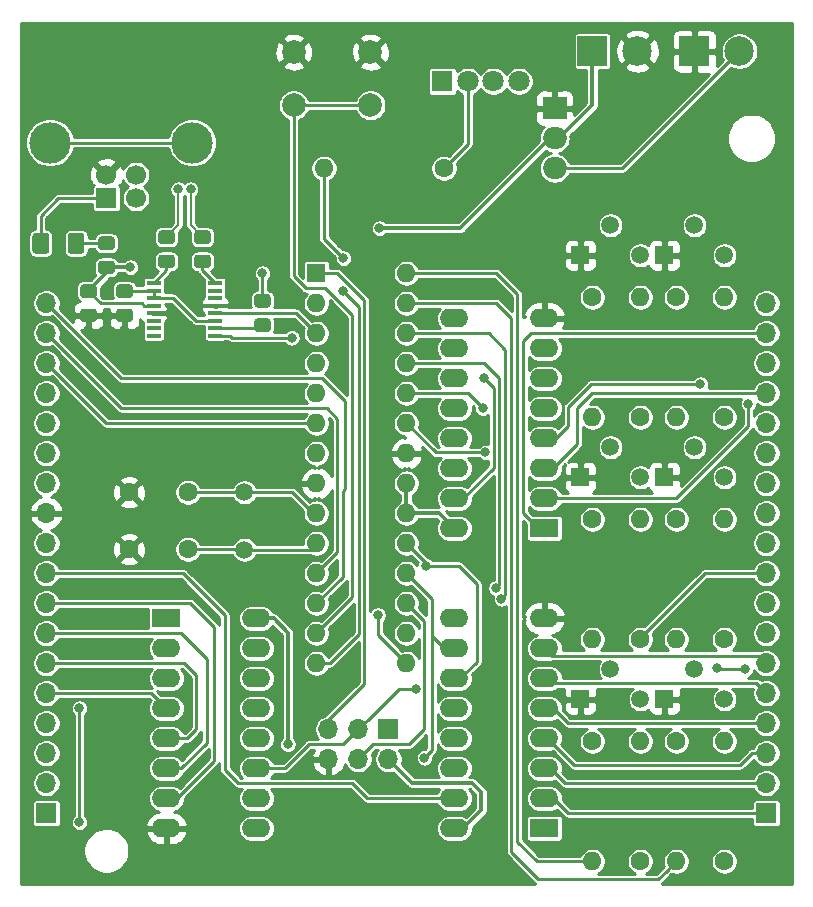
<source format=gbr>
G04 #@! TF.GenerationSoftware,KiCad,Pcbnew,5.1.7*
G04 #@! TF.CreationDate,2020-10-26T11:57:41-04:00*
G04 #@! TF.ProjectId,PCB,5043422e-6b69-4636-9164-5f7063625858,rev?*
G04 #@! TF.SameCoordinates,Original*
G04 #@! TF.FileFunction,Copper,L1,Top*
G04 #@! TF.FilePolarity,Positive*
%FSLAX46Y46*%
G04 Gerber Fmt 4.6, Leading zero omitted, Abs format (unit mm)*
G04 Created by KiCad (PCBNEW 5.1.7) date 2020-10-26 11:57:41*
%MOMM*%
%LPD*%
G01*
G04 APERTURE LIST*
G04 #@! TA.AperFunction,ComponentPad*
%ADD10R,1.700000X1.700000*%
G04 #@! TD*
G04 #@! TA.AperFunction,ComponentPad*
%ADD11C,1.700000*%
G04 #@! TD*
G04 #@! TA.AperFunction,ComponentPad*
%ADD12C,3.500000*%
G04 #@! TD*
G04 #@! TA.AperFunction,SMDPad,CuDef*
%ADD13R,1.200000X0.400000*%
G04 #@! TD*
G04 #@! TA.AperFunction,ComponentPad*
%ADD14O,2.000000X1.905000*%
G04 #@! TD*
G04 #@! TA.AperFunction,ComponentPad*
%ADD15R,2.000000X1.905000*%
G04 #@! TD*
G04 #@! TA.AperFunction,ComponentPad*
%ADD16R,1.500000X1.500000*%
G04 #@! TD*
G04 #@! TA.AperFunction,ComponentPad*
%ADD17C,1.500000*%
G04 #@! TD*
G04 #@! TA.AperFunction,ComponentPad*
%ADD18O,1.600000X1.600000*%
G04 #@! TD*
G04 #@! TA.AperFunction,ComponentPad*
%ADD19C,1.600000*%
G04 #@! TD*
G04 #@! TA.AperFunction,ComponentPad*
%ADD20O,1.700000X1.700000*%
G04 #@! TD*
G04 #@! TA.AperFunction,ComponentPad*
%ADD21C,2.000000*%
G04 #@! TD*
G04 #@! TA.AperFunction,ComponentPad*
%ADD22C,1.800000*%
G04 #@! TD*
G04 #@! TA.AperFunction,ComponentPad*
%ADD23R,1.800000X1.800000*%
G04 #@! TD*
G04 #@! TA.AperFunction,ComponentPad*
%ADD24R,2.499360X2.499360*%
G04 #@! TD*
G04 #@! TA.AperFunction,ComponentPad*
%ADD25C,2.499360*%
G04 #@! TD*
G04 #@! TA.AperFunction,ComponentPad*
%ADD26R,2.400000X1.600000*%
G04 #@! TD*
G04 #@! TA.AperFunction,ComponentPad*
%ADD27O,2.400000X1.600000*%
G04 #@! TD*
G04 #@! TA.AperFunction,ComponentPad*
%ADD28R,1.600000X1.600000*%
G04 #@! TD*
G04 #@! TA.AperFunction,ViaPad*
%ADD29C,0.800000*%
G04 #@! TD*
G04 #@! TA.AperFunction,Conductor*
%ADD30C,0.250000*%
G04 #@! TD*
G04 #@! TA.AperFunction,Conductor*
%ADD31C,0.350000*%
G04 #@! TD*
G04 #@! TA.AperFunction,Conductor*
%ADD32C,0.200000*%
G04 #@! TD*
G04 #@! TA.AperFunction,Conductor*
%ADD33C,0.254000*%
G04 #@! TD*
G04 #@! TA.AperFunction,Conductor*
%ADD34C,0.100000*%
G04 #@! TD*
G04 APERTURE END LIST*
D10*
X109220000Y-92710000D03*
D11*
X111720000Y-92710000D03*
X111720000Y-90710000D03*
X109220000Y-90710000D03*
D12*
X104450000Y-88000000D03*
X116490000Y-88000000D03*
G04 #@! TA.AperFunction,SMDPad,CuDef*
G36*
G01*
X117798001Y-96578000D02*
X116897999Y-96578000D01*
G75*
G02*
X116648000Y-96328001I0J249999D01*
G01*
X116648000Y-95677999D01*
G75*
G02*
X116897999Y-95428000I249999J0D01*
G01*
X117798001Y-95428000D01*
G75*
G02*
X118048000Y-95677999I0J-249999D01*
G01*
X118048000Y-96328001D01*
G75*
G02*
X117798001Y-96578000I-249999J0D01*
G01*
G37*
G04 #@! TD.AperFunction*
G04 #@! TA.AperFunction,SMDPad,CuDef*
G36*
G01*
X117798001Y-98628000D02*
X116897999Y-98628000D01*
G75*
G02*
X116648000Y-98378001I0J249999D01*
G01*
X116648000Y-97727999D01*
G75*
G02*
X116897999Y-97478000I249999J0D01*
G01*
X117798001Y-97478000D01*
G75*
G02*
X118048000Y-97727999I0J-249999D01*
G01*
X118048000Y-98378001D01*
G75*
G02*
X117798001Y-98628000I-249999J0D01*
G01*
G37*
G04 #@! TD.AperFunction*
G04 #@! TA.AperFunction,SMDPad,CuDef*
G36*
G01*
X114750001Y-96578000D02*
X113849999Y-96578000D01*
G75*
G02*
X113600000Y-96328001I0J249999D01*
G01*
X113600000Y-95677999D01*
G75*
G02*
X113849999Y-95428000I249999J0D01*
G01*
X114750001Y-95428000D01*
G75*
G02*
X115000000Y-95677999I0J-249999D01*
G01*
X115000000Y-96328001D01*
G75*
G02*
X114750001Y-96578000I-249999J0D01*
G01*
G37*
G04 #@! TD.AperFunction*
G04 #@! TA.AperFunction,SMDPad,CuDef*
G36*
G01*
X114750001Y-98628000D02*
X113849999Y-98628000D01*
G75*
G02*
X113600000Y-98378001I0J249999D01*
G01*
X113600000Y-97727999D01*
G75*
G02*
X113849999Y-97478000I249999J0D01*
G01*
X114750001Y-97478000D01*
G75*
G02*
X115000000Y-97727999I0J-249999D01*
G01*
X115000000Y-98378001D01*
G75*
G02*
X114750001Y-98628000I-249999J0D01*
G01*
G37*
G04 #@! TD.AperFunction*
G04 #@! TA.AperFunction,SMDPad,CuDef*
G36*
G01*
X110293999Y-102050000D02*
X111194001Y-102050000D01*
G75*
G02*
X111444000Y-102299999I0J-249999D01*
G01*
X111444000Y-102950001D01*
G75*
G02*
X111194001Y-103200000I-249999J0D01*
G01*
X110293999Y-103200000D01*
G75*
G02*
X110044000Y-102950001I0J249999D01*
G01*
X110044000Y-102299999D01*
G75*
G02*
X110293999Y-102050000I249999J0D01*
G01*
G37*
G04 #@! TD.AperFunction*
G04 #@! TA.AperFunction,SMDPad,CuDef*
G36*
G01*
X110293999Y-100000000D02*
X111194001Y-100000000D01*
G75*
G02*
X111444000Y-100249999I0J-249999D01*
G01*
X111444000Y-100900001D01*
G75*
G02*
X111194001Y-101150000I-249999J0D01*
G01*
X110293999Y-101150000D01*
G75*
G02*
X110044000Y-100900001I0J249999D01*
G01*
X110044000Y-100249999D01*
G75*
G02*
X110293999Y-100000000I249999J0D01*
G01*
G37*
G04 #@! TD.AperFunction*
G04 #@! TA.AperFunction,SMDPad,CuDef*
G36*
G01*
X107245999Y-102050000D02*
X108146001Y-102050000D01*
G75*
G02*
X108396000Y-102299999I0J-249999D01*
G01*
X108396000Y-102950001D01*
G75*
G02*
X108146001Y-103200000I-249999J0D01*
G01*
X107245999Y-103200000D01*
G75*
G02*
X106996000Y-102950001I0J249999D01*
G01*
X106996000Y-102299999D01*
G75*
G02*
X107245999Y-102050000I249999J0D01*
G01*
G37*
G04 #@! TD.AperFunction*
G04 #@! TA.AperFunction,SMDPad,CuDef*
G36*
G01*
X107245999Y-100000000D02*
X108146001Y-100000000D01*
G75*
G02*
X108396000Y-100249999I0J-249999D01*
G01*
X108396000Y-100900001D01*
G75*
G02*
X108146001Y-101150000I-249999J0D01*
G01*
X107245999Y-101150000D01*
G75*
G02*
X106996000Y-100900001I0J249999D01*
G01*
X106996000Y-100249999D01*
G75*
G02*
X107245999Y-100000000I249999J0D01*
G01*
G37*
G04 #@! TD.AperFunction*
D13*
X113224000Y-104330500D03*
X113224000Y-103695500D03*
X113224000Y-103060500D03*
X113224000Y-102425500D03*
X113224000Y-101790500D03*
X113224000Y-101155500D03*
X113224000Y-100520500D03*
X113224000Y-99885500D03*
X118424000Y-99885500D03*
X118424000Y-100520500D03*
X118424000Y-101155500D03*
X118424000Y-101790500D03*
X118424000Y-102425500D03*
X118424000Y-103060500D03*
X118424000Y-103695500D03*
X118424000Y-104330500D03*
G04 #@! TA.AperFunction,SMDPad,CuDef*
G36*
G01*
X109670001Y-97086000D02*
X108769999Y-97086000D01*
G75*
G02*
X108520000Y-96836001I0J249999D01*
G01*
X108520000Y-96185999D01*
G75*
G02*
X108769999Y-95936000I249999J0D01*
G01*
X109670001Y-95936000D01*
G75*
G02*
X109920000Y-96185999I0J-249999D01*
G01*
X109920000Y-96836001D01*
G75*
G02*
X109670001Y-97086000I-249999J0D01*
G01*
G37*
G04 #@! TD.AperFunction*
G04 #@! TA.AperFunction,SMDPad,CuDef*
G36*
G01*
X109670001Y-99136000D02*
X108769999Y-99136000D01*
G75*
G02*
X108520000Y-98886001I0J249999D01*
G01*
X108520000Y-98235999D01*
G75*
G02*
X108769999Y-97986000I249999J0D01*
G01*
X109670001Y-97986000D01*
G75*
G02*
X109920000Y-98235999I0J-249999D01*
G01*
X109920000Y-98886001D01*
G75*
G02*
X109670001Y-99136000I-249999J0D01*
G01*
G37*
G04 #@! TD.AperFunction*
G04 #@! TA.AperFunction,SMDPad,CuDef*
G36*
G01*
X104381000Y-95895000D02*
X104381000Y-97145000D01*
G75*
G02*
X104131000Y-97395000I-250000J0D01*
G01*
X103206000Y-97395000D01*
G75*
G02*
X102956000Y-97145000I0J250000D01*
G01*
X102956000Y-95895000D01*
G75*
G02*
X103206000Y-95645000I250000J0D01*
G01*
X104131000Y-95645000D01*
G75*
G02*
X104381000Y-95895000I0J-250000D01*
G01*
G37*
G04 #@! TD.AperFunction*
G04 #@! TA.AperFunction,SMDPad,CuDef*
G36*
G01*
X107356000Y-95895000D02*
X107356000Y-97145000D01*
G75*
G02*
X107106000Y-97395000I-250000J0D01*
G01*
X106181000Y-97395000D01*
G75*
G02*
X105931000Y-97145000I0J250000D01*
G01*
X105931000Y-95895000D01*
G75*
G02*
X106181000Y-95645000I250000J0D01*
G01*
X107106000Y-95645000D01*
G75*
G02*
X107356000Y-95895000I0J-250000D01*
G01*
G37*
G04 #@! TD.AperFunction*
G04 #@! TA.AperFunction,SMDPad,CuDef*
G36*
G01*
X121977999Y-102875500D02*
X122878001Y-102875500D01*
G75*
G02*
X123128000Y-103125499I0J-249999D01*
G01*
X123128000Y-103775501D01*
G75*
G02*
X122878001Y-104025500I-249999J0D01*
G01*
X121977999Y-104025500D01*
G75*
G02*
X121728000Y-103775501I0J249999D01*
G01*
X121728000Y-103125499D01*
G75*
G02*
X121977999Y-102875500I249999J0D01*
G01*
G37*
G04 #@! TD.AperFunction*
G04 #@! TA.AperFunction,SMDPad,CuDef*
G36*
G01*
X121977999Y-100825500D02*
X122878001Y-100825500D01*
G75*
G02*
X123128000Y-101075499I0J-249999D01*
G01*
X123128000Y-101725501D01*
G75*
G02*
X122878001Y-101975500I-249999J0D01*
G01*
X121977999Y-101975500D01*
G75*
G02*
X121728000Y-101725501I0J249999D01*
G01*
X121728000Y-101075499D01*
G75*
G02*
X121977999Y-100825500I249999J0D01*
G01*
G37*
G04 #@! TD.AperFunction*
D14*
X147170000Y-90170000D03*
X147170000Y-87630000D03*
D15*
X147170000Y-85090000D03*
D16*
X149352000Y-135128000D03*
D17*
X154432000Y-135128000D03*
X151892000Y-132588000D03*
D16*
X156464000Y-135128000D03*
D17*
X161544000Y-135128000D03*
X159004000Y-132588000D03*
D16*
X149352000Y-116332000D03*
D17*
X154432000Y-116332000D03*
X151892000Y-113792000D03*
D16*
X156464000Y-116332000D03*
D17*
X161544000Y-116332000D03*
X159004000Y-113792000D03*
D16*
X149352000Y-97536000D03*
D17*
X154432000Y-97536000D03*
X151892000Y-94996000D03*
D16*
X156464000Y-97536000D03*
D17*
X161544000Y-97536000D03*
X159004000Y-94996000D03*
D18*
X154432000Y-138684000D03*
D19*
X154432000Y-148844000D03*
D18*
X161544000Y-138684000D03*
D19*
X161544000Y-148844000D03*
D18*
X154432000Y-119888000D03*
D19*
X154432000Y-130048000D03*
D18*
X161544000Y-119888000D03*
D19*
X161544000Y-130048000D03*
D18*
X154432000Y-101092000D03*
D19*
X154432000Y-111252000D03*
D18*
X161544000Y-101092000D03*
D19*
X161544000Y-111252000D03*
D20*
X128016000Y-140208000D03*
X128016000Y-137668000D03*
X130556000Y-140208000D03*
X130556000Y-137668000D03*
X133096000Y-140208000D03*
D10*
X133096000Y-137668000D03*
D21*
X125072000Y-84836000D03*
X125072000Y-80336000D03*
X131572000Y-84836000D03*
X131572000Y-80336000D03*
D18*
X127635000Y-90170000D03*
D19*
X137795000Y-90170000D03*
D22*
X144145000Y-82804000D03*
X141986000Y-82804000D03*
X139827000Y-82804000D03*
D23*
X137668000Y-82804000D03*
D24*
X150368000Y-80264000D03*
D25*
X154178000Y-80264000D03*
D24*
X159004000Y-80264000D03*
D25*
X162814000Y-80264000D03*
D17*
X120904000Y-122482000D03*
X120904000Y-117602000D03*
D10*
X165100000Y-144780000D03*
D20*
X165100000Y-142240000D03*
X165100000Y-139700000D03*
X165100000Y-137160000D03*
X165100000Y-134620000D03*
X165100000Y-132080000D03*
X165100000Y-129540000D03*
X165100000Y-127000000D03*
X165100000Y-124460000D03*
X165100000Y-121920000D03*
X165100000Y-119380000D03*
X165100000Y-116840000D03*
X165100000Y-114300000D03*
X165100000Y-111760000D03*
X165100000Y-109220000D03*
X165100000Y-106680000D03*
X165100000Y-104140000D03*
X165100000Y-101600000D03*
D10*
X104140000Y-144780000D03*
D20*
X104140000Y-142240000D03*
X104140000Y-139700000D03*
X104140000Y-137160000D03*
X104140000Y-134620000D03*
X104140000Y-132080000D03*
X104140000Y-129540000D03*
X104140000Y-127000000D03*
X104140000Y-124460000D03*
X104140000Y-121920000D03*
X104140000Y-119380000D03*
X104140000Y-116840000D03*
X104140000Y-114300000D03*
X104140000Y-111760000D03*
X104140000Y-109220000D03*
X104140000Y-106680000D03*
X104140000Y-104140000D03*
X104140000Y-101600000D03*
D26*
X114300000Y-128270000D03*
D27*
X121920000Y-146050000D03*
X114300000Y-130810000D03*
X121920000Y-143510000D03*
X114300000Y-133350000D03*
X121920000Y-140970000D03*
X114300000Y-135890000D03*
X121920000Y-138430000D03*
X114300000Y-138430000D03*
X121920000Y-135890000D03*
X114300000Y-140970000D03*
X121920000Y-133350000D03*
X114300000Y-143510000D03*
X121920000Y-130810000D03*
X114300000Y-146050000D03*
X121920000Y-128270000D03*
D28*
X127000000Y-99060000D03*
D18*
X134620000Y-132080000D03*
X127000000Y-101600000D03*
X134620000Y-129540000D03*
X127000000Y-104140000D03*
X134620000Y-127000000D03*
X127000000Y-106680000D03*
X134620000Y-124460000D03*
X127000000Y-109220000D03*
X134620000Y-121920000D03*
X127000000Y-111760000D03*
X134620000Y-119380000D03*
X127000000Y-114300000D03*
X134620000Y-116840000D03*
X127000000Y-116840000D03*
X134620000Y-114300000D03*
X127000000Y-119380000D03*
X134620000Y-111760000D03*
X127000000Y-121920000D03*
X134620000Y-109220000D03*
X127000000Y-124460000D03*
X134620000Y-106680000D03*
X127000000Y-127000000D03*
X134620000Y-104140000D03*
X127000000Y-129540000D03*
X134620000Y-101600000D03*
X127000000Y-132080000D03*
X134620000Y-99060000D03*
D19*
X150368000Y-138684000D03*
D18*
X150368000Y-148844000D03*
D19*
X111125000Y-122428000D03*
X116125000Y-122428000D03*
X111125000Y-117602000D03*
X116125000Y-117602000D03*
D26*
X146304000Y-120650000D03*
D27*
X138684000Y-102870000D03*
X146304000Y-118110000D03*
X138684000Y-105410000D03*
X146304000Y-115570000D03*
X138684000Y-107950000D03*
X146304000Y-113030000D03*
X138684000Y-110490000D03*
X146304000Y-110490000D03*
X138684000Y-113030000D03*
X146304000Y-107950000D03*
X138684000Y-115570000D03*
X146304000Y-105410000D03*
X138684000Y-118110000D03*
X146304000Y-102870000D03*
X138684000Y-120650000D03*
D26*
X146304000Y-146050000D03*
D27*
X138684000Y-128270000D03*
X146304000Y-143510000D03*
X138684000Y-130810000D03*
X146304000Y-140970000D03*
X138684000Y-133350000D03*
X146304000Y-138430000D03*
X138684000Y-135890000D03*
X146304000Y-135890000D03*
X138684000Y-138430000D03*
X146304000Y-133350000D03*
X138684000Y-140970000D03*
X146304000Y-130810000D03*
X138684000Y-143510000D03*
X146304000Y-128270000D03*
X138684000Y-146050000D03*
D19*
X157480000Y-138684000D03*
D18*
X157480000Y-148844000D03*
D19*
X150368000Y-119888000D03*
D18*
X150368000Y-130048000D03*
D19*
X157480000Y-119888000D03*
D18*
X157480000Y-130048000D03*
D19*
X150368000Y-101092000D03*
D18*
X150368000Y-111252000D03*
D19*
X157480000Y-101092000D03*
D18*
X157480000Y-111252000D03*
D29*
X124587000Y-138938000D03*
X132334022Y-95250000D03*
X111252000Y-98552000D03*
X122428000Y-99060010D03*
X135419000Y-134239000D03*
X136271000Y-123825008D03*
X136144000Y-140081000D03*
X141301660Y-114222340D03*
X141097000Y-110490000D03*
X142207979Y-125718502D03*
X142657990Y-126619000D03*
X124904500Y-104521000D03*
X132207000Y-128016000D03*
X106934000Y-135889980D03*
X106934000Y-145542000D03*
X141224000Y-107950000D03*
X163576000Y-110109000D03*
X159512000Y-108458000D03*
X156210000Y-124460000D03*
X111125000Y-120015000D03*
X107696000Y-103886000D03*
X109220000Y-103886000D03*
X110744000Y-103886000D03*
X115824000Y-104140000D03*
X110236000Y-120015000D03*
X112014000Y-120015000D03*
X163322000Y-132588000D03*
X160909000Y-132461000D03*
X115299000Y-91948000D03*
X116349000Y-91948000D03*
X129281347Y-100588653D03*
X129286000Y-97790000D03*
D30*
X126746000Y-119380000D02*
X127000000Y-119380000D01*
X124968000Y-117602000D02*
X126746000Y-119380000D01*
X120904000Y-117602000D02*
X124968000Y-117602000D01*
X116379000Y-117602000D02*
X120904000Y-117602000D01*
X116125000Y-117348000D02*
X116379000Y-117602000D01*
X120850000Y-122428000D02*
X120904000Y-122482000D01*
X116125000Y-122428000D02*
X120850000Y-122428000D01*
X126438000Y-122482000D02*
X127000000Y-121920000D01*
X120904000Y-122482000D02*
X126438000Y-122482000D01*
D31*
X134620000Y-116840000D02*
X134620000Y-119380000D01*
X137414000Y-119380000D02*
X138684000Y-120650000D01*
X134620000Y-119380000D02*
X137414000Y-119380000D01*
X124587000Y-138372315D02*
X124587000Y-138938000D01*
X121920000Y-128270000D02*
X123370000Y-128270000D01*
X123370000Y-128270000D02*
X124587000Y-129487000D01*
X124587000Y-129487000D02*
X124587000Y-138372315D01*
X135128000Y-142240000D02*
X140208000Y-142240000D01*
X133096000Y-140208000D02*
X135128000Y-142240000D01*
X140208000Y-142240000D02*
X140970000Y-143002000D01*
X140970000Y-143002000D02*
X140970000Y-144526000D01*
X139446000Y-146050000D02*
X138684000Y-146050000D01*
X140970000Y-144526000D02*
X139446000Y-146050000D01*
X150368000Y-84836000D02*
X147574000Y-87630000D01*
X150368000Y-80264000D02*
X150368000Y-84836000D01*
X147574000Y-87630000D02*
X146812000Y-87630000D01*
X132899707Y-95250000D02*
X132334022Y-95250000D01*
X146812000Y-87630000D02*
X139192000Y-95250000D01*
X139192000Y-95250000D02*
X132899707Y-95250000D01*
D30*
X107696000Y-100575000D02*
X108721000Y-101600000D01*
X108721000Y-101600000D02*
X112193498Y-101600000D01*
X112383998Y-101790500D02*
X113224000Y-101790500D01*
X112193498Y-101600000D02*
X112383998Y-101790500D01*
D31*
X109220000Y-99051000D02*
X107696000Y-100575000D01*
X109220000Y-98561000D02*
X109220000Y-99051000D01*
X109229000Y-98552000D02*
X109220000Y-98561000D01*
X111252000Y-98552000D02*
X109229000Y-98552000D01*
D30*
X128778000Y-99060000D02*
X127000000Y-99060000D01*
X131064000Y-101346000D02*
X128778000Y-99060000D01*
X128016000Y-136906000D02*
X131064000Y-133858000D01*
X131064000Y-133858000D02*
X131064000Y-101346000D01*
X128016000Y-137668000D02*
X128016000Y-136906000D01*
X122428000Y-101400500D02*
X122428000Y-99060010D01*
X136144000Y-137668000D02*
X136144000Y-128524000D01*
X136144000Y-128524000D02*
X134620000Y-127000000D01*
X134874000Y-138938000D02*
X136144000Y-137668000D01*
X131826000Y-138938000D02*
X134874000Y-138938000D01*
X130556000Y-140208000D02*
X131826000Y-138938000D01*
X131405999Y-136818001D02*
X130556000Y-137668000D01*
X133985000Y-134239000D02*
X131405999Y-136818001D01*
X135419000Y-134239000D02*
X133985000Y-134239000D01*
X129286000Y-138938000D02*
X130556000Y-137668000D01*
X126365000Y-138938000D02*
X129286000Y-138938000D01*
X124333000Y-140970000D02*
X126365000Y-138938000D01*
X121920000Y-140970000D02*
X124333000Y-140970000D01*
X134620000Y-121920000D02*
X136271000Y-123571000D01*
X136271000Y-123571000D02*
X136271000Y-123825008D01*
X136271008Y-123825000D02*
X136271000Y-123825008D01*
X139192000Y-133350000D02*
X140589000Y-131953000D01*
X138684000Y-133350000D02*
X139192000Y-133350000D01*
X140589000Y-131953000D02*
X140589000Y-125349000D01*
X139065000Y-123825000D02*
X136271008Y-123825000D01*
X140589000Y-125349000D02*
X139065000Y-123825000D01*
X136779000Y-139446000D02*
X136144000Y-140081000D01*
X136779000Y-130355000D02*
X136779000Y-139446000D01*
X134620000Y-124460000D02*
X136779000Y-126619000D01*
X136779000Y-126619000D02*
X136779000Y-130355000D01*
X137795000Y-130810000D02*
X138684000Y-130810000D01*
X136779000Y-129794000D02*
X137795000Y-130810000D01*
X136779000Y-129413000D02*
X136779000Y-129794000D01*
X137082340Y-114222340D02*
X140735975Y-114222340D01*
X134620000Y-111760000D02*
X137082340Y-114222340D01*
X140735975Y-114222340D02*
X141301660Y-114222340D01*
X139827000Y-109220000D02*
X141097000Y-110490000D01*
X134620000Y-109220000D02*
X139827000Y-109220000D01*
X142482978Y-107938978D02*
X142482978Y-125443503D01*
X141224000Y-106680000D02*
X142482978Y-107938978D01*
X142482978Y-125443503D02*
X142207979Y-125718502D01*
X134620000Y-106680000D02*
X141224000Y-106680000D01*
X143002000Y-126274990D02*
X142657990Y-126619000D01*
X143002000Y-105537000D02*
X143002000Y-126274990D01*
X141605000Y-104140000D02*
X143002000Y-105537000D01*
X134620000Y-104140000D02*
X141605000Y-104140000D01*
X119888000Y-104521000D02*
X124904500Y-104521000D01*
X119697500Y-104330500D02*
X119888000Y-104521000D01*
X118424000Y-104330500D02*
X119697500Y-104330500D01*
X126809500Y-104330500D02*
X127000000Y-104140000D01*
X125285500Y-102425500D02*
X127000000Y-104140000D01*
X118424000Y-102425500D02*
X125285500Y-102425500D01*
X109220000Y-111760000D02*
X104140000Y-106680000D01*
X127000000Y-111760000D02*
X109220000Y-111760000D01*
X104140000Y-104140000D02*
X110490000Y-110490000D01*
X110490000Y-110490000D02*
X127889000Y-110490000D01*
X127889000Y-110490000D02*
X128778000Y-111379000D01*
X128778000Y-122682000D02*
X127000000Y-124460000D01*
X128778000Y-111379000D02*
X128778000Y-122682000D01*
X127508000Y-107950000D02*
X129413000Y-109855000D01*
X129228010Y-124771990D02*
X127000000Y-127000000D01*
X129228010Y-117532990D02*
X129228010Y-124771990D01*
X129413000Y-117348000D02*
X129228010Y-117532990D01*
X129413000Y-109855000D02*
X129413000Y-117348000D01*
X112522000Y-107950000D02*
X127508000Y-107950000D01*
X110490000Y-107950000D02*
X112522000Y-107950000D01*
X104140000Y-101600000D02*
X110490000Y-107950000D01*
X132207000Y-129667000D02*
X134620000Y-132080000D01*
X132207000Y-128016000D02*
X132207000Y-129667000D01*
X106934000Y-135889980D02*
X106934000Y-145542000D01*
X131318000Y-143510000D02*
X138684000Y-143510000D01*
X130048000Y-142240000D02*
X131318000Y-143510000D01*
X104140000Y-124460000D02*
X115697000Y-124460000D01*
X115697000Y-124460000D02*
X119253000Y-128016000D01*
X119253000Y-141097000D02*
X120396000Y-142240000D01*
X119253000Y-128016000D02*
X119253000Y-141097000D01*
X120396000Y-142240000D02*
X130048000Y-142240000D01*
X115190410Y-143510000D02*
X114300000Y-143510000D01*
X118364000Y-140336410D02*
X115190410Y-143510000D01*
X118364000Y-129032000D02*
X118364000Y-140336410D01*
X116332000Y-127000000D02*
X118364000Y-129032000D01*
X104140000Y-127000000D02*
X116332000Y-127000000D01*
X117729000Y-138811000D02*
X115570000Y-140970000D01*
X117729000Y-131699000D02*
X117729000Y-138811000D01*
X115570000Y-140970000D02*
X114300000Y-140970000D01*
X115570000Y-129540000D02*
X117729000Y-131699000D01*
X104140000Y-129540000D02*
X115570000Y-129540000D01*
X116078000Y-138430000D02*
X114300000Y-138430000D01*
X116840000Y-137668000D02*
X116078000Y-138430000D01*
X116840000Y-133096000D02*
X116840000Y-137668000D01*
X115824000Y-132080000D02*
X116840000Y-133096000D01*
X104140000Y-132080000D02*
X115824000Y-132080000D01*
X113030000Y-134620000D02*
X114300000Y-135890000D01*
X104140000Y-134620000D02*
X113030000Y-134620000D01*
X142032967Y-115523033D02*
X142032967Y-108758967D01*
X142032967Y-108758967D02*
X141623999Y-108349999D01*
X138684000Y-118110000D02*
X139446000Y-118110000D01*
X141623999Y-108349999D02*
X141224000Y-107950000D01*
X139446000Y-118110000D02*
X142032967Y-115523033D01*
X161290000Y-104140000D02*
X165100000Y-104140000D01*
X145161000Y-104140000D02*
X161290000Y-104140000D01*
X144526000Y-104775000D02*
X145161000Y-104140000D01*
X145796000Y-120650000D02*
X144526000Y-119380000D01*
X144526000Y-119380000D02*
X144526000Y-104775000D01*
X146304000Y-120650000D02*
X145796000Y-120650000D01*
X163576000Y-112014000D02*
X163576000Y-110109000D01*
X157480000Y-118110000D02*
X163576000Y-112014000D01*
X146304000Y-118110000D02*
X157480000Y-118110000D01*
X163897919Y-109220000D02*
X165100000Y-109220000D01*
X147066000Y-115570000D02*
X149098000Y-113538000D01*
X149098000Y-113538000D02*
X149098000Y-110490000D01*
X146304000Y-115570000D02*
X147066000Y-115570000D01*
X149098000Y-110490000D02*
X150368000Y-109220000D01*
X150368000Y-109220000D02*
X163897919Y-109220000D01*
X150239590Y-108458000D02*
X159512000Y-108458000D01*
X148336000Y-112014000D02*
X148336000Y-110361590D01*
X146304000Y-113030000D02*
X147320000Y-113030000D01*
X148336000Y-110361590D02*
X150239590Y-108458000D01*
X147320000Y-113030000D02*
X148336000Y-112014000D01*
X164465000Y-131445000D02*
X165100000Y-132080000D01*
X146304000Y-130810000D02*
X146939000Y-131445000D01*
X146939000Y-131445000D02*
X164465000Y-131445000D01*
X164250001Y-133770001D02*
X165100000Y-134620000D01*
X146724001Y-133770001D02*
X164250001Y-133770001D01*
X146304000Y-133350000D02*
X146724001Y-133770001D01*
X148299000Y-137160000D02*
X165100000Y-137160000D01*
X146304000Y-135890000D02*
X147029000Y-135890000D01*
X147029000Y-135890000D02*
X148299000Y-137160000D01*
X163897919Y-139700000D02*
X165100000Y-139700000D01*
X148844000Y-140716000D02*
X162881919Y-140716000D01*
X162881919Y-140716000D02*
X163897919Y-139700000D01*
X146304000Y-138430000D02*
X146558000Y-138430000D01*
X146558000Y-138430000D02*
X148844000Y-140716000D01*
X163897919Y-142240000D02*
X165100000Y-142240000D01*
X148082000Y-142240000D02*
X163897919Y-142240000D01*
X146304000Y-140970000D02*
X146812000Y-140970000D01*
X146812000Y-140970000D02*
X148082000Y-142240000D01*
X147066000Y-143510000D02*
X146304000Y-143510000D01*
X165100000Y-144780000D02*
X148336000Y-144780000D01*
X148336000Y-144780000D02*
X147066000Y-143510000D01*
X139827000Y-88138000D02*
X139827000Y-82804000D01*
X137795000Y-90170000D02*
X139827000Y-88138000D01*
X134620000Y-101600000D02*
X142240000Y-101600000D01*
X142240000Y-101600000D02*
X143510000Y-102870000D01*
X143510000Y-102870000D02*
X143510000Y-148082000D01*
X143510000Y-148082000D02*
X145796000Y-150368000D01*
X156680001Y-149643999D02*
X157480000Y-148844000D01*
X145796000Y-150368000D02*
X155956000Y-150368000D01*
X155956000Y-150368000D02*
X156680001Y-149643999D01*
X130302000Y-84836000D02*
X125072000Y-84836000D01*
X130302000Y-84836000D02*
X131572000Y-84836000D01*
X130048000Y-126492000D02*
X127000000Y-129540000D01*
X130048000Y-102616000D02*
X130048000Y-126492000D01*
X127762000Y-100330000D02*
X130048000Y-102616000D01*
X125072000Y-99317002D02*
X126084998Y-100330000D01*
X126084998Y-100330000D02*
X127762000Y-100330000D01*
X125072000Y-84836000D02*
X125072000Y-99317002D01*
X161036000Y-132588000D02*
X160909000Y-132461000D01*
X163322000Y-132588000D02*
X161036000Y-132588000D01*
X154432000Y-129921000D02*
X154432000Y-130048000D01*
X159893000Y-124460000D02*
X154432000Y-129921000D01*
X165100000Y-124460000D02*
X159893000Y-124460000D01*
X109220000Y-92710000D02*
X105156000Y-92710000D01*
X103668500Y-94197500D02*
X103668500Y-96520000D01*
X105156000Y-92710000D02*
X103668500Y-94197500D01*
X109211000Y-96520000D02*
X109220000Y-96511000D01*
X106643500Y-96520000D02*
X109211000Y-96520000D01*
X147066000Y-90170000D02*
X146812000Y-90424000D01*
X152908000Y-90170000D02*
X147066000Y-90170000D01*
X162814000Y-80264000D02*
X152908000Y-90170000D01*
X104450000Y-88000000D02*
X116490000Y-88000000D01*
D32*
X115299000Y-95004000D02*
X115299000Y-91948000D01*
X114300000Y-96003000D02*
X115299000Y-95004000D01*
X116349000Y-95004000D02*
X116349000Y-91948000D01*
X117348000Y-96003000D02*
X116349000Y-95004000D01*
D30*
X110798500Y-100520500D02*
X110744000Y-100575000D01*
X113224000Y-100520500D02*
X110798500Y-100520500D01*
X113224000Y-101155500D02*
X113224000Y-100520500D01*
X113224000Y-101155500D02*
X114871500Y-101155500D01*
X116776500Y-103060500D02*
X118424000Y-103060500D01*
X114871500Y-101155500D02*
X116776500Y-103060500D01*
X122183000Y-103695500D02*
X122428000Y-103450500D01*
X118424000Y-103695500D02*
X122183000Y-103695500D01*
X114300000Y-98809500D02*
X113224000Y-99885500D01*
X114300000Y-98053000D02*
X114300000Y-98809500D01*
X117348000Y-98809500D02*
X118424000Y-99885500D01*
X117348000Y-98053000D02*
X117348000Y-98809500D01*
X135751370Y-99060000D02*
X134620000Y-99060000D01*
X145669000Y-148844000D02*
X144018000Y-147193000D01*
X144018000Y-100838000D02*
X142240000Y-99060000D01*
X144018000Y-147193000D02*
X144018000Y-100838000D01*
X150368000Y-148844000D02*
X145669000Y-148844000D01*
X142240000Y-99060000D02*
X135751370Y-99060000D01*
X128131370Y-132080000D02*
X130613990Y-129597380D01*
X127000000Y-132080000D02*
X128131370Y-132080000D01*
X130613990Y-101921296D02*
X129281347Y-100588653D01*
X130613990Y-129597380D02*
X130613990Y-101921296D01*
X127635000Y-96139000D02*
X127635000Y-90170000D01*
X129286000Y-97790000D02*
X127635000Y-96139000D01*
D33*
X167268001Y-95231733D02*
X167268000Y-150758000D01*
X156224801Y-150758000D01*
X156291369Y-150703369D01*
X156306151Y-150685357D01*
X157030146Y-149961363D01*
X157030151Y-149961357D01*
X157074123Y-149917385D01*
X157145432Y-149946922D01*
X157367030Y-149991000D01*
X157592970Y-149991000D01*
X157814568Y-149946922D01*
X158023308Y-149860458D01*
X158211170Y-149734933D01*
X158370933Y-149575170D01*
X158496458Y-149387308D01*
X158582922Y-149178568D01*
X158627000Y-148956970D01*
X158627000Y-148731030D01*
X160397000Y-148731030D01*
X160397000Y-148956970D01*
X160441078Y-149178568D01*
X160527542Y-149387308D01*
X160653067Y-149575170D01*
X160812830Y-149734933D01*
X161000692Y-149860458D01*
X161209432Y-149946922D01*
X161431030Y-149991000D01*
X161656970Y-149991000D01*
X161878568Y-149946922D01*
X162087308Y-149860458D01*
X162275170Y-149734933D01*
X162434933Y-149575170D01*
X162560458Y-149387308D01*
X162646922Y-149178568D01*
X162691000Y-148956970D01*
X162691000Y-148731030D01*
X162646922Y-148509432D01*
X162560458Y-148300692D01*
X162434933Y-148112830D01*
X162275170Y-147953067D01*
X162087308Y-147827542D01*
X161878568Y-147741078D01*
X161656970Y-147697000D01*
X161431030Y-147697000D01*
X161209432Y-147741078D01*
X161000692Y-147827542D01*
X160812830Y-147953067D01*
X160653067Y-148112830D01*
X160527542Y-148300692D01*
X160441078Y-148509432D01*
X160397000Y-148731030D01*
X158627000Y-148731030D01*
X158582922Y-148509432D01*
X158496458Y-148300692D01*
X158370933Y-148112830D01*
X158211170Y-147953067D01*
X158023308Y-147827542D01*
X157814568Y-147741078D01*
X157592970Y-147697000D01*
X157367030Y-147697000D01*
X157145432Y-147741078D01*
X156936692Y-147827542D01*
X156748830Y-147953067D01*
X156589067Y-148112830D01*
X156463542Y-148300692D01*
X156377078Y-148509432D01*
X156333000Y-148731030D01*
X156333000Y-148956970D01*
X156377078Y-149178568D01*
X156406615Y-149249877D01*
X156362643Y-149293849D01*
X156362637Y-149293854D01*
X155760492Y-149896000D01*
X154889503Y-149896000D01*
X154975308Y-149860458D01*
X155163170Y-149734933D01*
X155322933Y-149575170D01*
X155448458Y-149387308D01*
X155534922Y-149178568D01*
X155579000Y-148956970D01*
X155579000Y-148731030D01*
X155534922Y-148509432D01*
X155448458Y-148300692D01*
X155322933Y-148112830D01*
X155163170Y-147953067D01*
X154975308Y-147827542D01*
X154766568Y-147741078D01*
X154544970Y-147697000D01*
X154319030Y-147697000D01*
X154097432Y-147741078D01*
X153888692Y-147827542D01*
X153700830Y-147953067D01*
X153541067Y-148112830D01*
X153415542Y-148300692D01*
X153329078Y-148509432D01*
X153285000Y-148731030D01*
X153285000Y-148956970D01*
X153329078Y-149178568D01*
X153415542Y-149387308D01*
X153541067Y-149575170D01*
X153700830Y-149734933D01*
X153888692Y-149860458D01*
X153974497Y-149896000D01*
X150825503Y-149896000D01*
X150911308Y-149860458D01*
X151099170Y-149734933D01*
X151258933Y-149575170D01*
X151384458Y-149387308D01*
X151470922Y-149178568D01*
X151515000Y-148956970D01*
X151515000Y-148731030D01*
X151470922Y-148509432D01*
X151384458Y-148300692D01*
X151258933Y-148112830D01*
X151099170Y-147953067D01*
X150911308Y-147827542D01*
X150702568Y-147741078D01*
X150480970Y-147697000D01*
X150255030Y-147697000D01*
X150033432Y-147741078D01*
X149824692Y-147827542D01*
X149636830Y-147953067D01*
X149477067Y-148112830D01*
X149351542Y-148300692D01*
X149322005Y-148372000D01*
X145864509Y-148372000D01*
X144490000Y-146997492D01*
X144490000Y-145250000D01*
X144755322Y-145250000D01*
X144755322Y-146850000D01*
X144762022Y-146918024D01*
X144781864Y-146983433D01*
X144814085Y-147043715D01*
X144857447Y-147096553D01*
X144910285Y-147139915D01*
X144970567Y-147172136D01*
X145035976Y-147191978D01*
X145104000Y-147198678D01*
X147504000Y-147198678D01*
X147572024Y-147191978D01*
X147637433Y-147172136D01*
X147697715Y-147139915D01*
X147750553Y-147096553D01*
X147793915Y-147043715D01*
X147826136Y-146983433D01*
X147845978Y-146918024D01*
X147852678Y-146850000D01*
X147852678Y-145250000D01*
X147845978Y-145181976D01*
X147826136Y-145116567D01*
X147793915Y-145056285D01*
X147750553Y-145003447D01*
X147697715Y-144960085D01*
X147637433Y-144927864D01*
X147572024Y-144908022D01*
X147504000Y-144901322D01*
X145104000Y-144901322D01*
X145035976Y-144908022D01*
X144970567Y-144927864D01*
X144910285Y-144960085D01*
X144857447Y-145003447D01*
X144814085Y-145056285D01*
X144781864Y-145116567D01*
X144762022Y-145181976D01*
X144755322Y-145250000D01*
X144490000Y-145250000D01*
X144490000Y-143510000D01*
X144751451Y-143510000D01*
X144773597Y-143734851D01*
X144839184Y-143951061D01*
X144945691Y-144150322D01*
X145089025Y-144324975D01*
X145263678Y-144468309D01*
X145462939Y-144574816D01*
X145679149Y-144640403D01*
X145847660Y-144657000D01*
X146760340Y-144657000D01*
X146928851Y-144640403D01*
X147145061Y-144574816D01*
X147344322Y-144468309D01*
X147351176Y-144462684D01*
X147985849Y-145097357D01*
X148000631Y-145115369D01*
X148072502Y-145174352D01*
X148154500Y-145218180D01*
X148243472Y-145245170D01*
X148335999Y-145254283D01*
X148359179Y-145252000D01*
X163901322Y-145252000D01*
X163901322Y-145630000D01*
X163908022Y-145698024D01*
X163927864Y-145763433D01*
X163960085Y-145823715D01*
X164003447Y-145876553D01*
X164056285Y-145919915D01*
X164116567Y-145952136D01*
X164181976Y-145971978D01*
X164250000Y-145978678D01*
X165950000Y-145978678D01*
X166018024Y-145971978D01*
X166083433Y-145952136D01*
X166143715Y-145919915D01*
X166196553Y-145876553D01*
X166239915Y-145823715D01*
X166272136Y-145763433D01*
X166291978Y-145698024D01*
X166298678Y-145630000D01*
X166298678Y-143930000D01*
X166291978Y-143861976D01*
X166272136Y-143796567D01*
X166239915Y-143736285D01*
X166196553Y-143683447D01*
X166143715Y-143640085D01*
X166083433Y-143607864D01*
X166018024Y-143588022D01*
X165950000Y-143581322D01*
X164250000Y-143581322D01*
X164181976Y-143588022D01*
X164116567Y-143607864D01*
X164056285Y-143640085D01*
X164003447Y-143683447D01*
X163960085Y-143736285D01*
X163927864Y-143796567D01*
X163908022Y-143861976D01*
X163901322Y-143930000D01*
X163901322Y-144308000D01*
X148531508Y-144308000D01*
X147845517Y-143622009D01*
X147856549Y-143510000D01*
X147834403Y-143285149D01*
X147768816Y-143068939D01*
X147662309Y-142869678D01*
X147518975Y-142695025D01*
X147344322Y-142551691D01*
X147145061Y-142445184D01*
X146928851Y-142379597D01*
X146760340Y-142363000D01*
X145847660Y-142363000D01*
X145679149Y-142379597D01*
X145462939Y-142445184D01*
X145263678Y-142551691D01*
X145089025Y-142695025D01*
X144945691Y-142869678D01*
X144839184Y-143068939D01*
X144773597Y-143285149D01*
X144751451Y-143510000D01*
X144490000Y-143510000D01*
X144490000Y-140970000D01*
X144751451Y-140970000D01*
X144773597Y-141194851D01*
X144839184Y-141411061D01*
X144945691Y-141610322D01*
X145089025Y-141784975D01*
X145263678Y-141928309D01*
X145462939Y-142034816D01*
X145679149Y-142100403D01*
X145847660Y-142117000D01*
X146760340Y-142117000D01*
X146928851Y-142100403D01*
X147145061Y-142034816D01*
X147186929Y-142012437D01*
X147731849Y-142557357D01*
X147746631Y-142575369D01*
X147818502Y-142634352D01*
X147900500Y-142678180D01*
X147989472Y-142705170D01*
X148081999Y-142714283D01*
X148105179Y-142712000D01*
X163999885Y-142712000D01*
X164039232Y-142806992D01*
X164170229Y-143003043D01*
X164336957Y-143169771D01*
X164533008Y-143300768D01*
X164750848Y-143391000D01*
X164982106Y-143437000D01*
X165217894Y-143437000D01*
X165449152Y-143391000D01*
X165666992Y-143300768D01*
X165863043Y-143169771D01*
X166029771Y-143003043D01*
X166160768Y-142806992D01*
X166251000Y-142589152D01*
X166297000Y-142357894D01*
X166297000Y-142122106D01*
X166251000Y-141890848D01*
X166160768Y-141673008D01*
X166029771Y-141476957D01*
X165863043Y-141310229D01*
X165666992Y-141179232D01*
X165449152Y-141089000D01*
X165217894Y-141043000D01*
X164982106Y-141043000D01*
X164750848Y-141089000D01*
X164533008Y-141179232D01*
X164336957Y-141310229D01*
X164170229Y-141476957D01*
X164039232Y-141673008D01*
X163999885Y-141768000D01*
X148277508Y-141768000D01*
X147804136Y-141294628D01*
X147834403Y-141194851D01*
X147856549Y-140970000D01*
X147834403Y-140745149D01*
X147768816Y-140528939D01*
X147662309Y-140329678D01*
X147518975Y-140155025D01*
X147344322Y-140011691D01*
X147145061Y-139905184D01*
X146928851Y-139839597D01*
X146760340Y-139823000D01*
X145847660Y-139823000D01*
X145679149Y-139839597D01*
X145462939Y-139905184D01*
X145263678Y-140011691D01*
X145089025Y-140155025D01*
X144945691Y-140329678D01*
X144839184Y-140528939D01*
X144773597Y-140745149D01*
X144751451Y-140970000D01*
X144490000Y-140970000D01*
X144490000Y-138430000D01*
X144751451Y-138430000D01*
X144773597Y-138654851D01*
X144839184Y-138871061D01*
X144945691Y-139070322D01*
X145089025Y-139244975D01*
X145263678Y-139388309D01*
X145462939Y-139494816D01*
X145679149Y-139560403D01*
X145847660Y-139577000D01*
X146760340Y-139577000D01*
X146928851Y-139560403D01*
X146999472Y-139538980D01*
X148493849Y-141033357D01*
X148508631Y-141051369D01*
X148580502Y-141110352D01*
X148662500Y-141154180D01*
X148751472Y-141181170D01*
X148843999Y-141190283D01*
X148867179Y-141188000D01*
X162858739Y-141188000D01*
X162881919Y-141190283D01*
X162905099Y-141188000D01*
X162974447Y-141181170D01*
X163063419Y-141154180D01*
X163145417Y-141110352D01*
X163217288Y-141051369D01*
X163232070Y-141033357D01*
X164027283Y-140238145D01*
X164039232Y-140266992D01*
X164170229Y-140463043D01*
X164336957Y-140629771D01*
X164533008Y-140760768D01*
X164750848Y-140851000D01*
X164982106Y-140897000D01*
X165217894Y-140897000D01*
X165449152Y-140851000D01*
X165666992Y-140760768D01*
X165863043Y-140629771D01*
X166029771Y-140463043D01*
X166160768Y-140266992D01*
X166251000Y-140049152D01*
X166297000Y-139817894D01*
X166297000Y-139582106D01*
X166251000Y-139350848D01*
X166160768Y-139133008D01*
X166029771Y-138936957D01*
X165863043Y-138770229D01*
X165666992Y-138639232D01*
X165449152Y-138549000D01*
X165217894Y-138503000D01*
X164982106Y-138503000D01*
X164750848Y-138549000D01*
X164533008Y-138639232D01*
X164336957Y-138770229D01*
X164170229Y-138936957D01*
X164039232Y-139133008D01*
X163999885Y-139228000D01*
X163921099Y-139228000D01*
X163897919Y-139225717D01*
X163805391Y-139234830D01*
X163716419Y-139261820D01*
X163634421Y-139305648D01*
X163562550Y-139364631D01*
X163547772Y-139382638D01*
X162686411Y-140244000D01*
X149039508Y-140244000D01*
X147733201Y-138937693D01*
X147768816Y-138871061D01*
X147834403Y-138654851D01*
X147856549Y-138430000D01*
X147834403Y-138205149D01*
X147768816Y-137988939D01*
X147662309Y-137789678D01*
X147518975Y-137615025D01*
X147344322Y-137471691D01*
X147145061Y-137365184D01*
X146928851Y-137299597D01*
X146760340Y-137283000D01*
X145847660Y-137283000D01*
X145679149Y-137299597D01*
X145462939Y-137365184D01*
X145263678Y-137471691D01*
X145089025Y-137615025D01*
X144945691Y-137789678D01*
X144839184Y-137988939D01*
X144773597Y-138205149D01*
X144751451Y-138430000D01*
X144490000Y-138430000D01*
X144490000Y-135890000D01*
X144751451Y-135890000D01*
X144773597Y-136114851D01*
X144839184Y-136331061D01*
X144945691Y-136530322D01*
X145089025Y-136704975D01*
X145263678Y-136848309D01*
X145462939Y-136954816D01*
X145679149Y-137020403D01*
X145847660Y-137037000D01*
X146760340Y-137037000D01*
X146928851Y-137020403D01*
X147145061Y-136954816D01*
X147328342Y-136856850D01*
X147948849Y-137477357D01*
X147963631Y-137495369D01*
X148035502Y-137554352D01*
X148117500Y-137598180D01*
X148206472Y-137625170D01*
X148298999Y-137634283D01*
X148322179Y-137632000D01*
X149910497Y-137632000D01*
X149824692Y-137667542D01*
X149636830Y-137793067D01*
X149477067Y-137952830D01*
X149351542Y-138140692D01*
X149265078Y-138349432D01*
X149221000Y-138571030D01*
X149221000Y-138796970D01*
X149265078Y-139018568D01*
X149351542Y-139227308D01*
X149477067Y-139415170D01*
X149636830Y-139574933D01*
X149824692Y-139700458D01*
X150033432Y-139786922D01*
X150255030Y-139831000D01*
X150480970Y-139831000D01*
X150702568Y-139786922D01*
X150911308Y-139700458D01*
X151099170Y-139574933D01*
X151258933Y-139415170D01*
X151384458Y-139227308D01*
X151470922Y-139018568D01*
X151515000Y-138796970D01*
X151515000Y-138571030D01*
X151470922Y-138349432D01*
X151384458Y-138140692D01*
X151258933Y-137952830D01*
X151099170Y-137793067D01*
X150911308Y-137667542D01*
X150825503Y-137632000D01*
X153974497Y-137632000D01*
X153888692Y-137667542D01*
X153700830Y-137793067D01*
X153541067Y-137952830D01*
X153415542Y-138140692D01*
X153329078Y-138349432D01*
X153285000Y-138571030D01*
X153285000Y-138796970D01*
X153329078Y-139018568D01*
X153415542Y-139227308D01*
X153541067Y-139415170D01*
X153700830Y-139574933D01*
X153888692Y-139700458D01*
X154097432Y-139786922D01*
X154319030Y-139831000D01*
X154544970Y-139831000D01*
X154766568Y-139786922D01*
X154975308Y-139700458D01*
X155163170Y-139574933D01*
X155322933Y-139415170D01*
X155448458Y-139227308D01*
X155534922Y-139018568D01*
X155579000Y-138796970D01*
X155579000Y-138571030D01*
X155534922Y-138349432D01*
X155448458Y-138140692D01*
X155322933Y-137952830D01*
X155163170Y-137793067D01*
X154975308Y-137667542D01*
X154889503Y-137632000D01*
X157022497Y-137632000D01*
X156936692Y-137667542D01*
X156748830Y-137793067D01*
X156589067Y-137952830D01*
X156463542Y-138140692D01*
X156377078Y-138349432D01*
X156333000Y-138571030D01*
X156333000Y-138796970D01*
X156377078Y-139018568D01*
X156463542Y-139227308D01*
X156589067Y-139415170D01*
X156748830Y-139574933D01*
X156936692Y-139700458D01*
X157145432Y-139786922D01*
X157367030Y-139831000D01*
X157592970Y-139831000D01*
X157814568Y-139786922D01*
X158023308Y-139700458D01*
X158211170Y-139574933D01*
X158370933Y-139415170D01*
X158496458Y-139227308D01*
X158582922Y-139018568D01*
X158627000Y-138796970D01*
X158627000Y-138571030D01*
X158582922Y-138349432D01*
X158496458Y-138140692D01*
X158370933Y-137952830D01*
X158211170Y-137793067D01*
X158023308Y-137667542D01*
X157937503Y-137632000D01*
X161086497Y-137632000D01*
X161000692Y-137667542D01*
X160812830Y-137793067D01*
X160653067Y-137952830D01*
X160527542Y-138140692D01*
X160441078Y-138349432D01*
X160397000Y-138571030D01*
X160397000Y-138796970D01*
X160441078Y-139018568D01*
X160527542Y-139227308D01*
X160653067Y-139415170D01*
X160812830Y-139574933D01*
X161000692Y-139700458D01*
X161209432Y-139786922D01*
X161431030Y-139831000D01*
X161656970Y-139831000D01*
X161878568Y-139786922D01*
X162087308Y-139700458D01*
X162275170Y-139574933D01*
X162434933Y-139415170D01*
X162560458Y-139227308D01*
X162646922Y-139018568D01*
X162691000Y-138796970D01*
X162691000Y-138571030D01*
X162646922Y-138349432D01*
X162560458Y-138140692D01*
X162434933Y-137952830D01*
X162275170Y-137793067D01*
X162087308Y-137667542D01*
X162001503Y-137632000D01*
X163999885Y-137632000D01*
X164039232Y-137726992D01*
X164170229Y-137923043D01*
X164336957Y-138089771D01*
X164533008Y-138220768D01*
X164750848Y-138311000D01*
X164982106Y-138357000D01*
X165217894Y-138357000D01*
X165449152Y-138311000D01*
X165666992Y-138220768D01*
X165863043Y-138089771D01*
X166029771Y-137923043D01*
X166160768Y-137726992D01*
X166251000Y-137509152D01*
X166297000Y-137277894D01*
X166297000Y-137042106D01*
X166251000Y-136810848D01*
X166160768Y-136593008D01*
X166029771Y-136396957D01*
X165863043Y-136230229D01*
X165666992Y-136099232D01*
X165449152Y-136009000D01*
X165217894Y-135963000D01*
X164982106Y-135963000D01*
X164750848Y-136009000D01*
X164533008Y-136099232D01*
X164336957Y-136230229D01*
X164170229Y-136396957D01*
X164039232Y-136593008D01*
X163999885Y-136688000D01*
X148494508Y-136688000D01*
X147842200Y-136035692D01*
X147856549Y-135890000D01*
X147855368Y-135878000D01*
X147963928Y-135878000D01*
X147976188Y-136002482D01*
X148012498Y-136122180D01*
X148071463Y-136232494D01*
X148150815Y-136329185D01*
X148247506Y-136408537D01*
X148357820Y-136467502D01*
X148477518Y-136503812D01*
X148602000Y-136516072D01*
X149066250Y-136513000D01*
X149225000Y-136354250D01*
X149225000Y-135255000D01*
X149479000Y-135255000D01*
X149479000Y-136354250D01*
X149637750Y-136513000D01*
X150102000Y-136516072D01*
X150226482Y-136503812D01*
X150346180Y-136467502D01*
X150456494Y-136408537D01*
X150553185Y-136329185D01*
X150632537Y-136232494D01*
X150691502Y-136122180D01*
X150727812Y-136002482D01*
X150740072Y-135878000D01*
X150737000Y-135413750D01*
X150578250Y-135255000D01*
X149479000Y-135255000D01*
X149225000Y-135255000D01*
X148125750Y-135255000D01*
X147967000Y-135413750D01*
X147963928Y-135878000D01*
X147855368Y-135878000D01*
X147834403Y-135665149D01*
X147768816Y-135448939D01*
X147662309Y-135249678D01*
X147518975Y-135075025D01*
X147344322Y-134931691D01*
X147145061Y-134825184D01*
X146928851Y-134759597D01*
X146760340Y-134743000D01*
X145847660Y-134743000D01*
X145679149Y-134759597D01*
X145462939Y-134825184D01*
X145263678Y-134931691D01*
X145089025Y-135075025D01*
X144945691Y-135249678D01*
X144839184Y-135448939D01*
X144773597Y-135665149D01*
X144751451Y-135890000D01*
X144490000Y-135890000D01*
X144490000Y-128397002D01*
X144634084Y-128397002D01*
X144512096Y-128619039D01*
X144529633Y-128701818D01*
X144640285Y-128961646D01*
X144799500Y-129194895D01*
X145001161Y-129392601D01*
X145237517Y-129547166D01*
X145499486Y-129652650D01*
X145665034Y-129683879D01*
X145462939Y-129745184D01*
X145263678Y-129851691D01*
X145089025Y-129995025D01*
X144945691Y-130169678D01*
X144839184Y-130368939D01*
X144773597Y-130585149D01*
X144751451Y-130810000D01*
X144773597Y-131034851D01*
X144839184Y-131251061D01*
X144945691Y-131450322D01*
X145089025Y-131624975D01*
X145263678Y-131768309D01*
X145462939Y-131874816D01*
X145679149Y-131940403D01*
X145847660Y-131957000D01*
X146760340Y-131957000D01*
X146928851Y-131940403D01*
X147006000Y-131917000D01*
X151020997Y-131917000D01*
X150919851Y-132068376D01*
X150837157Y-132268017D01*
X150795000Y-132479955D01*
X150795000Y-132696045D01*
X150837157Y-132907983D01*
X150919851Y-133107624D01*
X151039904Y-133287297D01*
X151050608Y-133298001D01*
X147851428Y-133298001D01*
X147834403Y-133125149D01*
X147768816Y-132908939D01*
X147662309Y-132709678D01*
X147518975Y-132535025D01*
X147344322Y-132391691D01*
X147145061Y-132285184D01*
X146928851Y-132219597D01*
X146760340Y-132203000D01*
X145847660Y-132203000D01*
X145679149Y-132219597D01*
X145462939Y-132285184D01*
X145263678Y-132391691D01*
X145089025Y-132535025D01*
X144945691Y-132709678D01*
X144839184Y-132908939D01*
X144773597Y-133125149D01*
X144751451Y-133350000D01*
X144773597Y-133574851D01*
X144839184Y-133791061D01*
X144945691Y-133990322D01*
X145089025Y-134164975D01*
X145263678Y-134308309D01*
X145462939Y-134414816D01*
X145679149Y-134480403D01*
X145847660Y-134497000D01*
X146760340Y-134497000D01*
X146928851Y-134480403D01*
X147145061Y-134414816D01*
X147344322Y-134308309D01*
X147425119Y-134242001D01*
X147979682Y-134242001D01*
X147976188Y-134253518D01*
X147963928Y-134378000D01*
X147967000Y-134842250D01*
X148125750Y-135001000D01*
X149225000Y-135001000D01*
X149225000Y-134981000D01*
X149479000Y-134981000D01*
X149479000Y-135001000D01*
X150578250Y-135001000D01*
X150737000Y-134842250D01*
X150740072Y-134378000D01*
X150727812Y-134253518D01*
X150724318Y-134242001D01*
X153783443Y-134242001D01*
X153732703Y-134275904D01*
X153579904Y-134428703D01*
X153459851Y-134608376D01*
X153377157Y-134808017D01*
X153335000Y-135019955D01*
X153335000Y-135236045D01*
X153377157Y-135447983D01*
X153459851Y-135647624D01*
X153579904Y-135827297D01*
X153732703Y-135980096D01*
X153912376Y-136100149D01*
X154112017Y-136182843D01*
X154323955Y-136225000D01*
X154540045Y-136225000D01*
X154751983Y-136182843D01*
X154951624Y-136100149D01*
X155089807Y-136007819D01*
X155124498Y-136122180D01*
X155183463Y-136232494D01*
X155262815Y-136329185D01*
X155359506Y-136408537D01*
X155469820Y-136467502D01*
X155589518Y-136503812D01*
X155714000Y-136516072D01*
X156178250Y-136513000D01*
X156337000Y-136354250D01*
X156337000Y-135255000D01*
X156591000Y-135255000D01*
X156591000Y-136354250D01*
X156749750Y-136513000D01*
X157214000Y-136516072D01*
X157338482Y-136503812D01*
X157458180Y-136467502D01*
X157568494Y-136408537D01*
X157665185Y-136329185D01*
X157744537Y-136232494D01*
X157803502Y-136122180D01*
X157839812Y-136002482D01*
X157852072Y-135878000D01*
X157849000Y-135413750D01*
X157690250Y-135255000D01*
X156591000Y-135255000D01*
X156337000Y-135255000D01*
X156317000Y-135255000D01*
X156317000Y-135001000D01*
X156337000Y-135001000D01*
X156337000Y-134981000D01*
X156591000Y-134981000D01*
X156591000Y-135001000D01*
X157690250Y-135001000D01*
X157849000Y-134842250D01*
X157852072Y-134378000D01*
X157839812Y-134253518D01*
X157836318Y-134242001D01*
X160895443Y-134242001D01*
X160844703Y-134275904D01*
X160691904Y-134428703D01*
X160571851Y-134608376D01*
X160489157Y-134808017D01*
X160447000Y-135019955D01*
X160447000Y-135236045D01*
X160489157Y-135447983D01*
X160571851Y-135647624D01*
X160691904Y-135827297D01*
X160844703Y-135980096D01*
X161024376Y-136100149D01*
X161224017Y-136182843D01*
X161435955Y-136225000D01*
X161652045Y-136225000D01*
X161863983Y-136182843D01*
X162063624Y-136100149D01*
X162243297Y-135980096D01*
X162396096Y-135827297D01*
X162516149Y-135647624D01*
X162598843Y-135447983D01*
X162641000Y-135236045D01*
X162641000Y-135019955D01*
X162598843Y-134808017D01*
X162516149Y-134608376D01*
X162396096Y-134428703D01*
X162243297Y-134275904D01*
X162192557Y-134242001D01*
X163960949Y-134242001D01*
X163949000Y-134270848D01*
X163903000Y-134502106D01*
X163903000Y-134737894D01*
X163949000Y-134969152D01*
X164039232Y-135186992D01*
X164170229Y-135383043D01*
X164336957Y-135549771D01*
X164533008Y-135680768D01*
X164750848Y-135771000D01*
X164982106Y-135817000D01*
X165217894Y-135817000D01*
X165449152Y-135771000D01*
X165666992Y-135680768D01*
X165863043Y-135549771D01*
X166029771Y-135383043D01*
X166160768Y-135186992D01*
X166251000Y-134969152D01*
X166297000Y-134737894D01*
X166297000Y-134502106D01*
X166251000Y-134270848D01*
X166160768Y-134053008D01*
X166029771Y-133856957D01*
X165863043Y-133690229D01*
X165666992Y-133559232D01*
X165449152Y-133469000D01*
X165217894Y-133423000D01*
X164982106Y-133423000D01*
X164750848Y-133469000D01*
X164655855Y-133508347D01*
X164600152Y-133452644D01*
X164585370Y-133434632D01*
X164513499Y-133375649D01*
X164431501Y-133331821D01*
X164342529Y-133304831D01*
X164273181Y-133298001D01*
X164250001Y-133295718D01*
X164226821Y-133298001D01*
X163559910Y-133298001D01*
X163675837Y-133249982D01*
X163798184Y-133168232D01*
X163902232Y-133064184D01*
X163983982Y-132941837D01*
X164040293Y-132805892D01*
X164064406Y-132684668D01*
X164170229Y-132843043D01*
X164336957Y-133009771D01*
X164533008Y-133140768D01*
X164750848Y-133231000D01*
X164982106Y-133277000D01*
X165217894Y-133277000D01*
X165449152Y-133231000D01*
X165666992Y-133140768D01*
X165863043Y-133009771D01*
X166029771Y-132843043D01*
X166160768Y-132646992D01*
X166251000Y-132429152D01*
X166297000Y-132197894D01*
X166297000Y-131962106D01*
X166251000Y-131730848D01*
X166160768Y-131513008D01*
X166029771Y-131316957D01*
X165863043Y-131150229D01*
X165666992Y-131019232D01*
X165449152Y-130929000D01*
X165217894Y-130883000D01*
X164982106Y-130883000D01*
X164750848Y-130929000D01*
X164598285Y-130992194D01*
X164557528Y-130979830D01*
X164488180Y-130973000D01*
X164465000Y-130970717D01*
X164441820Y-130973000D01*
X162224185Y-130973000D01*
X162275170Y-130938933D01*
X162434933Y-130779170D01*
X162560458Y-130591308D01*
X162646922Y-130382568D01*
X162691000Y-130160970D01*
X162691000Y-129935030D01*
X162646922Y-129713432D01*
X162560458Y-129504692D01*
X162505276Y-129422106D01*
X163903000Y-129422106D01*
X163903000Y-129657894D01*
X163949000Y-129889152D01*
X164039232Y-130106992D01*
X164170229Y-130303043D01*
X164336957Y-130469771D01*
X164533008Y-130600768D01*
X164750848Y-130691000D01*
X164982106Y-130737000D01*
X165217894Y-130737000D01*
X165449152Y-130691000D01*
X165666992Y-130600768D01*
X165863043Y-130469771D01*
X166029771Y-130303043D01*
X166160768Y-130106992D01*
X166251000Y-129889152D01*
X166297000Y-129657894D01*
X166297000Y-129422106D01*
X166251000Y-129190848D01*
X166160768Y-128973008D01*
X166029771Y-128776957D01*
X165863043Y-128610229D01*
X165666992Y-128479232D01*
X165449152Y-128389000D01*
X165217894Y-128343000D01*
X164982106Y-128343000D01*
X164750848Y-128389000D01*
X164533008Y-128479232D01*
X164336957Y-128610229D01*
X164170229Y-128776957D01*
X164039232Y-128973008D01*
X163949000Y-129190848D01*
X163903000Y-129422106D01*
X162505276Y-129422106D01*
X162434933Y-129316830D01*
X162275170Y-129157067D01*
X162087308Y-129031542D01*
X161878568Y-128945078D01*
X161656970Y-128901000D01*
X161431030Y-128901000D01*
X161209432Y-128945078D01*
X161000692Y-129031542D01*
X160812830Y-129157067D01*
X160653067Y-129316830D01*
X160527542Y-129504692D01*
X160441078Y-129713432D01*
X160397000Y-129935030D01*
X160397000Y-130160970D01*
X160441078Y-130382568D01*
X160527542Y-130591308D01*
X160653067Y-130779170D01*
X160812830Y-130938933D01*
X160863815Y-130973000D01*
X158160185Y-130973000D01*
X158211170Y-130938933D01*
X158370933Y-130779170D01*
X158496458Y-130591308D01*
X158582922Y-130382568D01*
X158627000Y-130160970D01*
X158627000Y-129935030D01*
X158582922Y-129713432D01*
X158496458Y-129504692D01*
X158370933Y-129316830D01*
X158211170Y-129157067D01*
X158023308Y-129031542D01*
X157814568Y-128945078D01*
X157592970Y-128901000D01*
X157367030Y-128901000D01*
X157145432Y-128945078D01*
X156936692Y-129031542D01*
X156748830Y-129157067D01*
X156589067Y-129316830D01*
X156463542Y-129504692D01*
X156377078Y-129713432D01*
X156333000Y-129935030D01*
X156333000Y-130160970D01*
X156377078Y-130382568D01*
X156463542Y-130591308D01*
X156589067Y-130779170D01*
X156748830Y-130938933D01*
X156799815Y-130973000D01*
X155112185Y-130973000D01*
X155163170Y-130938933D01*
X155322933Y-130779170D01*
X155448458Y-130591308D01*
X155534922Y-130382568D01*
X155579000Y-130160970D01*
X155579000Y-129935030D01*
X155534922Y-129713432D01*
X155468187Y-129552321D01*
X158138402Y-126882106D01*
X163903000Y-126882106D01*
X163903000Y-127117894D01*
X163949000Y-127349152D01*
X164039232Y-127566992D01*
X164170229Y-127763043D01*
X164336957Y-127929771D01*
X164533008Y-128060768D01*
X164750848Y-128151000D01*
X164982106Y-128197000D01*
X165217894Y-128197000D01*
X165449152Y-128151000D01*
X165666992Y-128060768D01*
X165863043Y-127929771D01*
X166029771Y-127763043D01*
X166160768Y-127566992D01*
X166251000Y-127349152D01*
X166297000Y-127117894D01*
X166297000Y-126882106D01*
X166251000Y-126650848D01*
X166160768Y-126433008D01*
X166029771Y-126236957D01*
X165863043Y-126070229D01*
X165666992Y-125939232D01*
X165449152Y-125849000D01*
X165217894Y-125803000D01*
X164982106Y-125803000D01*
X164750848Y-125849000D01*
X164533008Y-125939232D01*
X164336957Y-126070229D01*
X164170229Y-126236957D01*
X164039232Y-126433008D01*
X163949000Y-126650848D01*
X163903000Y-126882106D01*
X158138402Y-126882106D01*
X160088508Y-124932000D01*
X163999885Y-124932000D01*
X164039232Y-125026992D01*
X164170229Y-125223043D01*
X164336957Y-125389771D01*
X164533008Y-125520768D01*
X164750848Y-125611000D01*
X164982106Y-125657000D01*
X165217894Y-125657000D01*
X165449152Y-125611000D01*
X165666992Y-125520768D01*
X165863043Y-125389771D01*
X166029771Y-125223043D01*
X166160768Y-125026992D01*
X166251000Y-124809152D01*
X166297000Y-124577894D01*
X166297000Y-124342106D01*
X166251000Y-124110848D01*
X166160768Y-123893008D01*
X166029771Y-123696957D01*
X165863043Y-123530229D01*
X165666992Y-123399232D01*
X165449152Y-123309000D01*
X165217894Y-123263000D01*
X164982106Y-123263000D01*
X164750848Y-123309000D01*
X164533008Y-123399232D01*
X164336957Y-123530229D01*
X164170229Y-123696957D01*
X164039232Y-123893008D01*
X163999885Y-123988000D01*
X159916179Y-123988000D01*
X159892999Y-123985717D01*
X159800472Y-123994830D01*
X159711500Y-124021820D01*
X159629502Y-124065648D01*
X159557631Y-124124631D01*
X159542849Y-124142643D01*
X154744753Y-128940739D01*
X154544970Y-128901000D01*
X154319030Y-128901000D01*
X154097432Y-128945078D01*
X153888692Y-129031542D01*
X153700830Y-129157067D01*
X153541067Y-129316830D01*
X153415542Y-129504692D01*
X153329078Y-129713432D01*
X153285000Y-129935030D01*
X153285000Y-130160970D01*
X153329078Y-130382568D01*
X153415542Y-130591308D01*
X153541067Y-130779170D01*
X153700830Y-130938933D01*
X153751815Y-130973000D01*
X151048185Y-130973000D01*
X151099170Y-130938933D01*
X151258933Y-130779170D01*
X151384458Y-130591308D01*
X151470922Y-130382568D01*
X151515000Y-130160970D01*
X151515000Y-129935030D01*
X151470922Y-129713432D01*
X151384458Y-129504692D01*
X151258933Y-129316830D01*
X151099170Y-129157067D01*
X150911308Y-129031542D01*
X150702568Y-128945078D01*
X150480970Y-128901000D01*
X150255030Y-128901000D01*
X150033432Y-128945078D01*
X149824692Y-129031542D01*
X149636830Y-129157067D01*
X149477067Y-129316830D01*
X149351542Y-129504692D01*
X149265078Y-129713432D01*
X149221000Y-129935030D01*
X149221000Y-130160970D01*
X149265078Y-130382568D01*
X149351542Y-130591308D01*
X149477067Y-130779170D01*
X149636830Y-130938933D01*
X149687815Y-130973000D01*
X147840495Y-130973000D01*
X147856549Y-130810000D01*
X147834403Y-130585149D01*
X147768816Y-130368939D01*
X147662309Y-130169678D01*
X147518975Y-129995025D01*
X147344322Y-129851691D01*
X147145061Y-129745184D01*
X146942966Y-129683879D01*
X147108514Y-129652650D01*
X147370483Y-129547166D01*
X147606839Y-129392601D01*
X147808500Y-129194895D01*
X147967715Y-128961646D01*
X148078367Y-128701818D01*
X148095904Y-128619039D01*
X147973915Y-128397000D01*
X146431000Y-128397000D01*
X146431000Y-128417000D01*
X146177000Y-128417000D01*
X146177000Y-128397000D01*
X146157000Y-128397000D01*
X146157000Y-128143000D01*
X146177000Y-128143000D01*
X146177000Y-126835000D01*
X146431000Y-126835000D01*
X146431000Y-128143000D01*
X147973915Y-128143000D01*
X148095904Y-127920961D01*
X148078367Y-127838182D01*
X147967715Y-127578354D01*
X147808500Y-127345105D01*
X147606839Y-127147399D01*
X147370483Y-126992834D01*
X147108514Y-126887350D01*
X146831000Y-126835000D01*
X146431000Y-126835000D01*
X146177000Y-126835000D01*
X145777000Y-126835000D01*
X145499486Y-126887350D01*
X145237517Y-126992834D01*
X145001161Y-127147399D01*
X144799500Y-127345105D01*
X144640285Y-127578354D01*
X144529633Y-127838182D01*
X144512096Y-127920961D01*
X144634084Y-128142998D01*
X144490000Y-128142998D01*
X144490000Y-121802106D01*
X163903000Y-121802106D01*
X163903000Y-122037894D01*
X163949000Y-122269152D01*
X164039232Y-122486992D01*
X164170229Y-122683043D01*
X164336957Y-122849771D01*
X164533008Y-122980768D01*
X164750848Y-123071000D01*
X164982106Y-123117000D01*
X165217894Y-123117000D01*
X165449152Y-123071000D01*
X165666992Y-122980768D01*
X165863043Y-122849771D01*
X166029771Y-122683043D01*
X166160768Y-122486992D01*
X166251000Y-122269152D01*
X166297000Y-122037894D01*
X166297000Y-121802106D01*
X166251000Y-121570848D01*
X166160768Y-121353008D01*
X166029771Y-121156957D01*
X165863043Y-120990229D01*
X165666992Y-120859232D01*
X165449152Y-120769000D01*
X165217894Y-120723000D01*
X164982106Y-120723000D01*
X164750848Y-120769000D01*
X164533008Y-120859232D01*
X164336957Y-120990229D01*
X164170229Y-121156957D01*
X164039232Y-121353008D01*
X163949000Y-121570848D01*
X163903000Y-121802106D01*
X144490000Y-121802106D01*
X144490000Y-120011508D01*
X144755322Y-120276830D01*
X144755322Y-121450000D01*
X144762022Y-121518024D01*
X144781864Y-121583433D01*
X144814085Y-121643715D01*
X144857447Y-121696553D01*
X144910285Y-121739915D01*
X144970567Y-121772136D01*
X145035976Y-121791978D01*
X145104000Y-121798678D01*
X147504000Y-121798678D01*
X147572024Y-121791978D01*
X147637433Y-121772136D01*
X147697715Y-121739915D01*
X147750553Y-121696553D01*
X147793915Y-121643715D01*
X147826136Y-121583433D01*
X147845978Y-121518024D01*
X147852678Y-121450000D01*
X147852678Y-119850000D01*
X147845978Y-119781976D01*
X147843871Y-119775030D01*
X149221000Y-119775030D01*
X149221000Y-120000970D01*
X149265078Y-120222568D01*
X149351542Y-120431308D01*
X149477067Y-120619170D01*
X149636830Y-120778933D01*
X149824692Y-120904458D01*
X150033432Y-120990922D01*
X150255030Y-121035000D01*
X150480970Y-121035000D01*
X150702568Y-120990922D01*
X150911308Y-120904458D01*
X151099170Y-120778933D01*
X151258933Y-120619170D01*
X151384458Y-120431308D01*
X151470922Y-120222568D01*
X151515000Y-120000970D01*
X151515000Y-119775030D01*
X153285000Y-119775030D01*
X153285000Y-120000970D01*
X153329078Y-120222568D01*
X153415542Y-120431308D01*
X153541067Y-120619170D01*
X153700830Y-120778933D01*
X153888692Y-120904458D01*
X154097432Y-120990922D01*
X154319030Y-121035000D01*
X154544970Y-121035000D01*
X154766568Y-120990922D01*
X154975308Y-120904458D01*
X155163170Y-120778933D01*
X155322933Y-120619170D01*
X155448458Y-120431308D01*
X155534922Y-120222568D01*
X155579000Y-120000970D01*
X155579000Y-119775030D01*
X156333000Y-119775030D01*
X156333000Y-120000970D01*
X156377078Y-120222568D01*
X156463542Y-120431308D01*
X156589067Y-120619170D01*
X156748830Y-120778933D01*
X156936692Y-120904458D01*
X157145432Y-120990922D01*
X157367030Y-121035000D01*
X157592970Y-121035000D01*
X157814568Y-120990922D01*
X158023308Y-120904458D01*
X158211170Y-120778933D01*
X158370933Y-120619170D01*
X158496458Y-120431308D01*
X158582922Y-120222568D01*
X158627000Y-120000970D01*
X158627000Y-119775030D01*
X160397000Y-119775030D01*
X160397000Y-120000970D01*
X160441078Y-120222568D01*
X160527542Y-120431308D01*
X160653067Y-120619170D01*
X160812830Y-120778933D01*
X161000692Y-120904458D01*
X161209432Y-120990922D01*
X161431030Y-121035000D01*
X161656970Y-121035000D01*
X161878568Y-120990922D01*
X162087308Y-120904458D01*
X162275170Y-120778933D01*
X162434933Y-120619170D01*
X162560458Y-120431308D01*
X162646922Y-120222568D01*
X162691000Y-120000970D01*
X162691000Y-119775030D01*
X162646922Y-119553432D01*
X162560458Y-119344692D01*
X162505276Y-119262106D01*
X163903000Y-119262106D01*
X163903000Y-119497894D01*
X163949000Y-119729152D01*
X164039232Y-119946992D01*
X164170229Y-120143043D01*
X164336957Y-120309771D01*
X164533008Y-120440768D01*
X164750848Y-120531000D01*
X164982106Y-120577000D01*
X165217894Y-120577000D01*
X165449152Y-120531000D01*
X165666992Y-120440768D01*
X165863043Y-120309771D01*
X166029771Y-120143043D01*
X166160768Y-119946992D01*
X166251000Y-119729152D01*
X166297000Y-119497894D01*
X166297000Y-119262106D01*
X166251000Y-119030848D01*
X166160768Y-118813008D01*
X166029771Y-118616957D01*
X165863043Y-118450229D01*
X165666992Y-118319232D01*
X165449152Y-118229000D01*
X165217894Y-118183000D01*
X164982106Y-118183000D01*
X164750848Y-118229000D01*
X164533008Y-118319232D01*
X164336957Y-118450229D01*
X164170229Y-118616957D01*
X164039232Y-118813008D01*
X163949000Y-119030848D01*
X163903000Y-119262106D01*
X162505276Y-119262106D01*
X162434933Y-119156830D01*
X162275170Y-118997067D01*
X162087308Y-118871542D01*
X161878568Y-118785078D01*
X161656970Y-118741000D01*
X161431030Y-118741000D01*
X161209432Y-118785078D01*
X161000692Y-118871542D01*
X160812830Y-118997067D01*
X160653067Y-119156830D01*
X160527542Y-119344692D01*
X160441078Y-119553432D01*
X160397000Y-119775030D01*
X158627000Y-119775030D01*
X158582922Y-119553432D01*
X158496458Y-119344692D01*
X158370933Y-119156830D01*
X158211170Y-118997067D01*
X158023308Y-118871542D01*
X157814568Y-118785078D01*
X157592970Y-118741000D01*
X157367030Y-118741000D01*
X157145432Y-118785078D01*
X156936692Y-118871542D01*
X156748830Y-118997067D01*
X156589067Y-119156830D01*
X156463542Y-119344692D01*
X156377078Y-119553432D01*
X156333000Y-119775030D01*
X155579000Y-119775030D01*
X155534922Y-119553432D01*
X155448458Y-119344692D01*
X155322933Y-119156830D01*
X155163170Y-118997067D01*
X154975308Y-118871542D01*
X154766568Y-118785078D01*
X154544970Y-118741000D01*
X154319030Y-118741000D01*
X154097432Y-118785078D01*
X153888692Y-118871542D01*
X153700830Y-118997067D01*
X153541067Y-119156830D01*
X153415542Y-119344692D01*
X153329078Y-119553432D01*
X153285000Y-119775030D01*
X151515000Y-119775030D01*
X151470922Y-119553432D01*
X151384458Y-119344692D01*
X151258933Y-119156830D01*
X151099170Y-118997067D01*
X150911308Y-118871542D01*
X150702568Y-118785078D01*
X150480970Y-118741000D01*
X150255030Y-118741000D01*
X150033432Y-118785078D01*
X149824692Y-118871542D01*
X149636830Y-118997067D01*
X149477067Y-119156830D01*
X149351542Y-119344692D01*
X149265078Y-119553432D01*
X149221000Y-119775030D01*
X147843871Y-119775030D01*
X147826136Y-119716567D01*
X147793915Y-119656285D01*
X147750553Y-119603447D01*
X147697715Y-119560085D01*
X147637433Y-119527864D01*
X147572024Y-119508022D01*
X147504000Y-119501322D01*
X145314830Y-119501322D01*
X144998000Y-119184492D01*
X144998000Y-118814061D01*
X145089025Y-118924975D01*
X145263678Y-119068309D01*
X145462939Y-119174816D01*
X145679149Y-119240403D01*
X145847660Y-119257000D01*
X146760340Y-119257000D01*
X146928851Y-119240403D01*
X147145061Y-119174816D01*
X147344322Y-119068309D01*
X147518975Y-118924975D01*
X147662309Y-118750322D01*
X147752279Y-118582000D01*
X157456820Y-118582000D01*
X157480000Y-118584283D01*
X157503180Y-118582000D01*
X157572528Y-118575170D01*
X157661500Y-118548180D01*
X157743498Y-118504352D01*
X157815369Y-118445369D01*
X157830151Y-118427357D01*
X160033553Y-116223955D01*
X160447000Y-116223955D01*
X160447000Y-116440045D01*
X160489157Y-116651983D01*
X160571851Y-116851624D01*
X160691904Y-117031297D01*
X160844703Y-117184096D01*
X161024376Y-117304149D01*
X161224017Y-117386843D01*
X161435955Y-117429000D01*
X161652045Y-117429000D01*
X161863983Y-117386843D01*
X162063624Y-117304149D01*
X162243297Y-117184096D01*
X162396096Y-117031297D01*
X162516149Y-116851624D01*
X162569797Y-116722106D01*
X163903000Y-116722106D01*
X163903000Y-116957894D01*
X163949000Y-117189152D01*
X164039232Y-117406992D01*
X164170229Y-117603043D01*
X164336957Y-117769771D01*
X164533008Y-117900768D01*
X164750848Y-117991000D01*
X164982106Y-118037000D01*
X165217894Y-118037000D01*
X165449152Y-117991000D01*
X165666992Y-117900768D01*
X165863043Y-117769771D01*
X166029771Y-117603043D01*
X166160768Y-117406992D01*
X166251000Y-117189152D01*
X166297000Y-116957894D01*
X166297000Y-116722106D01*
X166251000Y-116490848D01*
X166160768Y-116273008D01*
X166029771Y-116076957D01*
X165863043Y-115910229D01*
X165666992Y-115779232D01*
X165449152Y-115689000D01*
X165217894Y-115643000D01*
X164982106Y-115643000D01*
X164750848Y-115689000D01*
X164533008Y-115779232D01*
X164336957Y-115910229D01*
X164170229Y-116076957D01*
X164039232Y-116273008D01*
X163949000Y-116490848D01*
X163903000Y-116722106D01*
X162569797Y-116722106D01*
X162598843Y-116651983D01*
X162641000Y-116440045D01*
X162641000Y-116223955D01*
X162598843Y-116012017D01*
X162516149Y-115812376D01*
X162396096Y-115632703D01*
X162243297Y-115479904D01*
X162063624Y-115359851D01*
X161863983Y-115277157D01*
X161652045Y-115235000D01*
X161435955Y-115235000D01*
X161224017Y-115277157D01*
X161024376Y-115359851D01*
X160844703Y-115479904D01*
X160691904Y-115632703D01*
X160571851Y-115812376D01*
X160489157Y-116012017D01*
X160447000Y-116223955D01*
X160033553Y-116223955D01*
X162075402Y-114182106D01*
X163903000Y-114182106D01*
X163903000Y-114417894D01*
X163949000Y-114649152D01*
X164039232Y-114866992D01*
X164170229Y-115063043D01*
X164336957Y-115229771D01*
X164533008Y-115360768D01*
X164750848Y-115451000D01*
X164982106Y-115497000D01*
X165217894Y-115497000D01*
X165449152Y-115451000D01*
X165666992Y-115360768D01*
X165863043Y-115229771D01*
X166029771Y-115063043D01*
X166160768Y-114866992D01*
X166251000Y-114649152D01*
X166297000Y-114417894D01*
X166297000Y-114182106D01*
X166251000Y-113950848D01*
X166160768Y-113733008D01*
X166029771Y-113536957D01*
X165863043Y-113370229D01*
X165666992Y-113239232D01*
X165449152Y-113149000D01*
X165217894Y-113103000D01*
X164982106Y-113103000D01*
X164750848Y-113149000D01*
X164533008Y-113239232D01*
X164336957Y-113370229D01*
X164170229Y-113536957D01*
X164039232Y-113733008D01*
X163949000Y-113950848D01*
X163903000Y-114182106D01*
X162075402Y-114182106D01*
X163893362Y-112364147D01*
X163911369Y-112349369D01*
X163970352Y-112277498D01*
X163975184Y-112268458D01*
X163997609Y-112226504D01*
X164039232Y-112326992D01*
X164170229Y-112523043D01*
X164336957Y-112689771D01*
X164533008Y-112820768D01*
X164750848Y-112911000D01*
X164982106Y-112957000D01*
X165217894Y-112957000D01*
X165449152Y-112911000D01*
X165666992Y-112820768D01*
X165863043Y-112689771D01*
X166029771Y-112523043D01*
X166160768Y-112326992D01*
X166251000Y-112109152D01*
X166297000Y-111877894D01*
X166297000Y-111642106D01*
X166251000Y-111410848D01*
X166160768Y-111193008D01*
X166029771Y-110996957D01*
X165863043Y-110830229D01*
X165666992Y-110699232D01*
X165449152Y-110609000D01*
X165217894Y-110563000D01*
X164982106Y-110563000D01*
X164750848Y-110609000D01*
X164533008Y-110699232D01*
X164336957Y-110830229D01*
X164170229Y-110996957D01*
X164048000Y-111179886D01*
X164048000Y-110692028D01*
X164052184Y-110689232D01*
X164156232Y-110585184D01*
X164237982Y-110462837D01*
X164294293Y-110326892D01*
X164323000Y-110182573D01*
X164323000Y-110135814D01*
X164336957Y-110149771D01*
X164533008Y-110280768D01*
X164750848Y-110371000D01*
X164982106Y-110417000D01*
X165217894Y-110417000D01*
X165449152Y-110371000D01*
X165666992Y-110280768D01*
X165863043Y-110149771D01*
X166029771Y-109983043D01*
X166160768Y-109786992D01*
X166251000Y-109569152D01*
X166297000Y-109337894D01*
X166297000Y-109102106D01*
X166251000Y-108870848D01*
X166160768Y-108653008D01*
X166029771Y-108456957D01*
X165863043Y-108290229D01*
X165666992Y-108159232D01*
X165449152Y-108069000D01*
X165217894Y-108023000D01*
X164982106Y-108023000D01*
X164750848Y-108069000D01*
X164533008Y-108159232D01*
X164336957Y-108290229D01*
X164170229Y-108456957D01*
X164039232Y-108653008D01*
X163999885Y-108748000D01*
X160200424Y-108748000D01*
X160230293Y-108675892D01*
X160259000Y-108531573D01*
X160259000Y-108384427D01*
X160230293Y-108240108D01*
X160173982Y-108104163D01*
X160092232Y-107981816D01*
X159988184Y-107877768D01*
X159865837Y-107796018D01*
X159729892Y-107739707D01*
X159585573Y-107711000D01*
X159438427Y-107711000D01*
X159294108Y-107739707D01*
X159158163Y-107796018D01*
X159035816Y-107877768D01*
X158931768Y-107981816D01*
X158928972Y-107986000D01*
X150262770Y-107986000D01*
X150239590Y-107983717D01*
X150147062Y-107992830D01*
X150058089Y-108019820D01*
X149976092Y-108063648D01*
X149904221Y-108122631D01*
X149889443Y-108140638D01*
X148018639Y-110011443D01*
X148000632Y-110026221D01*
X147979623Y-110051821D01*
X147941648Y-110098093D01*
X147897821Y-110180090D01*
X147870830Y-110269063D01*
X147861717Y-110361590D01*
X147864001Y-110384780D01*
X147864000Y-111818491D01*
X147490684Y-112191807D01*
X147344322Y-112071691D01*
X147145061Y-111965184D01*
X146928851Y-111899597D01*
X146760340Y-111883000D01*
X145847660Y-111883000D01*
X145679149Y-111899597D01*
X145462939Y-111965184D01*
X145263678Y-112071691D01*
X145089025Y-112215025D01*
X144998000Y-112325939D01*
X144998000Y-111194061D01*
X145089025Y-111304975D01*
X145263678Y-111448309D01*
X145462939Y-111554816D01*
X145679149Y-111620403D01*
X145847660Y-111637000D01*
X146760340Y-111637000D01*
X146928851Y-111620403D01*
X147145061Y-111554816D01*
X147344322Y-111448309D01*
X147518975Y-111304975D01*
X147662309Y-111130322D01*
X147768816Y-110931061D01*
X147834403Y-110714851D01*
X147856549Y-110490000D01*
X147834403Y-110265149D01*
X147768816Y-110048939D01*
X147662309Y-109849678D01*
X147518975Y-109675025D01*
X147344322Y-109531691D01*
X147145061Y-109425184D01*
X146928851Y-109359597D01*
X146760340Y-109343000D01*
X145847660Y-109343000D01*
X145679149Y-109359597D01*
X145462939Y-109425184D01*
X145263678Y-109531691D01*
X145089025Y-109675025D01*
X144998000Y-109785939D01*
X144998000Y-108654061D01*
X145089025Y-108764975D01*
X145263678Y-108908309D01*
X145462939Y-109014816D01*
X145679149Y-109080403D01*
X145847660Y-109097000D01*
X146760340Y-109097000D01*
X146928851Y-109080403D01*
X147145061Y-109014816D01*
X147344322Y-108908309D01*
X147518975Y-108764975D01*
X147662309Y-108590322D01*
X147768816Y-108391061D01*
X147834403Y-108174851D01*
X147856549Y-107950000D01*
X147834403Y-107725149D01*
X147768816Y-107508939D01*
X147662309Y-107309678D01*
X147518975Y-107135025D01*
X147344322Y-106991691D01*
X147145061Y-106885184D01*
X146928851Y-106819597D01*
X146760340Y-106803000D01*
X145847660Y-106803000D01*
X145679149Y-106819597D01*
X145462939Y-106885184D01*
X145263678Y-106991691D01*
X145089025Y-107135025D01*
X144998000Y-107245939D01*
X144998000Y-106562106D01*
X163903000Y-106562106D01*
X163903000Y-106797894D01*
X163949000Y-107029152D01*
X164039232Y-107246992D01*
X164170229Y-107443043D01*
X164336957Y-107609771D01*
X164533008Y-107740768D01*
X164750848Y-107831000D01*
X164982106Y-107877000D01*
X165217894Y-107877000D01*
X165449152Y-107831000D01*
X165666992Y-107740768D01*
X165863043Y-107609771D01*
X166029771Y-107443043D01*
X166160768Y-107246992D01*
X166251000Y-107029152D01*
X166297000Y-106797894D01*
X166297000Y-106562106D01*
X166251000Y-106330848D01*
X166160768Y-106113008D01*
X166029771Y-105916957D01*
X165863043Y-105750229D01*
X165666992Y-105619232D01*
X165449152Y-105529000D01*
X165217894Y-105483000D01*
X164982106Y-105483000D01*
X164750848Y-105529000D01*
X164533008Y-105619232D01*
X164336957Y-105750229D01*
X164170229Y-105916957D01*
X164039232Y-106113008D01*
X163949000Y-106330848D01*
X163903000Y-106562106D01*
X144998000Y-106562106D01*
X144998000Y-106114061D01*
X145089025Y-106224975D01*
X145263678Y-106368309D01*
X145462939Y-106474816D01*
X145679149Y-106540403D01*
X145847660Y-106557000D01*
X146760340Y-106557000D01*
X146928851Y-106540403D01*
X147145061Y-106474816D01*
X147344322Y-106368309D01*
X147518975Y-106224975D01*
X147662309Y-106050322D01*
X147768816Y-105851061D01*
X147834403Y-105634851D01*
X147856549Y-105410000D01*
X147834403Y-105185149D01*
X147768816Y-104968939D01*
X147662309Y-104769678D01*
X147532906Y-104612000D01*
X163999885Y-104612000D01*
X164039232Y-104706992D01*
X164170229Y-104903043D01*
X164336957Y-105069771D01*
X164533008Y-105200768D01*
X164750848Y-105291000D01*
X164982106Y-105337000D01*
X165217894Y-105337000D01*
X165449152Y-105291000D01*
X165666992Y-105200768D01*
X165863043Y-105069771D01*
X166029771Y-104903043D01*
X166160768Y-104706992D01*
X166251000Y-104489152D01*
X166297000Y-104257894D01*
X166297000Y-104022106D01*
X166251000Y-103790848D01*
X166160768Y-103573008D01*
X166029771Y-103376957D01*
X165863043Y-103210229D01*
X165666992Y-103079232D01*
X165449152Y-102989000D01*
X165217894Y-102943000D01*
X164982106Y-102943000D01*
X164750848Y-102989000D01*
X164533008Y-103079232D01*
X164336957Y-103210229D01*
X164170229Y-103376957D01*
X164039232Y-103573008D01*
X163999885Y-103668000D01*
X147895118Y-103668000D01*
X147967715Y-103561646D01*
X148078367Y-103301818D01*
X148095904Y-103219039D01*
X147973915Y-102997000D01*
X146431000Y-102997000D01*
X146431000Y-103017000D01*
X146177000Y-103017000D01*
X146177000Y-102997000D01*
X146157000Y-102997000D01*
X146157000Y-102743000D01*
X146177000Y-102743000D01*
X146177000Y-101435000D01*
X146431000Y-101435000D01*
X146431000Y-102743000D01*
X147973915Y-102743000D01*
X148095904Y-102520961D01*
X148078367Y-102438182D01*
X147967715Y-102178354D01*
X147808500Y-101945105D01*
X147606839Y-101747399D01*
X147370483Y-101592834D01*
X147108514Y-101487350D01*
X146831000Y-101435000D01*
X146431000Y-101435000D01*
X146177000Y-101435000D01*
X145777000Y-101435000D01*
X145499486Y-101487350D01*
X145237517Y-101592834D01*
X145001161Y-101747399D01*
X144799500Y-101945105D01*
X144640285Y-102178354D01*
X144529633Y-102438182D01*
X144512096Y-102520961D01*
X144634084Y-102742998D01*
X144490000Y-102742998D01*
X144490000Y-100979030D01*
X149221000Y-100979030D01*
X149221000Y-101204970D01*
X149265078Y-101426568D01*
X149351542Y-101635308D01*
X149477067Y-101823170D01*
X149636830Y-101982933D01*
X149824692Y-102108458D01*
X150033432Y-102194922D01*
X150255030Y-102239000D01*
X150480970Y-102239000D01*
X150702568Y-102194922D01*
X150911308Y-102108458D01*
X151099170Y-101982933D01*
X151258933Y-101823170D01*
X151384458Y-101635308D01*
X151470922Y-101426568D01*
X151515000Y-101204970D01*
X151515000Y-100979030D01*
X153285000Y-100979030D01*
X153285000Y-101204970D01*
X153329078Y-101426568D01*
X153415542Y-101635308D01*
X153541067Y-101823170D01*
X153700830Y-101982933D01*
X153888692Y-102108458D01*
X154097432Y-102194922D01*
X154319030Y-102239000D01*
X154544970Y-102239000D01*
X154766568Y-102194922D01*
X154975308Y-102108458D01*
X155163170Y-101982933D01*
X155322933Y-101823170D01*
X155448458Y-101635308D01*
X155534922Y-101426568D01*
X155579000Y-101204970D01*
X155579000Y-100979030D01*
X156333000Y-100979030D01*
X156333000Y-101204970D01*
X156377078Y-101426568D01*
X156463542Y-101635308D01*
X156589067Y-101823170D01*
X156748830Y-101982933D01*
X156936692Y-102108458D01*
X157145432Y-102194922D01*
X157367030Y-102239000D01*
X157592970Y-102239000D01*
X157814568Y-102194922D01*
X158023308Y-102108458D01*
X158211170Y-101982933D01*
X158370933Y-101823170D01*
X158496458Y-101635308D01*
X158582922Y-101426568D01*
X158627000Y-101204970D01*
X158627000Y-100979030D01*
X160397000Y-100979030D01*
X160397000Y-101204970D01*
X160441078Y-101426568D01*
X160527542Y-101635308D01*
X160653067Y-101823170D01*
X160812830Y-101982933D01*
X161000692Y-102108458D01*
X161209432Y-102194922D01*
X161431030Y-102239000D01*
X161656970Y-102239000D01*
X161878568Y-102194922D01*
X162087308Y-102108458D01*
X162275170Y-101982933D01*
X162434933Y-101823170D01*
X162560458Y-101635308D01*
X162623917Y-101482106D01*
X163903000Y-101482106D01*
X163903000Y-101717894D01*
X163949000Y-101949152D01*
X164039232Y-102166992D01*
X164170229Y-102363043D01*
X164336957Y-102529771D01*
X164533008Y-102660768D01*
X164750848Y-102751000D01*
X164982106Y-102797000D01*
X165217894Y-102797000D01*
X165449152Y-102751000D01*
X165666992Y-102660768D01*
X165863043Y-102529771D01*
X166029771Y-102363043D01*
X166160768Y-102166992D01*
X166251000Y-101949152D01*
X166297000Y-101717894D01*
X166297000Y-101482106D01*
X166251000Y-101250848D01*
X166160768Y-101033008D01*
X166029771Y-100836957D01*
X165863043Y-100670229D01*
X165666992Y-100539232D01*
X165449152Y-100449000D01*
X165217894Y-100403000D01*
X164982106Y-100403000D01*
X164750848Y-100449000D01*
X164533008Y-100539232D01*
X164336957Y-100670229D01*
X164170229Y-100836957D01*
X164039232Y-101033008D01*
X163949000Y-101250848D01*
X163903000Y-101482106D01*
X162623917Y-101482106D01*
X162646922Y-101426568D01*
X162691000Y-101204970D01*
X162691000Y-100979030D01*
X162646922Y-100757432D01*
X162560458Y-100548692D01*
X162434933Y-100360830D01*
X162275170Y-100201067D01*
X162087308Y-100075542D01*
X161878568Y-99989078D01*
X161656970Y-99945000D01*
X161431030Y-99945000D01*
X161209432Y-99989078D01*
X161000692Y-100075542D01*
X160812830Y-100201067D01*
X160653067Y-100360830D01*
X160527542Y-100548692D01*
X160441078Y-100757432D01*
X160397000Y-100979030D01*
X158627000Y-100979030D01*
X158582922Y-100757432D01*
X158496458Y-100548692D01*
X158370933Y-100360830D01*
X158211170Y-100201067D01*
X158023308Y-100075542D01*
X157814568Y-99989078D01*
X157592970Y-99945000D01*
X157367030Y-99945000D01*
X157145432Y-99989078D01*
X156936692Y-100075542D01*
X156748830Y-100201067D01*
X156589067Y-100360830D01*
X156463542Y-100548692D01*
X156377078Y-100757432D01*
X156333000Y-100979030D01*
X155579000Y-100979030D01*
X155534922Y-100757432D01*
X155448458Y-100548692D01*
X155322933Y-100360830D01*
X155163170Y-100201067D01*
X154975308Y-100075542D01*
X154766568Y-99989078D01*
X154544970Y-99945000D01*
X154319030Y-99945000D01*
X154097432Y-99989078D01*
X153888692Y-100075542D01*
X153700830Y-100201067D01*
X153541067Y-100360830D01*
X153415542Y-100548692D01*
X153329078Y-100757432D01*
X153285000Y-100979030D01*
X151515000Y-100979030D01*
X151470922Y-100757432D01*
X151384458Y-100548692D01*
X151258933Y-100360830D01*
X151099170Y-100201067D01*
X150911308Y-100075542D01*
X150702568Y-99989078D01*
X150480970Y-99945000D01*
X150255030Y-99945000D01*
X150033432Y-99989078D01*
X149824692Y-100075542D01*
X149636830Y-100201067D01*
X149477067Y-100360830D01*
X149351542Y-100548692D01*
X149265078Y-100757432D01*
X149221000Y-100979030D01*
X144490000Y-100979030D01*
X144490000Y-100861180D01*
X144492283Y-100838000D01*
X144483170Y-100745472D01*
X144456180Y-100656500D01*
X144412352Y-100574502D01*
X144391170Y-100548692D01*
X144353369Y-100502631D01*
X144335362Y-100487853D01*
X142590151Y-98742643D01*
X142575369Y-98724631D01*
X142503498Y-98665648D01*
X142421500Y-98621820D01*
X142332528Y-98594830D01*
X142263180Y-98588000D01*
X142240000Y-98585717D01*
X142216820Y-98588000D01*
X135665995Y-98588000D01*
X135636458Y-98516692D01*
X135510933Y-98328830D01*
X135468103Y-98286000D01*
X147963928Y-98286000D01*
X147976188Y-98410482D01*
X148012498Y-98530180D01*
X148071463Y-98640494D01*
X148150815Y-98737185D01*
X148247506Y-98816537D01*
X148357820Y-98875502D01*
X148477518Y-98911812D01*
X148602000Y-98924072D01*
X149066250Y-98921000D01*
X149225000Y-98762250D01*
X149225000Y-97663000D01*
X149479000Y-97663000D01*
X149479000Y-98762250D01*
X149637750Y-98921000D01*
X150102000Y-98924072D01*
X150226482Y-98911812D01*
X150346180Y-98875502D01*
X150456494Y-98816537D01*
X150553185Y-98737185D01*
X150632537Y-98640494D01*
X150691502Y-98530180D01*
X150727812Y-98410482D01*
X150740072Y-98286000D01*
X150737000Y-97821750D01*
X150578250Y-97663000D01*
X149479000Y-97663000D01*
X149225000Y-97663000D01*
X148125750Y-97663000D01*
X147967000Y-97821750D01*
X147963928Y-98286000D01*
X135468103Y-98286000D01*
X135351170Y-98169067D01*
X135163308Y-98043542D01*
X134954568Y-97957078D01*
X134732970Y-97913000D01*
X134507030Y-97913000D01*
X134285432Y-97957078D01*
X134076692Y-98043542D01*
X133888830Y-98169067D01*
X133729067Y-98328830D01*
X133603542Y-98516692D01*
X133517078Y-98725432D01*
X133473000Y-98947030D01*
X133473000Y-99172970D01*
X133517078Y-99394568D01*
X133603542Y-99603308D01*
X133729067Y-99791170D01*
X133888830Y-99950933D01*
X134076692Y-100076458D01*
X134285432Y-100162922D01*
X134507030Y-100207000D01*
X134732970Y-100207000D01*
X134954568Y-100162922D01*
X135163308Y-100076458D01*
X135351170Y-99950933D01*
X135510933Y-99791170D01*
X135636458Y-99603308D01*
X135665995Y-99532000D01*
X142044492Y-99532000D01*
X143546001Y-101033510D01*
X143546001Y-102238493D01*
X142590151Y-101282643D01*
X142575369Y-101264631D01*
X142503498Y-101205648D01*
X142421500Y-101161820D01*
X142332528Y-101134830D01*
X142263180Y-101128000D01*
X142240000Y-101125717D01*
X142216820Y-101128000D01*
X135665995Y-101128000D01*
X135636458Y-101056692D01*
X135510933Y-100868830D01*
X135351170Y-100709067D01*
X135163308Y-100583542D01*
X134954568Y-100497078D01*
X134732970Y-100453000D01*
X134507030Y-100453000D01*
X134285432Y-100497078D01*
X134076692Y-100583542D01*
X133888830Y-100709067D01*
X133729067Y-100868830D01*
X133603542Y-101056692D01*
X133517078Y-101265432D01*
X133473000Y-101487030D01*
X133473000Y-101712970D01*
X133517078Y-101934568D01*
X133603542Y-102143308D01*
X133729067Y-102331170D01*
X133888830Y-102490933D01*
X134076692Y-102616458D01*
X134285432Y-102702922D01*
X134507030Y-102747000D01*
X134732970Y-102747000D01*
X134954568Y-102702922D01*
X135163308Y-102616458D01*
X135351170Y-102490933D01*
X135510933Y-102331170D01*
X135636458Y-102143308D01*
X135665995Y-102072000D01*
X137455094Y-102072000D01*
X137325691Y-102229678D01*
X137219184Y-102428939D01*
X137153597Y-102645149D01*
X137131451Y-102870000D01*
X137153597Y-103094851D01*
X137219184Y-103311061D01*
X137325691Y-103510322D01*
X137455094Y-103668000D01*
X135665995Y-103668000D01*
X135636458Y-103596692D01*
X135510933Y-103408830D01*
X135351170Y-103249067D01*
X135163308Y-103123542D01*
X134954568Y-103037078D01*
X134732970Y-102993000D01*
X134507030Y-102993000D01*
X134285432Y-103037078D01*
X134076692Y-103123542D01*
X133888830Y-103249067D01*
X133729067Y-103408830D01*
X133603542Y-103596692D01*
X133517078Y-103805432D01*
X133473000Y-104027030D01*
X133473000Y-104252970D01*
X133517078Y-104474568D01*
X133603542Y-104683308D01*
X133729067Y-104871170D01*
X133888830Y-105030933D01*
X134076692Y-105156458D01*
X134285432Y-105242922D01*
X134507030Y-105287000D01*
X134732970Y-105287000D01*
X134954568Y-105242922D01*
X135163308Y-105156458D01*
X135351170Y-105030933D01*
X135510933Y-104871170D01*
X135636458Y-104683308D01*
X135665995Y-104612000D01*
X137455094Y-104612000D01*
X137325691Y-104769678D01*
X137219184Y-104968939D01*
X137153597Y-105185149D01*
X137131451Y-105410000D01*
X137153597Y-105634851D01*
X137219184Y-105851061D01*
X137325691Y-106050322D01*
X137455094Y-106208000D01*
X135665995Y-106208000D01*
X135636458Y-106136692D01*
X135510933Y-105948830D01*
X135351170Y-105789067D01*
X135163308Y-105663542D01*
X134954568Y-105577078D01*
X134732970Y-105533000D01*
X134507030Y-105533000D01*
X134285432Y-105577078D01*
X134076692Y-105663542D01*
X133888830Y-105789067D01*
X133729067Y-105948830D01*
X133603542Y-106136692D01*
X133517078Y-106345432D01*
X133473000Y-106567030D01*
X133473000Y-106792970D01*
X133517078Y-107014568D01*
X133603542Y-107223308D01*
X133729067Y-107411170D01*
X133888830Y-107570933D01*
X134076692Y-107696458D01*
X134285432Y-107782922D01*
X134507030Y-107827000D01*
X134732970Y-107827000D01*
X134954568Y-107782922D01*
X135163308Y-107696458D01*
X135351170Y-107570933D01*
X135510933Y-107411170D01*
X135636458Y-107223308D01*
X135665995Y-107152000D01*
X137455094Y-107152000D01*
X137325691Y-107309678D01*
X137219184Y-107508939D01*
X137153597Y-107725149D01*
X137131451Y-107950000D01*
X137153597Y-108174851D01*
X137219184Y-108391061D01*
X137325691Y-108590322D01*
X137455094Y-108748000D01*
X135665995Y-108748000D01*
X135636458Y-108676692D01*
X135510933Y-108488830D01*
X135351170Y-108329067D01*
X135163308Y-108203542D01*
X134954568Y-108117078D01*
X134732970Y-108073000D01*
X134507030Y-108073000D01*
X134285432Y-108117078D01*
X134076692Y-108203542D01*
X133888830Y-108329067D01*
X133729067Y-108488830D01*
X133603542Y-108676692D01*
X133517078Y-108885432D01*
X133473000Y-109107030D01*
X133473000Y-109332970D01*
X133517078Y-109554568D01*
X133603542Y-109763308D01*
X133729067Y-109951170D01*
X133888830Y-110110933D01*
X134076692Y-110236458D01*
X134285432Y-110322922D01*
X134507030Y-110367000D01*
X134732970Y-110367000D01*
X134954568Y-110322922D01*
X135163308Y-110236458D01*
X135351170Y-110110933D01*
X135510933Y-109951170D01*
X135636458Y-109763308D01*
X135665995Y-109692000D01*
X137455094Y-109692000D01*
X137325691Y-109849678D01*
X137219184Y-110048939D01*
X137153597Y-110265149D01*
X137131451Y-110490000D01*
X137153597Y-110714851D01*
X137219184Y-110931061D01*
X137325691Y-111130322D01*
X137469025Y-111304975D01*
X137643678Y-111448309D01*
X137842939Y-111554816D01*
X138059149Y-111620403D01*
X138227660Y-111637000D01*
X139140340Y-111637000D01*
X139308851Y-111620403D01*
X139525061Y-111554816D01*
X139724322Y-111448309D01*
X139898975Y-111304975D01*
X140042309Y-111130322D01*
X140148816Y-110931061D01*
X140214403Y-110714851D01*
X140236549Y-110490000D01*
X140215470Y-110275978D01*
X140350982Y-110411490D01*
X140350000Y-110416427D01*
X140350000Y-110563573D01*
X140378707Y-110707892D01*
X140435018Y-110843837D01*
X140516768Y-110966184D01*
X140620816Y-111070232D01*
X140743163Y-111151982D01*
X140879108Y-111208293D01*
X141023427Y-111237000D01*
X141170573Y-111237000D01*
X141314892Y-111208293D01*
X141450837Y-111151982D01*
X141560968Y-111078395D01*
X141560967Y-113521202D01*
X141519552Y-113504047D01*
X141375233Y-113475340D01*
X141228087Y-113475340D01*
X141083768Y-113504047D01*
X140947823Y-113560358D01*
X140825476Y-113642108D01*
X140721428Y-113746156D01*
X140718632Y-113750340D01*
X139976640Y-113750340D01*
X140042309Y-113670322D01*
X140148816Y-113471061D01*
X140214403Y-113254851D01*
X140236549Y-113030000D01*
X140214403Y-112805149D01*
X140148816Y-112588939D01*
X140042309Y-112389678D01*
X139898975Y-112215025D01*
X139724322Y-112071691D01*
X139525061Y-111965184D01*
X139308851Y-111899597D01*
X139140340Y-111883000D01*
X138227660Y-111883000D01*
X138059149Y-111899597D01*
X137842939Y-111965184D01*
X137643678Y-112071691D01*
X137469025Y-112215025D01*
X137325691Y-112389678D01*
X137219184Y-112588939D01*
X137153597Y-112805149D01*
X137131451Y-113030000D01*
X137153597Y-113254851D01*
X137219184Y-113471061D01*
X137325691Y-113670322D01*
X137391360Y-113750340D01*
X137277849Y-113750340D01*
X135693385Y-112165876D01*
X135722922Y-112094568D01*
X135767000Y-111872970D01*
X135767000Y-111647030D01*
X135722922Y-111425432D01*
X135636458Y-111216692D01*
X135510933Y-111028830D01*
X135351170Y-110869067D01*
X135163308Y-110743542D01*
X134954568Y-110657078D01*
X134732970Y-110613000D01*
X134507030Y-110613000D01*
X134285432Y-110657078D01*
X134076692Y-110743542D01*
X133888830Y-110869067D01*
X133729067Y-111028830D01*
X133603542Y-111216692D01*
X133517078Y-111425432D01*
X133473000Y-111647030D01*
X133473000Y-111872970D01*
X133517078Y-112094568D01*
X133603542Y-112303308D01*
X133729067Y-112491170D01*
X133888830Y-112650933D01*
X134076692Y-112776458D01*
X134285432Y-112862922D01*
X134492998Y-112904209D01*
X134492998Y-113029375D01*
X134270960Y-112908091D01*
X134006119Y-113002930D01*
X133764869Y-113147615D01*
X133556481Y-113336586D01*
X133388963Y-113562580D01*
X133268754Y-113816913D01*
X133228096Y-113950961D01*
X133350085Y-114173000D01*
X134493000Y-114173000D01*
X134493000Y-114153000D01*
X134747000Y-114153000D01*
X134747000Y-114173000D01*
X135889915Y-114173000D01*
X136011904Y-113950961D01*
X135971246Y-113816913D01*
X135937046Y-113744555D01*
X136732193Y-114539702D01*
X136746971Y-114557709D01*
X136812748Y-114611691D01*
X136818842Y-114616692D01*
X136900840Y-114660520D01*
X136989812Y-114687510D01*
X137082340Y-114696623D01*
X137105520Y-114694340D01*
X137542970Y-114694340D01*
X137469025Y-114755025D01*
X137325691Y-114929678D01*
X137219184Y-115128939D01*
X137153597Y-115345149D01*
X137131451Y-115570000D01*
X137153597Y-115794851D01*
X137219184Y-116011061D01*
X137325691Y-116210322D01*
X137469025Y-116384975D01*
X137643678Y-116528309D01*
X137842939Y-116634816D01*
X138059149Y-116700403D01*
X138227660Y-116717000D01*
X139140340Y-116717000D01*
X139308851Y-116700403D01*
X139525061Y-116634816D01*
X139724322Y-116528309D01*
X139898975Y-116384975D01*
X140042309Y-116210322D01*
X140148816Y-116011061D01*
X140214403Y-115794851D01*
X140236549Y-115570000D01*
X140214403Y-115345149D01*
X140148816Y-115128939D01*
X140042309Y-114929678D01*
X139898975Y-114755025D01*
X139825030Y-114694340D01*
X140718632Y-114694340D01*
X140721428Y-114698524D01*
X140825476Y-114802572D01*
X140947823Y-114884322D01*
X141083768Y-114940633D01*
X141228087Y-114969340D01*
X141375233Y-114969340D01*
X141519552Y-114940633D01*
X141560967Y-114923478D01*
X141560967Y-115327524D01*
X139731176Y-117157316D01*
X139724322Y-117151691D01*
X139525061Y-117045184D01*
X139308851Y-116979597D01*
X139140340Y-116963000D01*
X138227660Y-116963000D01*
X138059149Y-116979597D01*
X137842939Y-117045184D01*
X137643678Y-117151691D01*
X137469025Y-117295025D01*
X137325691Y-117469678D01*
X137219184Y-117668939D01*
X137153597Y-117885149D01*
X137131451Y-118110000D01*
X137153597Y-118334851D01*
X137219184Y-118551061D01*
X137325691Y-118750322D01*
X137412139Y-118855659D01*
X137388372Y-118858000D01*
X135645284Y-118858000D01*
X135636458Y-118836692D01*
X135510933Y-118648830D01*
X135351170Y-118489067D01*
X135163308Y-118363542D01*
X135142000Y-118354716D01*
X135142000Y-117865284D01*
X135163308Y-117856458D01*
X135351170Y-117730933D01*
X135510933Y-117571170D01*
X135636458Y-117383308D01*
X135722922Y-117174568D01*
X135767000Y-116952970D01*
X135767000Y-116727030D01*
X135722922Y-116505432D01*
X135636458Y-116296692D01*
X135510933Y-116108830D01*
X135351170Y-115949067D01*
X135163308Y-115823542D01*
X134954568Y-115737078D01*
X134747002Y-115695791D01*
X134747002Y-115570625D01*
X134969040Y-115691909D01*
X135233881Y-115597070D01*
X135475131Y-115452385D01*
X135683519Y-115263414D01*
X135851037Y-115037420D01*
X135971246Y-114783087D01*
X136011904Y-114649039D01*
X135889915Y-114427000D01*
X134747000Y-114427000D01*
X134747000Y-114447000D01*
X134493000Y-114447000D01*
X134493000Y-114427000D01*
X133350085Y-114427000D01*
X133228096Y-114649039D01*
X133268754Y-114783087D01*
X133388963Y-115037420D01*
X133556481Y-115263414D01*
X133764869Y-115452385D01*
X134006119Y-115597070D01*
X134270960Y-115691909D01*
X134492998Y-115570625D01*
X134492998Y-115695791D01*
X134285432Y-115737078D01*
X134076692Y-115823542D01*
X133888830Y-115949067D01*
X133729067Y-116108830D01*
X133603542Y-116296692D01*
X133517078Y-116505432D01*
X133473000Y-116727030D01*
X133473000Y-116952970D01*
X133517078Y-117174568D01*
X133603542Y-117383308D01*
X133729067Y-117571170D01*
X133888830Y-117730933D01*
X134076692Y-117856458D01*
X134098000Y-117865284D01*
X134098001Y-118354716D01*
X134076692Y-118363542D01*
X133888830Y-118489067D01*
X133729067Y-118648830D01*
X133603542Y-118836692D01*
X133517078Y-119045432D01*
X133473000Y-119267030D01*
X133473000Y-119492970D01*
X133517078Y-119714568D01*
X133603542Y-119923308D01*
X133729067Y-120111170D01*
X133888830Y-120270933D01*
X134076692Y-120396458D01*
X134285432Y-120482922D01*
X134507030Y-120527000D01*
X134732970Y-120527000D01*
X134954568Y-120482922D01*
X135163308Y-120396458D01*
X135351170Y-120270933D01*
X135510933Y-120111170D01*
X135636458Y-119923308D01*
X135645284Y-119902000D01*
X137197781Y-119902000D01*
X137318644Y-120022863D01*
X137219184Y-120208939D01*
X137153597Y-120425149D01*
X137131451Y-120650000D01*
X137153597Y-120874851D01*
X137219184Y-121091061D01*
X137325691Y-121290322D01*
X137469025Y-121464975D01*
X137643678Y-121608309D01*
X137842939Y-121714816D01*
X138059149Y-121780403D01*
X138227660Y-121797000D01*
X139140340Y-121797000D01*
X139308851Y-121780403D01*
X139525061Y-121714816D01*
X139724322Y-121608309D01*
X139898975Y-121464975D01*
X140042309Y-121290322D01*
X140148816Y-121091061D01*
X140214403Y-120874851D01*
X140236549Y-120650000D01*
X140214403Y-120425149D01*
X140148816Y-120208939D01*
X140042309Y-120009678D01*
X139898975Y-119835025D01*
X139724322Y-119691691D01*
X139525061Y-119585184D01*
X139308851Y-119519597D01*
X139140340Y-119503000D01*
X138275219Y-119503000D01*
X137992362Y-119220143D01*
X138059149Y-119240403D01*
X138227660Y-119257000D01*
X139140340Y-119257000D01*
X139308851Y-119240403D01*
X139525061Y-119174816D01*
X139724322Y-119068309D01*
X139898975Y-118924975D01*
X140042309Y-118750322D01*
X140148816Y-118551061D01*
X140214403Y-118334851D01*
X140236549Y-118110000D01*
X140225517Y-117997991D01*
X142010978Y-116212530D01*
X142010979Y-124996053D01*
X141990087Y-125000209D01*
X141854142Y-125056520D01*
X141731795Y-125138270D01*
X141627747Y-125242318D01*
X141545997Y-125364665D01*
X141489686Y-125500610D01*
X141460979Y-125644929D01*
X141460979Y-125792075D01*
X141489686Y-125936394D01*
X141545997Y-126072339D01*
X141627747Y-126194686D01*
X141731795Y-126298734D01*
X141854142Y-126380484D01*
X141936975Y-126414795D01*
X141910990Y-126545427D01*
X141910990Y-126692573D01*
X141939697Y-126836892D01*
X141996008Y-126972837D01*
X142077758Y-127095184D01*
X142181806Y-127199232D01*
X142304153Y-127280982D01*
X142440098Y-127337293D01*
X142584417Y-127366000D01*
X142731563Y-127366000D01*
X142875882Y-127337293D01*
X143011827Y-127280982D01*
X143038001Y-127263493D01*
X143038001Y-148058810D01*
X143035717Y-148082000D01*
X143044830Y-148174527D01*
X143071821Y-148263500D01*
X143115649Y-148345498D01*
X143174632Y-148417369D01*
X143192639Y-148432147D01*
X145445849Y-150685357D01*
X145460631Y-150703369D01*
X145527199Y-150758000D01*
X101972000Y-150758000D01*
X101972000Y-147763237D01*
X107273000Y-147763237D01*
X107273000Y-148146763D01*
X107347822Y-148522919D01*
X107494591Y-148877250D01*
X107707666Y-149196140D01*
X107978860Y-149467334D01*
X108297750Y-149680409D01*
X108652081Y-149827178D01*
X109028237Y-149902000D01*
X109411763Y-149902000D01*
X109787919Y-149827178D01*
X110142250Y-149680409D01*
X110461140Y-149467334D01*
X110732334Y-149196140D01*
X110945409Y-148877250D01*
X111092178Y-148522919D01*
X111167000Y-148146763D01*
X111167000Y-147763237D01*
X111092178Y-147387081D01*
X110945409Y-147032750D01*
X110732334Y-146713860D01*
X110461140Y-146442666D01*
X110395848Y-146399039D01*
X112508096Y-146399039D01*
X112525633Y-146481818D01*
X112636285Y-146741646D01*
X112795500Y-146974895D01*
X112997161Y-147172601D01*
X113233517Y-147327166D01*
X113495486Y-147432650D01*
X113773000Y-147485000D01*
X114173000Y-147485000D01*
X114173000Y-146177000D01*
X114427000Y-146177000D01*
X114427000Y-147485000D01*
X114827000Y-147485000D01*
X115104514Y-147432650D01*
X115366483Y-147327166D01*
X115602839Y-147172601D01*
X115804500Y-146974895D01*
X115963715Y-146741646D01*
X116074367Y-146481818D01*
X116091904Y-146399039D01*
X115969915Y-146177000D01*
X114427000Y-146177000D01*
X114173000Y-146177000D01*
X112630085Y-146177000D01*
X112508096Y-146399039D01*
X110395848Y-146399039D01*
X110142250Y-146229591D01*
X109787919Y-146082822D01*
X109622912Y-146050000D01*
X120367451Y-146050000D01*
X120389597Y-146274851D01*
X120455184Y-146491061D01*
X120561691Y-146690322D01*
X120705025Y-146864975D01*
X120879678Y-147008309D01*
X121078939Y-147114816D01*
X121295149Y-147180403D01*
X121463660Y-147197000D01*
X122376340Y-147197000D01*
X122544851Y-147180403D01*
X122761061Y-147114816D01*
X122960322Y-147008309D01*
X123134975Y-146864975D01*
X123278309Y-146690322D01*
X123384816Y-146491061D01*
X123450403Y-146274851D01*
X123472549Y-146050000D01*
X123450403Y-145825149D01*
X123384816Y-145608939D01*
X123278309Y-145409678D01*
X123134975Y-145235025D01*
X122960322Y-145091691D01*
X122761061Y-144985184D01*
X122544851Y-144919597D01*
X122376340Y-144903000D01*
X121463660Y-144903000D01*
X121295149Y-144919597D01*
X121078939Y-144985184D01*
X120879678Y-145091691D01*
X120705025Y-145235025D01*
X120561691Y-145409678D01*
X120455184Y-145608939D01*
X120389597Y-145825149D01*
X120367451Y-146050000D01*
X109622912Y-146050000D01*
X109411763Y-146008000D01*
X109028237Y-146008000D01*
X108652081Y-146082822D01*
X108297750Y-146229591D01*
X107978860Y-146442666D01*
X107707666Y-146713860D01*
X107494591Y-147032750D01*
X107347822Y-147387081D01*
X107273000Y-147763237D01*
X101972000Y-147763237D01*
X101972000Y-143930000D01*
X102941322Y-143930000D01*
X102941322Y-145630000D01*
X102948022Y-145698024D01*
X102967864Y-145763433D01*
X103000085Y-145823715D01*
X103043447Y-145876553D01*
X103096285Y-145919915D01*
X103156567Y-145952136D01*
X103221976Y-145971978D01*
X103290000Y-145978678D01*
X104990000Y-145978678D01*
X105058024Y-145971978D01*
X105123433Y-145952136D01*
X105183715Y-145919915D01*
X105236553Y-145876553D01*
X105279915Y-145823715D01*
X105312136Y-145763433D01*
X105331978Y-145698024D01*
X105338678Y-145630000D01*
X105338678Y-143930000D01*
X105331978Y-143861976D01*
X105312136Y-143796567D01*
X105279915Y-143736285D01*
X105236553Y-143683447D01*
X105183715Y-143640085D01*
X105123433Y-143607864D01*
X105058024Y-143588022D01*
X104990000Y-143581322D01*
X103290000Y-143581322D01*
X103221976Y-143588022D01*
X103156567Y-143607864D01*
X103096285Y-143640085D01*
X103043447Y-143683447D01*
X103000085Y-143736285D01*
X102967864Y-143796567D01*
X102948022Y-143861976D01*
X102941322Y-143930000D01*
X101972000Y-143930000D01*
X101972000Y-142122106D01*
X102943000Y-142122106D01*
X102943000Y-142357894D01*
X102989000Y-142589152D01*
X103079232Y-142806992D01*
X103210229Y-143003043D01*
X103376957Y-143169771D01*
X103573008Y-143300768D01*
X103790848Y-143391000D01*
X104022106Y-143437000D01*
X104257894Y-143437000D01*
X104489152Y-143391000D01*
X104706992Y-143300768D01*
X104903043Y-143169771D01*
X105069771Y-143003043D01*
X105200768Y-142806992D01*
X105291000Y-142589152D01*
X105337000Y-142357894D01*
X105337000Y-142122106D01*
X105291000Y-141890848D01*
X105200768Y-141673008D01*
X105069771Y-141476957D01*
X104903043Y-141310229D01*
X104706992Y-141179232D01*
X104489152Y-141089000D01*
X104257894Y-141043000D01*
X104022106Y-141043000D01*
X103790848Y-141089000D01*
X103573008Y-141179232D01*
X103376957Y-141310229D01*
X103210229Y-141476957D01*
X103079232Y-141673008D01*
X102989000Y-141890848D01*
X102943000Y-142122106D01*
X101972000Y-142122106D01*
X101972000Y-139582106D01*
X102943000Y-139582106D01*
X102943000Y-139817894D01*
X102989000Y-140049152D01*
X103079232Y-140266992D01*
X103210229Y-140463043D01*
X103376957Y-140629771D01*
X103573008Y-140760768D01*
X103790848Y-140851000D01*
X104022106Y-140897000D01*
X104257894Y-140897000D01*
X104489152Y-140851000D01*
X104706992Y-140760768D01*
X104903043Y-140629771D01*
X105069771Y-140463043D01*
X105200768Y-140266992D01*
X105291000Y-140049152D01*
X105337000Y-139817894D01*
X105337000Y-139582106D01*
X105291000Y-139350848D01*
X105200768Y-139133008D01*
X105069771Y-138936957D01*
X104903043Y-138770229D01*
X104706992Y-138639232D01*
X104489152Y-138549000D01*
X104257894Y-138503000D01*
X104022106Y-138503000D01*
X103790848Y-138549000D01*
X103573008Y-138639232D01*
X103376957Y-138770229D01*
X103210229Y-138936957D01*
X103079232Y-139133008D01*
X102989000Y-139350848D01*
X102943000Y-139582106D01*
X101972000Y-139582106D01*
X101972000Y-137042106D01*
X102943000Y-137042106D01*
X102943000Y-137277894D01*
X102989000Y-137509152D01*
X103079232Y-137726992D01*
X103210229Y-137923043D01*
X103376957Y-138089771D01*
X103573008Y-138220768D01*
X103790848Y-138311000D01*
X104022106Y-138357000D01*
X104257894Y-138357000D01*
X104489152Y-138311000D01*
X104706992Y-138220768D01*
X104903043Y-138089771D01*
X105069771Y-137923043D01*
X105200768Y-137726992D01*
X105291000Y-137509152D01*
X105337000Y-137277894D01*
X105337000Y-137042106D01*
X105291000Y-136810848D01*
X105200768Y-136593008D01*
X105069771Y-136396957D01*
X104903043Y-136230229D01*
X104706992Y-136099232D01*
X104489152Y-136009000D01*
X104257894Y-135963000D01*
X104022106Y-135963000D01*
X103790848Y-136009000D01*
X103573008Y-136099232D01*
X103376957Y-136230229D01*
X103210229Y-136396957D01*
X103079232Y-136593008D01*
X102989000Y-136810848D01*
X102943000Y-137042106D01*
X101972000Y-137042106D01*
X101972000Y-119736890D01*
X102698524Y-119736890D01*
X102743175Y-119884099D01*
X102868359Y-120146920D01*
X103042412Y-120380269D01*
X103258645Y-120575178D01*
X103508748Y-120724157D01*
X103719027Y-120798749D01*
X103573008Y-120859232D01*
X103376957Y-120990229D01*
X103210229Y-121156957D01*
X103079232Y-121353008D01*
X102989000Y-121570848D01*
X102943000Y-121802106D01*
X102943000Y-122037894D01*
X102989000Y-122269152D01*
X103079232Y-122486992D01*
X103210229Y-122683043D01*
X103376957Y-122849771D01*
X103573008Y-122980768D01*
X103790848Y-123071000D01*
X104022106Y-123117000D01*
X104257894Y-123117000D01*
X104489152Y-123071000D01*
X104706992Y-122980768D01*
X104903043Y-122849771D01*
X105069771Y-122683043D01*
X105193070Y-122498512D01*
X109684783Y-122498512D01*
X109726213Y-122778130D01*
X109821397Y-123044292D01*
X109888329Y-123169514D01*
X110132298Y-123241097D01*
X110945395Y-122428000D01*
X111304605Y-122428000D01*
X112117702Y-123241097D01*
X112361671Y-123169514D01*
X112482571Y-122914004D01*
X112551300Y-122639816D01*
X112565217Y-122357488D01*
X112558927Y-122315030D01*
X114978000Y-122315030D01*
X114978000Y-122540970D01*
X115022078Y-122762568D01*
X115108542Y-122971308D01*
X115234067Y-123159170D01*
X115393830Y-123318933D01*
X115581692Y-123444458D01*
X115790432Y-123530922D01*
X116012030Y-123575000D01*
X116237970Y-123575000D01*
X116459568Y-123530922D01*
X116668308Y-123444458D01*
X116856170Y-123318933D01*
X117015933Y-123159170D01*
X117141458Y-122971308D01*
X117170995Y-122900000D01*
X119889757Y-122900000D01*
X119931851Y-123001624D01*
X120051904Y-123181297D01*
X120204703Y-123334096D01*
X120384376Y-123454149D01*
X120584017Y-123536843D01*
X120795955Y-123579000D01*
X121012045Y-123579000D01*
X121223983Y-123536843D01*
X121423624Y-123454149D01*
X121603297Y-123334096D01*
X121756096Y-123181297D01*
X121876149Y-123001624D01*
X121895876Y-122954000D01*
X126414820Y-122954000D01*
X126438000Y-122956283D01*
X126461180Y-122954000D01*
X126491769Y-122950987D01*
X126665432Y-123022922D01*
X126887030Y-123067000D01*
X127112970Y-123067000D01*
X127334568Y-123022922D01*
X127543308Y-122936458D01*
X127731170Y-122810933D01*
X127890933Y-122651170D01*
X128016458Y-122463308D01*
X128102922Y-122254568D01*
X128147000Y-122032970D01*
X128147000Y-121807030D01*
X128102922Y-121585432D01*
X128016458Y-121376692D01*
X127890933Y-121188830D01*
X127731170Y-121029067D01*
X127543308Y-120903542D01*
X127334568Y-120817078D01*
X127112970Y-120773000D01*
X126887030Y-120773000D01*
X126665432Y-120817078D01*
X126456692Y-120903542D01*
X126268830Y-121029067D01*
X126109067Y-121188830D01*
X125983542Y-121376692D01*
X125897078Y-121585432D01*
X125853000Y-121807030D01*
X125853000Y-122010000D01*
X121895876Y-122010000D01*
X121876149Y-121962376D01*
X121756096Y-121782703D01*
X121603297Y-121629904D01*
X121423624Y-121509851D01*
X121223983Y-121427157D01*
X121012045Y-121385000D01*
X120795955Y-121385000D01*
X120584017Y-121427157D01*
X120384376Y-121509851D01*
X120204703Y-121629904D01*
X120051904Y-121782703D01*
X119936111Y-121956000D01*
X117170995Y-121956000D01*
X117141458Y-121884692D01*
X117015933Y-121696830D01*
X116856170Y-121537067D01*
X116668308Y-121411542D01*
X116459568Y-121325078D01*
X116237970Y-121281000D01*
X116012030Y-121281000D01*
X115790432Y-121325078D01*
X115581692Y-121411542D01*
X115393830Y-121537067D01*
X115234067Y-121696830D01*
X115108542Y-121884692D01*
X115022078Y-122093432D01*
X114978000Y-122315030D01*
X112558927Y-122315030D01*
X112523787Y-122077870D01*
X112428603Y-121811708D01*
X112361671Y-121686486D01*
X112117702Y-121614903D01*
X111304605Y-122428000D01*
X110945395Y-122428000D01*
X110132298Y-121614903D01*
X109888329Y-121686486D01*
X109767429Y-121941996D01*
X109698700Y-122216184D01*
X109684783Y-122498512D01*
X105193070Y-122498512D01*
X105200768Y-122486992D01*
X105291000Y-122269152D01*
X105337000Y-122037894D01*
X105337000Y-121802106D01*
X105291000Y-121570848D01*
X105234854Y-121435298D01*
X110311903Y-121435298D01*
X111125000Y-122248395D01*
X111938097Y-121435298D01*
X111866514Y-121191329D01*
X111611004Y-121070429D01*
X111336816Y-121001700D01*
X111054488Y-120987783D01*
X110774870Y-121029213D01*
X110508708Y-121124397D01*
X110383486Y-121191329D01*
X110311903Y-121435298D01*
X105234854Y-121435298D01*
X105200768Y-121353008D01*
X105069771Y-121156957D01*
X104903043Y-120990229D01*
X104706992Y-120859232D01*
X104560973Y-120798749D01*
X104771252Y-120724157D01*
X105021355Y-120575178D01*
X105237588Y-120380269D01*
X105411641Y-120146920D01*
X105536825Y-119884099D01*
X105581476Y-119736890D01*
X105460155Y-119507000D01*
X104267000Y-119507000D01*
X104267000Y-119527000D01*
X104013000Y-119527000D01*
X104013000Y-119507000D01*
X102819845Y-119507000D01*
X102698524Y-119736890D01*
X101972000Y-119736890D01*
X101972000Y-119023110D01*
X102698524Y-119023110D01*
X102819845Y-119253000D01*
X104013000Y-119253000D01*
X104013000Y-119233000D01*
X104267000Y-119233000D01*
X104267000Y-119253000D01*
X105460155Y-119253000D01*
X105581476Y-119023110D01*
X105536825Y-118875901D01*
X105411641Y-118613080D01*
X105397934Y-118594702D01*
X110311903Y-118594702D01*
X110383486Y-118838671D01*
X110638996Y-118959571D01*
X110913184Y-119028300D01*
X111195512Y-119042217D01*
X111475130Y-119000787D01*
X111741292Y-118905603D01*
X111866514Y-118838671D01*
X111938097Y-118594702D01*
X111125000Y-117781605D01*
X110311903Y-118594702D01*
X105397934Y-118594702D01*
X105237588Y-118379731D01*
X105021355Y-118184822D01*
X104771252Y-118035843D01*
X104560973Y-117961251D01*
X104706992Y-117900768D01*
X104903043Y-117769771D01*
X105000302Y-117672512D01*
X109684783Y-117672512D01*
X109726213Y-117952130D01*
X109821397Y-118218292D01*
X109888329Y-118343514D01*
X110132298Y-118415097D01*
X110945395Y-117602000D01*
X111304605Y-117602000D01*
X112117702Y-118415097D01*
X112361671Y-118343514D01*
X112482571Y-118088004D01*
X112551300Y-117813816D01*
X112565217Y-117531488D01*
X112523787Y-117251870D01*
X112428603Y-116985708D01*
X112361671Y-116860486D01*
X112117702Y-116788903D01*
X111304605Y-117602000D01*
X110945395Y-117602000D01*
X110132298Y-116788903D01*
X109888329Y-116860486D01*
X109767429Y-117115996D01*
X109698700Y-117390184D01*
X109684783Y-117672512D01*
X105000302Y-117672512D01*
X105069771Y-117603043D01*
X105200768Y-117406992D01*
X105291000Y-117189152D01*
X105337000Y-116957894D01*
X105337000Y-116722106D01*
X105314562Y-116609298D01*
X110311903Y-116609298D01*
X111125000Y-117422395D01*
X111938097Y-116609298D01*
X111866514Y-116365329D01*
X111611004Y-116244429D01*
X111336816Y-116175700D01*
X111054488Y-116161783D01*
X110774870Y-116203213D01*
X110508708Y-116298397D01*
X110383486Y-116365329D01*
X110311903Y-116609298D01*
X105314562Y-116609298D01*
X105291000Y-116490848D01*
X105200768Y-116273008D01*
X105069771Y-116076957D01*
X104903043Y-115910229D01*
X104706992Y-115779232D01*
X104489152Y-115689000D01*
X104257894Y-115643000D01*
X104022106Y-115643000D01*
X103790848Y-115689000D01*
X103573008Y-115779232D01*
X103376957Y-115910229D01*
X103210229Y-116076957D01*
X103079232Y-116273008D01*
X102989000Y-116490848D01*
X102943000Y-116722106D01*
X102943000Y-116957894D01*
X102989000Y-117189152D01*
X103079232Y-117406992D01*
X103210229Y-117603043D01*
X103376957Y-117769771D01*
X103573008Y-117900768D01*
X103719027Y-117961251D01*
X103508748Y-118035843D01*
X103258645Y-118184822D01*
X103042412Y-118379731D01*
X102868359Y-118613080D01*
X102743175Y-118875901D01*
X102698524Y-119023110D01*
X101972000Y-119023110D01*
X101972000Y-114182106D01*
X102943000Y-114182106D01*
X102943000Y-114417894D01*
X102989000Y-114649152D01*
X103079232Y-114866992D01*
X103210229Y-115063043D01*
X103376957Y-115229771D01*
X103573008Y-115360768D01*
X103790848Y-115451000D01*
X104022106Y-115497000D01*
X104257894Y-115497000D01*
X104489152Y-115451000D01*
X104706992Y-115360768D01*
X104903043Y-115229771D01*
X105069771Y-115063043D01*
X105200768Y-114866992D01*
X105291000Y-114649152D01*
X105337000Y-114417894D01*
X105337000Y-114182106D01*
X105291000Y-113950848D01*
X105200768Y-113733008D01*
X105069771Y-113536957D01*
X104903043Y-113370229D01*
X104706992Y-113239232D01*
X104489152Y-113149000D01*
X104257894Y-113103000D01*
X104022106Y-113103000D01*
X103790848Y-113149000D01*
X103573008Y-113239232D01*
X103376957Y-113370229D01*
X103210229Y-113536957D01*
X103079232Y-113733008D01*
X102989000Y-113950848D01*
X102943000Y-114182106D01*
X101972000Y-114182106D01*
X101972000Y-111642106D01*
X102943000Y-111642106D01*
X102943000Y-111877894D01*
X102989000Y-112109152D01*
X103079232Y-112326992D01*
X103210229Y-112523043D01*
X103376957Y-112689771D01*
X103573008Y-112820768D01*
X103790848Y-112911000D01*
X104022106Y-112957000D01*
X104257894Y-112957000D01*
X104489152Y-112911000D01*
X104706992Y-112820768D01*
X104903043Y-112689771D01*
X105069771Y-112523043D01*
X105200768Y-112326992D01*
X105291000Y-112109152D01*
X105337000Y-111877894D01*
X105337000Y-111642106D01*
X105291000Y-111410848D01*
X105200768Y-111193008D01*
X105069771Y-110996957D01*
X104903043Y-110830229D01*
X104706992Y-110699232D01*
X104489152Y-110609000D01*
X104257894Y-110563000D01*
X104022106Y-110563000D01*
X103790848Y-110609000D01*
X103573008Y-110699232D01*
X103376957Y-110830229D01*
X103210229Y-110996957D01*
X103079232Y-111193008D01*
X102989000Y-111410848D01*
X102943000Y-111642106D01*
X101972000Y-111642106D01*
X101972000Y-109102106D01*
X102943000Y-109102106D01*
X102943000Y-109337894D01*
X102989000Y-109569152D01*
X103079232Y-109786992D01*
X103210229Y-109983043D01*
X103376957Y-110149771D01*
X103573008Y-110280768D01*
X103790848Y-110371000D01*
X104022106Y-110417000D01*
X104257894Y-110417000D01*
X104489152Y-110371000D01*
X104706992Y-110280768D01*
X104903043Y-110149771D01*
X105069771Y-109983043D01*
X105200768Y-109786992D01*
X105291000Y-109569152D01*
X105337000Y-109337894D01*
X105337000Y-109102106D01*
X105291000Y-108870848D01*
X105200768Y-108653008D01*
X105069771Y-108456957D01*
X104903043Y-108290229D01*
X104706992Y-108159232D01*
X104489152Y-108069000D01*
X104257894Y-108023000D01*
X104022106Y-108023000D01*
X103790848Y-108069000D01*
X103573008Y-108159232D01*
X103376957Y-108290229D01*
X103210229Y-108456957D01*
X103079232Y-108653008D01*
X102989000Y-108870848D01*
X102943000Y-109102106D01*
X101972000Y-109102106D01*
X101972000Y-101482106D01*
X102943000Y-101482106D01*
X102943000Y-101717894D01*
X102989000Y-101949152D01*
X103079232Y-102166992D01*
X103210229Y-102363043D01*
X103376957Y-102529771D01*
X103573008Y-102660768D01*
X103790848Y-102751000D01*
X104022106Y-102797000D01*
X104257894Y-102797000D01*
X104489152Y-102751000D01*
X104584145Y-102711653D01*
X110139853Y-108267362D01*
X110154631Y-108285369D01*
X110226502Y-108344352D01*
X110308500Y-108388180D01*
X110391179Y-108413261D01*
X110397472Y-108415170D01*
X110489999Y-108424283D01*
X110513179Y-108422000D01*
X126175897Y-108422000D01*
X126109067Y-108488830D01*
X125983542Y-108676692D01*
X125897078Y-108885432D01*
X125853000Y-109107030D01*
X125853000Y-109332970D01*
X125897078Y-109554568D01*
X125983542Y-109763308D01*
X126109067Y-109951170D01*
X126175897Y-110018000D01*
X110685509Y-110018000D01*
X105251653Y-104584145D01*
X105291000Y-104489152D01*
X105337000Y-104257894D01*
X105337000Y-104022106D01*
X105291000Y-103790848D01*
X105200768Y-103573008D01*
X105069771Y-103376957D01*
X104903043Y-103210229D01*
X104706992Y-103079232D01*
X104489152Y-102989000D01*
X104257894Y-102943000D01*
X104022106Y-102943000D01*
X103790848Y-102989000D01*
X103573008Y-103079232D01*
X103376957Y-103210229D01*
X103210229Y-103376957D01*
X103079232Y-103573008D01*
X102989000Y-103790848D01*
X102943000Y-104022106D01*
X102943000Y-104257894D01*
X102989000Y-104489152D01*
X103079232Y-104706992D01*
X103210229Y-104903043D01*
X103376957Y-105069771D01*
X103573008Y-105200768D01*
X103790848Y-105291000D01*
X104022106Y-105337000D01*
X104257894Y-105337000D01*
X104489152Y-105291000D01*
X104584145Y-105251653D01*
X110139853Y-110807362D01*
X110154631Y-110825369D01*
X110226502Y-110884352D01*
X110308500Y-110928180D01*
X110397472Y-110955170D01*
X110489999Y-110964283D01*
X110513179Y-110962000D01*
X126175897Y-110962000D01*
X126109067Y-111028830D01*
X125983542Y-111216692D01*
X125954005Y-111288000D01*
X109415509Y-111288000D01*
X105251653Y-107124145D01*
X105291000Y-107029152D01*
X105337000Y-106797894D01*
X105337000Y-106562106D01*
X105291000Y-106330848D01*
X105200768Y-106113008D01*
X105069771Y-105916957D01*
X104903043Y-105750229D01*
X104706992Y-105619232D01*
X104489152Y-105529000D01*
X104257894Y-105483000D01*
X104022106Y-105483000D01*
X103790848Y-105529000D01*
X103573008Y-105619232D01*
X103376957Y-105750229D01*
X103210229Y-105916957D01*
X103079232Y-106113008D01*
X102989000Y-106330848D01*
X102943000Y-106562106D01*
X102943000Y-106797894D01*
X102989000Y-107029152D01*
X103079232Y-107246992D01*
X103210229Y-107443043D01*
X103376957Y-107609771D01*
X103573008Y-107740768D01*
X103790848Y-107831000D01*
X104022106Y-107877000D01*
X104257894Y-107877000D01*
X104489152Y-107831000D01*
X104584145Y-107791653D01*
X108869853Y-112077362D01*
X108884631Y-112095369D01*
X108902636Y-112110145D01*
X108956502Y-112154352D01*
X109038499Y-112198180D01*
X109127472Y-112225170D01*
X109220000Y-112234283D01*
X109243180Y-112232000D01*
X125954005Y-112232000D01*
X125983542Y-112303308D01*
X126109067Y-112491170D01*
X126268830Y-112650933D01*
X126456692Y-112776458D01*
X126665432Y-112862922D01*
X126887030Y-112907000D01*
X127112970Y-112907000D01*
X127334568Y-112862922D01*
X127543308Y-112776458D01*
X127731170Y-112650933D01*
X127890933Y-112491170D01*
X128016458Y-112303308D01*
X128102922Y-112094568D01*
X128147000Y-111872970D01*
X128147000Y-111647030D01*
X128102922Y-111425432D01*
X128064736Y-111333245D01*
X128306000Y-111574509D01*
X128306000Y-116261184D01*
X128231037Y-116102580D01*
X128063519Y-115876586D01*
X127855131Y-115687615D01*
X127613881Y-115542930D01*
X127349040Y-115448091D01*
X127127002Y-115569375D01*
X127127002Y-115444209D01*
X127334568Y-115402922D01*
X127543308Y-115316458D01*
X127731170Y-115190933D01*
X127890933Y-115031170D01*
X128016458Y-114843308D01*
X128102922Y-114634568D01*
X128147000Y-114412970D01*
X128147000Y-114187030D01*
X128102922Y-113965432D01*
X128016458Y-113756692D01*
X127890933Y-113568830D01*
X127731170Y-113409067D01*
X127543308Y-113283542D01*
X127334568Y-113197078D01*
X127112970Y-113153000D01*
X126887030Y-113153000D01*
X126665432Y-113197078D01*
X126456692Y-113283542D01*
X126268830Y-113409067D01*
X126109067Y-113568830D01*
X125983542Y-113756692D01*
X125897078Y-113965432D01*
X125853000Y-114187030D01*
X125853000Y-114412970D01*
X125897078Y-114634568D01*
X125983542Y-114843308D01*
X126109067Y-115031170D01*
X126268830Y-115190933D01*
X126456692Y-115316458D01*
X126665432Y-115402922D01*
X126872998Y-115444209D01*
X126872998Y-115569375D01*
X126650960Y-115448091D01*
X126386119Y-115542930D01*
X126144869Y-115687615D01*
X125936481Y-115876586D01*
X125768963Y-116102580D01*
X125648754Y-116356913D01*
X125608096Y-116490961D01*
X125730085Y-116713000D01*
X126873000Y-116713000D01*
X126873000Y-116693000D01*
X127127000Y-116693000D01*
X127127000Y-116713000D01*
X127147000Y-116713000D01*
X127147000Y-116967000D01*
X127127000Y-116967000D01*
X127127000Y-116987000D01*
X126873000Y-116987000D01*
X126873000Y-116967000D01*
X125730085Y-116967000D01*
X125608096Y-117189039D01*
X125648754Y-117323087D01*
X125768963Y-117577420D01*
X125936481Y-117803414D01*
X126144869Y-117992385D01*
X126386119Y-118137070D01*
X126650960Y-118231909D01*
X126872998Y-118110625D01*
X126872998Y-118235791D01*
X126665432Y-118277078D01*
X126456692Y-118363542D01*
X126420940Y-118387431D01*
X125318151Y-117284643D01*
X125303369Y-117266631D01*
X125231498Y-117207648D01*
X125149500Y-117163820D01*
X125060528Y-117136830D01*
X124991180Y-117130000D01*
X124968000Y-117127717D01*
X124944820Y-117130000D01*
X121895876Y-117130000D01*
X121876149Y-117082376D01*
X121756096Y-116902703D01*
X121603297Y-116749904D01*
X121423624Y-116629851D01*
X121223983Y-116547157D01*
X121012045Y-116505000D01*
X120795955Y-116505000D01*
X120584017Y-116547157D01*
X120384376Y-116629851D01*
X120204703Y-116749904D01*
X120051904Y-116902703D01*
X119931851Y-117082376D01*
X119912124Y-117130000D01*
X117170995Y-117130000D01*
X117141458Y-117058692D01*
X117015933Y-116870830D01*
X116856170Y-116711067D01*
X116668308Y-116585542D01*
X116459568Y-116499078D01*
X116237970Y-116455000D01*
X116012030Y-116455000D01*
X115790432Y-116499078D01*
X115581692Y-116585542D01*
X115393830Y-116711067D01*
X115234067Y-116870830D01*
X115108542Y-117058692D01*
X115022078Y-117267432D01*
X114978000Y-117489030D01*
X114978000Y-117714970D01*
X115022078Y-117936568D01*
X115108542Y-118145308D01*
X115234067Y-118333170D01*
X115393830Y-118492933D01*
X115581692Y-118618458D01*
X115790432Y-118704922D01*
X116012030Y-118749000D01*
X116237970Y-118749000D01*
X116459568Y-118704922D01*
X116668308Y-118618458D01*
X116856170Y-118492933D01*
X117015933Y-118333170D01*
X117141458Y-118145308D01*
X117170995Y-118074000D01*
X119912124Y-118074000D01*
X119931851Y-118121624D01*
X120051904Y-118301297D01*
X120204703Y-118454096D01*
X120384376Y-118574149D01*
X120584017Y-118656843D01*
X120795955Y-118699000D01*
X121012045Y-118699000D01*
X121223983Y-118656843D01*
X121423624Y-118574149D01*
X121603297Y-118454096D01*
X121756096Y-118301297D01*
X121876149Y-118121624D01*
X121895876Y-118074000D01*
X124772492Y-118074000D01*
X125871668Y-119173177D01*
X125853000Y-119267030D01*
X125853000Y-119492970D01*
X125897078Y-119714568D01*
X125983542Y-119923308D01*
X126109067Y-120111170D01*
X126268830Y-120270933D01*
X126456692Y-120396458D01*
X126665432Y-120482922D01*
X126887030Y-120527000D01*
X127112970Y-120527000D01*
X127334568Y-120482922D01*
X127543308Y-120396458D01*
X127731170Y-120270933D01*
X127890933Y-120111170D01*
X128016458Y-119923308D01*
X128102922Y-119714568D01*
X128147000Y-119492970D01*
X128147000Y-119267030D01*
X128102922Y-119045432D01*
X128016458Y-118836692D01*
X127890933Y-118648830D01*
X127731170Y-118489067D01*
X127543308Y-118363542D01*
X127334568Y-118277078D01*
X127127002Y-118235791D01*
X127127002Y-118110625D01*
X127349040Y-118231909D01*
X127613881Y-118137070D01*
X127855131Y-117992385D01*
X128063519Y-117803414D01*
X128231037Y-117577420D01*
X128306001Y-117418815D01*
X128306001Y-122486490D01*
X127405876Y-123386615D01*
X127334568Y-123357078D01*
X127112970Y-123313000D01*
X126887030Y-123313000D01*
X126665432Y-123357078D01*
X126456692Y-123443542D01*
X126268830Y-123569067D01*
X126109067Y-123728830D01*
X125983542Y-123916692D01*
X125897078Y-124125432D01*
X125853000Y-124347030D01*
X125853000Y-124572970D01*
X125897078Y-124794568D01*
X125983542Y-125003308D01*
X126109067Y-125191170D01*
X126268830Y-125350933D01*
X126456692Y-125476458D01*
X126665432Y-125562922D01*
X126887030Y-125607000D01*
X127112970Y-125607000D01*
X127334568Y-125562922D01*
X127543308Y-125476458D01*
X127731170Y-125350933D01*
X127890933Y-125191170D01*
X128016458Y-125003308D01*
X128102922Y-124794568D01*
X128147000Y-124572970D01*
X128147000Y-124347030D01*
X128102922Y-124125432D01*
X128073385Y-124054124D01*
X128756011Y-123371498D01*
X128756011Y-124576480D01*
X127405876Y-125926615D01*
X127334568Y-125897078D01*
X127112970Y-125853000D01*
X126887030Y-125853000D01*
X126665432Y-125897078D01*
X126456692Y-125983542D01*
X126268830Y-126109067D01*
X126109067Y-126268830D01*
X125983542Y-126456692D01*
X125897078Y-126665432D01*
X125853000Y-126887030D01*
X125853000Y-127112970D01*
X125897078Y-127334568D01*
X125983542Y-127543308D01*
X126109067Y-127731170D01*
X126268830Y-127890933D01*
X126456692Y-128016458D01*
X126665432Y-128102922D01*
X126887030Y-128147000D01*
X127112970Y-128147000D01*
X127334568Y-128102922D01*
X127543308Y-128016458D01*
X127731170Y-127890933D01*
X127890933Y-127731170D01*
X128016458Y-127543308D01*
X128102922Y-127334568D01*
X128147000Y-127112970D01*
X128147000Y-126887030D01*
X128102922Y-126665432D01*
X128073385Y-126594124D01*
X129545372Y-125122137D01*
X129563379Y-125107359D01*
X129576001Y-125091979D01*
X129576001Y-126296490D01*
X127405876Y-128466615D01*
X127334568Y-128437078D01*
X127112970Y-128393000D01*
X126887030Y-128393000D01*
X126665432Y-128437078D01*
X126456692Y-128523542D01*
X126268830Y-128649067D01*
X126109067Y-128808830D01*
X125983542Y-128996692D01*
X125897078Y-129205432D01*
X125853000Y-129427030D01*
X125853000Y-129652970D01*
X125897078Y-129874568D01*
X125983542Y-130083308D01*
X126109067Y-130271170D01*
X126268830Y-130430933D01*
X126456692Y-130556458D01*
X126665432Y-130642922D01*
X126887030Y-130687000D01*
X127112970Y-130687000D01*
X127334568Y-130642922D01*
X127543308Y-130556458D01*
X127731170Y-130430933D01*
X127890933Y-130271170D01*
X128016458Y-130083308D01*
X128102922Y-129874568D01*
X128147000Y-129652970D01*
X128147000Y-129427030D01*
X128102922Y-129205432D01*
X128073385Y-129134124D01*
X130141990Y-127065519D01*
X130141990Y-129401871D01*
X128012738Y-131531124D01*
X127890933Y-131348830D01*
X127731170Y-131189067D01*
X127543308Y-131063542D01*
X127334568Y-130977078D01*
X127112970Y-130933000D01*
X126887030Y-130933000D01*
X126665432Y-130977078D01*
X126456692Y-131063542D01*
X126268830Y-131189067D01*
X126109067Y-131348830D01*
X125983542Y-131536692D01*
X125897078Y-131745432D01*
X125853000Y-131967030D01*
X125853000Y-132192970D01*
X125897078Y-132414568D01*
X125983542Y-132623308D01*
X126109067Y-132811170D01*
X126268830Y-132970933D01*
X126456692Y-133096458D01*
X126665432Y-133182922D01*
X126887030Y-133227000D01*
X127112970Y-133227000D01*
X127334568Y-133182922D01*
X127543308Y-133096458D01*
X127731170Y-132970933D01*
X127890933Y-132811170D01*
X128016458Y-132623308D01*
X128045995Y-132552000D01*
X128108190Y-132552000D01*
X128131370Y-132554283D01*
X128154550Y-132552000D01*
X128223898Y-132545170D01*
X128312870Y-132518180D01*
X128394868Y-132474352D01*
X128466739Y-132415369D01*
X128481521Y-132397357D01*
X130592000Y-130286879D01*
X130592000Y-133662491D01*
X127755033Y-136499459D01*
X127666848Y-136517000D01*
X127449008Y-136607232D01*
X127252957Y-136738229D01*
X127086229Y-136904957D01*
X126955232Y-137101008D01*
X126865000Y-137318848D01*
X126819000Y-137550106D01*
X126819000Y-137785894D01*
X126865000Y-138017152D01*
X126955232Y-138234992D01*
X127086229Y-138431043D01*
X127121186Y-138466000D01*
X126388180Y-138466000D01*
X126365000Y-138463717D01*
X126341820Y-138466000D01*
X126272472Y-138472830D01*
X126183500Y-138499820D01*
X126101502Y-138543648D01*
X126029631Y-138602631D01*
X126014854Y-138620637D01*
X124137492Y-140498000D01*
X123368279Y-140498000D01*
X123278309Y-140329678D01*
X123134975Y-140155025D01*
X122960322Y-140011691D01*
X122761061Y-139905184D01*
X122544851Y-139839597D01*
X122376340Y-139823000D01*
X121463660Y-139823000D01*
X121295149Y-139839597D01*
X121078939Y-139905184D01*
X120879678Y-140011691D01*
X120705025Y-140155025D01*
X120561691Y-140329678D01*
X120455184Y-140528939D01*
X120389597Y-140745149D01*
X120367451Y-140970000D01*
X120389597Y-141194851D01*
X120455184Y-141411061D01*
X120561691Y-141610322D01*
X120691094Y-141768000D01*
X120591509Y-141768000D01*
X119725000Y-140901492D01*
X119725000Y-138430000D01*
X120367451Y-138430000D01*
X120389597Y-138654851D01*
X120455184Y-138871061D01*
X120561691Y-139070322D01*
X120705025Y-139244975D01*
X120879678Y-139388309D01*
X121078939Y-139494816D01*
X121295149Y-139560403D01*
X121463660Y-139577000D01*
X122376340Y-139577000D01*
X122544851Y-139560403D01*
X122761061Y-139494816D01*
X122960322Y-139388309D01*
X123134975Y-139244975D01*
X123278309Y-139070322D01*
X123384816Y-138871061D01*
X123450403Y-138654851D01*
X123472549Y-138430000D01*
X123450403Y-138205149D01*
X123384816Y-137988939D01*
X123278309Y-137789678D01*
X123134975Y-137615025D01*
X122960322Y-137471691D01*
X122761061Y-137365184D01*
X122544851Y-137299597D01*
X122376340Y-137283000D01*
X121463660Y-137283000D01*
X121295149Y-137299597D01*
X121078939Y-137365184D01*
X120879678Y-137471691D01*
X120705025Y-137615025D01*
X120561691Y-137789678D01*
X120455184Y-137988939D01*
X120389597Y-138205149D01*
X120367451Y-138430000D01*
X119725000Y-138430000D01*
X119725000Y-135890000D01*
X120367451Y-135890000D01*
X120389597Y-136114851D01*
X120455184Y-136331061D01*
X120561691Y-136530322D01*
X120705025Y-136704975D01*
X120879678Y-136848309D01*
X121078939Y-136954816D01*
X121295149Y-137020403D01*
X121463660Y-137037000D01*
X122376340Y-137037000D01*
X122544851Y-137020403D01*
X122761061Y-136954816D01*
X122960322Y-136848309D01*
X123134975Y-136704975D01*
X123278309Y-136530322D01*
X123384816Y-136331061D01*
X123450403Y-136114851D01*
X123472549Y-135890000D01*
X123450403Y-135665149D01*
X123384816Y-135448939D01*
X123278309Y-135249678D01*
X123134975Y-135075025D01*
X122960322Y-134931691D01*
X122761061Y-134825184D01*
X122544851Y-134759597D01*
X122376340Y-134743000D01*
X121463660Y-134743000D01*
X121295149Y-134759597D01*
X121078939Y-134825184D01*
X120879678Y-134931691D01*
X120705025Y-135075025D01*
X120561691Y-135249678D01*
X120455184Y-135448939D01*
X120389597Y-135665149D01*
X120367451Y-135890000D01*
X119725000Y-135890000D01*
X119725000Y-133350000D01*
X120367451Y-133350000D01*
X120389597Y-133574851D01*
X120455184Y-133791061D01*
X120561691Y-133990322D01*
X120705025Y-134164975D01*
X120879678Y-134308309D01*
X121078939Y-134414816D01*
X121295149Y-134480403D01*
X121463660Y-134497000D01*
X122376340Y-134497000D01*
X122544851Y-134480403D01*
X122761061Y-134414816D01*
X122960322Y-134308309D01*
X123134975Y-134164975D01*
X123278309Y-133990322D01*
X123384816Y-133791061D01*
X123450403Y-133574851D01*
X123472549Y-133350000D01*
X123450403Y-133125149D01*
X123384816Y-132908939D01*
X123278309Y-132709678D01*
X123134975Y-132535025D01*
X122960322Y-132391691D01*
X122761061Y-132285184D01*
X122544851Y-132219597D01*
X122376340Y-132203000D01*
X121463660Y-132203000D01*
X121295149Y-132219597D01*
X121078939Y-132285184D01*
X120879678Y-132391691D01*
X120705025Y-132535025D01*
X120561691Y-132709678D01*
X120455184Y-132908939D01*
X120389597Y-133125149D01*
X120367451Y-133350000D01*
X119725000Y-133350000D01*
X119725000Y-130810000D01*
X120367451Y-130810000D01*
X120389597Y-131034851D01*
X120455184Y-131251061D01*
X120561691Y-131450322D01*
X120705025Y-131624975D01*
X120879678Y-131768309D01*
X121078939Y-131874816D01*
X121295149Y-131940403D01*
X121463660Y-131957000D01*
X122376340Y-131957000D01*
X122544851Y-131940403D01*
X122761061Y-131874816D01*
X122960322Y-131768309D01*
X123134975Y-131624975D01*
X123278309Y-131450322D01*
X123384816Y-131251061D01*
X123450403Y-131034851D01*
X123472549Y-130810000D01*
X123450403Y-130585149D01*
X123384816Y-130368939D01*
X123278309Y-130169678D01*
X123134975Y-129995025D01*
X122960322Y-129851691D01*
X122761061Y-129745184D01*
X122544851Y-129679597D01*
X122376340Y-129663000D01*
X121463660Y-129663000D01*
X121295149Y-129679597D01*
X121078939Y-129745184D01*
X120879678Y-129851691D01*
X120705025Y-129995025D01*
X120561691Y-130169678D01*
X120455184Y-130368939D01*
X120389597Y-130585149D01*
X120367451Y-130810000D01*
X119725000Y-130810000D01*
X119725000Y-128270000D01*
X120367451Y-128270000D01*
X120389597Y-128494851D01*
X120455184Y-128711061D01*
X120561691Y-128910322D01*
X120705025Y-129084975D01*
X120879678Y-129228309D01*
X121078939Y-129334816D01*
X121295149Y-129400403D01*
X121463660Y-129417000D01*
X122376340Y-129417000D01*
X122544851Y-129400403D01*
X122761061Y-129334816D01*
X122960322Y-129228309D01*
X123134975Y-129084975D01*
X123275512Y-128913731D01*
X124065000Y-129703220D01*
X124065001Y-138346670D01*
X124065000Y-138346680D01*
X124065000Y-138403584D01*
X124006768Y-138461816D01*
X123925018Y-138584163D01*
X123868707Y-138720108D01*
X123840000Y-138864427D01*
X123840000Y-139011573D01*
X123868707Y-139155892D01*
X123925018Y-139291837D01*
X124006768Y-139414184D01*
X124110816Y-139518232D01*
X124233163Y-139599982D01*
X124369108Y-139656293D01*
X124513427Y-139685000D01*
X124660573Y-139685000D01*
X124804892Y-139656293D01*
X124940837Y-139599982D01*
X125063184Y-139518232D01*
X125167232Y-139414184D01*
X125248982Y-139291837D01*
X125305293Y-139155892D01*
X125334000Y-139011573D01*
X125334000Y-138864427D01*
X125305293Y-138720108D01*
X125248982Y-138584163D01*
X125167232Y-138461816D01*
X125109000Y-138403584D01*
X125109000Y-129512628D01*
X125111524Y-129487000D01*
X125109000Y-129461372D01*
X125109000Y-129461364D01*
X125101446Y-129384670D01*
X125086040Y-129333883D01*
X125071598Y-129286272D01*
X125050732Y-129247235D01*
X125023127Y-129195590D01*
X124991512Y-129157067D01*
X124974237Y-129136017D01*
X124974234Y-129136014D01*
X124957895Y-129116105D01*
X124937986Y-129099766D01*
X123757238Y-127919019D01*
X123740895Y-127899105D01*
X123661410Y-127833873D01*
X123570727Y-127785402D01*
X123472330Y-127755554D01*
X123395636Y-127748000D01*
X123395628Y-127748000D01*
X123370000Y-127745476D01*
X123344372Y-127748000D01*
X123341553Y-127748000D01*
X123278309Y-127629678D01*
X123134975Y-127455025D01*
X122960322Y-127311691D01*
X122761061Y-127205184D01*
X122544851Y-127139597D01*
X122376340Y-127123000D01*
X121463660Y-127123000D01*
X121295149Y-127139597D01*
X121078939Y-127205184D01*
X120879678Y-127311691D01*
X120705025Y-127455025D01*
X120561691Y-127629678D01*
X120455184Y-127828939D01*
X120389597Y-128045149D01*
X120367451Y-128270000D01*
X119725000Y-128270000D01*
X119725000Y-128039177D01*
X119727283Y-128015999D01*
X119725000Y-127992820D01*
X119718170Y-127923472D01*
X119691180Y-127834500D01*
X119647352Y-127752502D01*
X119588369Y-127680631D01*
X119570357Y-127665849D01*
X116047151Y-124142643D01*
X116032369Y-124124631D01*
X115960498Y-124065648D01*
X115878500Y-124021820D01*
X115789528Y-123994830D01*
X115720180Y-123988000D01*
X115697000Y-123985717D01*
X115673820Y-123988000D01*
X105240115Y-123988000D01*
X105200768Y-123893008D01*
X105069771Y-123696957D01*
X104903043Y-123530229D01*
X104739125Y-123420702D01*
X110311903Y-123420702D01*
X110383486Y-123664671D01*
X110638996Y-123785571D01*
X110913184Y-123854300D01*
X111195512Y-123868217D01*
X111475130Y-123826787D01*
X111741292Y-123731603D01*
X111866514Y-123664671D01*
X111938097Y-123420702D01*
X111125000Y-122607605D01*
X110311903Y-123420702D01*
X104739125Y-123420702D01*
X104706992Y-123399232D01*
X104489152Y-123309000D01*
X104257894Y-123263000D01*
X104022106Y-123263000D01*
X103790848Y-123309000D01*
X103573008Y-123399232D01*
X103376957Y-123530229D01*
X103210229Y-123696957D01*
X103079232Y-123893008D01*
X102989000Y-124110848D01*
X102943000Y-124342106D01*
X102943000Y-124577894D01*
X102989000Y-124809152D01*
X103079232Y-125026992D01*
X103210229Y-125223043D01*
X103376957Y-125389771D01*
X103573008Y-125520768D01*
X103790848Y-125611000D01*
X104022106Y-125657000D01*
X104257894Y-125657000D01*
X104489152Y-125611000D01*
X104706992Y-125520768D01*
X104903043Y-125389771D01*
X105069771Y-125223043D01*
X105200768Y-125026992D01*
X105240115Y-124932000D01*
X115501492Y-124932000D01*
X118781000Y-128211508D01*
X118781000Y-128810874D01*
X118758352Y-128768502D01*
X118699369Y-128696631D01*
X118681362Y-128681853D01*
X116682151Y-126682643D01*
X116667369Y-126664631D01*
X116595498Y-126605648D01*
X116513500Y-126561820D01*
X116424528Y-126534830D01*
X116355180Y-126528000D01*
X116332000Y-126525717D01*
X116308820Y-126528000D01*
X105240115Y-126528000D01*
X105200768Y-126433008D01*
X105069771Y-126236957D01*
X104903043Y-126070229D01*
X104706992Y-125939232D01*
X104489152Y-125849000D01*
X104257894Y-125803000D01*
X104022106Y-125803000D01*
X103790848Y-125849000D01*
X103573008Y-125939232D01*
X103376957Y-126070229D01*
X103210229Y-126236957D01*
X103079232Y-126433008D01*
X102989000Y-126650848D01*
X102943000Y-126882106D01*
X102943000Y-127117894D01*
X102989000Y-127349152D01*
X103079232Y-127566992D01*
X103210229Y-127763043D01*
X103376957Y-127929771D01*
X103573008Y-128060768D01*
X103790848Y-128151000D01*
X104022106Y-128197000D01*
X104257894Y-128197000D01*
X104489152Y-128151000D01*
X104706992Y-128060768D01*
X104903043Y-127929771D01*
X105069771Y-127763043D01*
X105200768Y-127566992D01*
X105240115Y-127472000D01*
X112751322Y-127472000D01*
X112751322Y-129068000D01*
X105240115Y-129068000D01*
X105200768Y-128973008D01*
X105069771Y-128776957D01*
X104903043Y-128610229D01*
X104706992Y-128479232D01*
X104489152Y-128389000D01*
X104257894Y-128343000D01*
X104022106Y-128343000D01*
X103790848Y-128389000D01*
X103573008Y-128479232D01*
X103376957Y-128610229D01*
X103210229Y-128776957D01*
X103079232Y-128973008D01*
X102989000Y-129190848D01*
X102943000Y-129422106D01*
X102943000Y-129657894D01*
X102989000Y-129889152D01*
X103079232Y-130106992D01*
X103210229Y-130303043D01*
X103376957Y-130469771D01*
X103573008Y-130600768D01*
X103790848Y-130691000D01*
X104022106Y-130737000D01*
X104257894Y-130737000D01*
X104489152Y-130691000D01*
X104706992Y-130600768D01*
X104903043Y-130469771D01*
X105069771Y-130303043D01*
X105200768Y-130106992D01*
X105240115Y-130012000D01*
X113071094Y-130012000D01*
X112941691Y-130169678D01*
X112835184Y-130368939D01*
X112769597Y-130585149D01*
X112747451Y-130810000D01*
X112769597Y-131034851D01*
X112835184Y-131251061D01*
X112941691Y-131450322D01*
X113071094Y-131608000D01*
X105240115Y-131608000D01*
X105200768Y-131513008D01*
X105069771Y-131316957D01*
X104903043Y-131150229D01*
X104706992Y-131019232D01*
X104489152Y-130929000D01*
X104257894Y-130883000D01*
X104022106Y-130883000D01*
X103790848Y-130929000D01*
X103573008Y-131019232D01*
X103376957Y-131150229D01*
X103210229Y-131316957D01*
X103079232Y-131513008D01*
X102989000Y-131730848D01*
X102943000Y-131962106D01*
X102943000Y-132197894D01*
X102989000Y-132429152D01*
X103079232Y-132646992D01*
X103210229Y-132843043D01*
X103376957Y-133009771D01*
X103573008Y-133140768D01*
X103790848Y-133231000D01*
X104022106Y-133277000D01*
X104257894Y-133277000D01*
X104489152Y-133231000D01*
X104706992Y-133140768D01*
X104903043Y-133009771D01*
X105069771Y-132843043D01*
X105200768Y-132646992D01*
X105240115Y-132552000D01*
X113071094Y-132552000D01*
X112941691Y-132709678D01*
X112835184Y-132908939D01*
X112769597Y-133125149D01*
X112747451Y-133350000D01*
X112769597Y-133574851D01*
X112835184Y-133791061D01*
X112941691Y-133990322D01*
X113072669Y-134149919D01*
X113053180Y-134148000D01*
X113030000Y-134145717D01*
X113006820Y-134148000D01*
X105240115Y-134148000D01*
X105200768Y-134053008D01*
X105069771Y-133856957D01*
X104903043Y-133690229D01*
X104706992Y-133559232D01*
X104489152Y-133469000D01*
X104257894Y-133423000D01*
X104022106Y-133423000D01*
X103790848Y-133469000D01*
X103573008Y-133559232D01*
X103376957Y-133690229D01*
X103210229Y-133856957D01*
X103079232Y-134053008D01*
X102989000Y-134270848D01*
X102943000Y-134502106D01*
X102943000Y-134737894D01*
X102989000Y-134969152D01*
X103079232Y-135186992D01*
X103210229Y-135383043D01*
X103376957Y-135549771D01*
X103573008Y-135680768D01*
X103790848Y-135771000D01*
X104022106Y-135817000D01*
X104257894Y-135817000D01*
X104260875Y-135816407D01*
X106187000Y-135816407D01*
X106187000Y-135963553D01*
X106215707Y-136107872D01*
X106272018Y-136243817D01*
X106353768Y-136366164D01*
X106457816Y-136470212D01*
X106462000Y-136473008D01*
X106462001Y-144958972D01*
X106457816Y-144961768D01*
X106353768Y-145065816D01*
X106272018Y-145188163D01*
X106215707Y-145324108D01*
X106187000Y-145468427D01*
X106187000Y-145615573D01*
X106215707Y-145759892D01*
X106272018Y-145895837D01*
X106353768Y-146018184D01*
X106457816Y-146122232D01*
X106580163Y-146203982D01*
X106716108Y-146260293D01*
X106860427Y-146289000D01*
X107007573Y-146289000D01*
X107151892Y-146260293D01*
X107287837Y-146203982D01*
X107410184Y-146122232D01*
X107514232Y-146018184D01*
X107595982Y-145895837D01*
X107652293Y-145759892D01*
X107681000Y-145615573D01*
X107681000Y-145468427D01*
X107652293Y-145324108D01*
X107595982Y-145188163D01*
X107514232Y-145065816D01*
X107410184Y-144961768D01*
X107406000Y-144958972D01*
X107406000Y-136473008D01*
X107410184Y-136470212D01*
X107514232Y-136366164D01*
X107595982Y-136243817D01*
X107652293Y-136107872D01*
X107681000Y-135963553D01*
X107681000Y-135816407D01*
X107652293Y-135672088D01*
X107595982Y-135536143D01*
X107514232Y-135413796D01*
X107410184Y-135309748D01*
X107287837Y-135227998D01*
X107151892Y-135171687D01*
X107007573Y-135142980D01*
X106860427Y-135142980D01*
X106716108Y-135171687D01*
X106580163Y-135227998D01*
X106457816Y-135309748D01*
X106353768Y-135413796D01*
X106272018Y-135536143D01*
X106215707Y-135672088D01*
X106187000Y-135816407D01*
X104260875Y-135816407D01*
X104489152Y-135771000D01*
X104706992Y-135680768D01*
X104903043Y-135549771D01*
X105069771Y-135383043D01*
X105200768Y-135186992D01*
X105240115Y-135092000D01*
X112834492Y-135092000D01*
X112964445Y-135221953D01*
X112941691Y-135249678D01*
X112835184Y-135448939D01*
X112769597Y-135665149D01*
X112747451Y-135890000D01*
X112769597Y-136114851D01*
X112835184Y-136331061D01*
X112941691Y-136530322D01*
X113085025Y-136704975D01*
X113259678Y-136848309D01*
X113458939Y-136954816D01*
X113675149Y-137020403D01*
X113843660Y-137037000D01*
X114756340Y-137037000D01*
X114924851Y-137020403D01*
X115141061Y-136954816D01*
X115340322Y-136848309D01*
X115514975Y-136704975D01*
X115658309Y-136530322D01*
X115764816Y-136331061D01*
X115830403Y-136114851D01*
X115852549Y-135890000D01*
X115830403Y-135665149D01*
X115764816Y-135448939D01*
X115658309Y-135249678D01*
X115514975Y-135075025D01*
X115340322Y-134931691D01*
X115141061Y-134825184D01*
X114924851Y-134759597D01*
X114756340Y-134743000D01*
X113843660Y-134743000D01*
X113822584Y-134745076D01*
X113506861Y-134429353D01*
X113675149Y-134480403D01*
X113843660Y-134497000D01*
X114756340Y-134497000D01*
X114924851Y-134480403D01*
X115141061Y-134414816D01*
X115340322Y-134308309D01*
X115514975Y-134164975D01*
X115658309Y-133990322D01*
X115764816Y-133791061D01*
X115830403Y-133574851D01*
X115852549Y-133350000D01*
X115830403Y-133125149D01*
X115764816Y-132908939D01*
X115658309Y-132709678D01*
X115528906Y-132552000D01*
X115628492Y-132552000D01*
X116368000Y-133291509D01*
X116368001Y-137472490D01*
X115882492Y-137958000D01*
X115748279Y-137958000D01*
X115658309Y-137789678D01*
X115514975Y-137615025D01*
X115340322Y-137471691D01*
X115141061Y-137365184D01*
X114924851Y-137299597D01*
X114756340Y-137283000D01*
X113843660Y-137283000D01*
X113675149Y-137299597D01*
X113458939Y-137365184D01*
X113259678Y-137471691D01*
X113085025Y-137615025D01*
X112941691Y-137789678D01*
X112835184Y-137988939D01*
X112769597Y-138205149D01*
X112747451Y-138430000D01*
X112769597Y-138654851D01*
X112835184Y-138871061D01*
X112941691Y-139070322D01*
X113085025Y-139244975D01*
X113259678Y-139388309D01*
X113458939Y-139494816D01*
X113675149Y-139560403D01*
X113843660Y-139577000D01*
X114756340Y-139577000D01*
X114924851Y-139560403D01*
X115141061Y-139494816D01*
X115340322Y-139388309D01*
X115514975Y-139244975D01*
X115658309Y-139070322D01*
X115748279Y-138902000D01*
X116054820Y-138902000D01*
X116078000Y-138904283D01*
X116101180Y-138902000D01*
X116170528Y-138895170D01*
X116259500Y-138868180D01*
X116341498Y-138824352D01*
X116413369Y-138765369D01*
X116428151Y-138747357D01*
X117157364Y-138018145D01*
X117175369Y-138003369D01*
X117234352Y-137931498D01*
X117257001Y-137889124D01*
X117257001Y-138615490D01*
X115606249Y-140266243D01*
X115514975Y-140155025D01*
X115340322Y-140011691D01*
X115141061Y-139905184D01*
X114924851Y-139839597D01*
X114756340Y-139823000D01*
X113843660Y-139823000D01*
X113675149Y-139839597D01*
X113458939Y-139905184D01*
X113259678Y-140011691D01*
X113085025Y-140155025D01*
X112941691Y-140329678D01*
X112835184Y-140528939D01*
X112769597Y-140745149D01*
X112747451Y-140970000D01*
X112769597Y-141194851D01*
X112835184Y-141411061D01*
X112941691Y-141610322D01*
X113085025Y-141784975D01*
X113259678Y-141928309D01*
X113458939Y-142034816D01*
X113675149Y-142100403D01*
X113843660Y-142117000D01*
X114756340Y-142117000D01*
X114924851Y-142100403D01*
X115141061Y-142034816D01*
X115340322Y-141928309D01*
X115514975Y-141784975D01*
X115658309Y-141610322D01*
X115764816Y-141411061D01*
X115768436Y-141399128D01*
X115833498Y-141364352D01*
X115905369Y-141305369D01*
X115920151Y-141287357D01*
X117892001Y-139315508D01*
X117892001Y-140140900D01*
X115417705Y-142615197D01*
X115340322Y-142551691D01*
X115141061Y-142445184D01*
X114924851Y-142379597D01*
X114756340Y-142363000D01*
X113843660Y-142363000D01*
X113675149Y-142379597D01*
X113458939Y-142445184D01*
X113259678Y-142551691D01*
X113085025Y-142695025D01*
X112941691Y-142869678D01*
X112835184Y-143068939D01*
X112769597Y-143285149D01*
X112747451Y-143510000D01*
X112769597Y-143734851D01*
X112835184Y-143951061D01*
X112941691Y-144150322D01*
X113085025Y-144324975D01*
X113259678Y-144468309D01*
X113458939Y-144574816D01*
X113661034Y-144636121D01*
X113495486Y-144667350D01*
X113233517Y-144772834D01*
X112997161Y-144927399D01*
X112795500Y-145125105D01*
X112636285Y-145358354D01*
X112525633Y-145618182D01*
X112508096Y-145700961D01*
X112630085Y-145923000D01*
X114173000Y-145923000D01*
X114173000Y-145903000D01*
X114427000Y-145903000D01*
X114427000Y-145923000D01*
X115969915Y-145923000D01*
X116091904Y-145700961D01*
X116074367Y-145618182D01*
X115963715Y-145358354D01*
X115804500Y-145125105D01*
X115602839Y-144927399D01*
X115366483Y-144772834D01*
X115104514Y-144667350D01*
X114938966Y-144636121D01*
X115141061Y-144574816D01*
X115340322Y-144468309D01*
X115514975Y-144324975D01*
X115658309Y-144150322D01*
X115764816Y-143951061D01*
X115830403Y-143734851D01*
X115851962Y-143515956D01*
X118681362Y-140686557D01*
X118699369Y-140671779D01*
X118758352Y-140599908D01*
X118781001Y-140557534D01*
X118781001Y-141073810D01*
X118778717Y-141097000D01*
X118787830Y-141189527D01*
X118814821Y-141278500D01*
X118829300Y-141305588D01*
X118858649Y-141360498D01*
X118917632Y-141432369D01*
X118935639Y-141447147D01*
X120045853Y-142557362D01*
X120060631Y-142575369D01*
X120132502Y-142634352D01*
X120214500Y-142678180D01*
X120303472Y-142705170D01*
X120395999Y-142714283D01*
X120419179Y-142712000D01*
X120691094Y-142712000D01*
X120561691Y-142869678D01*
X120455184Y-143068939D01*
X120389597Y-143285149D01*
X120367451Y-143510000D01*
X120389597Y-143734851D01*
X120455184Y-143951061D01*
X120561691Y-144150322D01*
X120705025Y-144324975D01*
X120879678Y-144468309D01*
X121078939Y-144574816D01*
X121295149Y-144640403D01*
X121463660Y-144657000D01*
X122376340Y-144657000D01*
X122544851Y-144640403D01*
X122761061Y-144574816D01*
X122960322Y-144468309D01*
X123134975Y-144324975D01*
X123278309Y-144150322D01*
X123384816Y-143951061D01*
X123450403Y-143734851D01*
X123472549Y-143510000D01*
X123450403Y-143285149D01*
X123384816Y-143068939D01*
X123278309Y-142869678D01*
X123148906Y-142712000D01*
X129852492Y-142712000D01*
X130967849Y-143827357D01*
X130982631Y-143845369D01*
X131054502Y-143904352D01*
X131136500Y-143948180D01*
X131225472Y-143975170D01*
X131317999Y-143984283D01*
X131341179Y-143982000D01*
X137235721Y-143982000D01*
X137325691Y-144150322D01*
X137469025Y-144324975D01*
X137643678Y-144468309D01*
X137842939Y-144574816D01*
X138059149Y-144640403D01*
X138227660Y-144657000D01*
X139140340Y-144657000D01*
X139308851Y-144640403D01*
X139525061Y-144574816D01*
X139724322Y-144468309D01*
X139898975Y-144324975D01*
X140042309Y-144150322D01*
X140148816Y-143951061D01*
X140214403Y-143734851D01*
X140236549Y-143510000D01*
X140214403Y-143285149D01*
X140148816Y-143068939D01*
X140042309Y-142869678D01*
X139953940Y-142762000D01*
X139991781Y-142762000D01*
X140448000Y-143218220D01*
X140448001Y-144309780D01*
X139686374Y-145071407D01*
X139525061Y-144985184D01*
X139308851Y-144919597D01*
X139140340Y-144903000D01*
X138227660Y-144903000D01*
X138059149Y-144919597D01*
X137842939Y-144985184D01*
X137643678Y-145091691D01*
X137469025Y-145235025D01*
X137325691Y-145409678D01*
X137219184Y-145608939D01*
X137153597Y-145825149D01*
X137131451Y-146050000D01*
X137153597Y-146274851D01*
X137219184Y-146491061D01*
X137325691Y-146690322D01*
X137469025Y-146864975D01*
X137643678Y-147008309D01*
X137842939Y-147114816D01*
X138059149Y-147180403D01*
X138227660Y-147197000D01*
X139140340Y-147197000D01*
X139308851Y-147180403D01*
X139525061Y-147114816D01*
X139724322Y-147008309D01*
X139898975Y-146864975D01*
X140042309Y-146690322D01*
X140148816Y-146491061D01*
X140214403Y-146274851D01*
X140236549Y-146050000D01*
X140231857Y-146002362D01*
X141320981Y-144913238D01*
X141340895Y-144896895D01*
X141406127Y-144817410D01*
X141454598Y-144726727D01*
X141484446Y-144628330D01*
X141492000Y-144551636D01*
X141492000Y-144551629D01*
X141494524Y-144526001D01*
X141492000Y-144500373D01*
X141492000Y-143027628D01*
X141494524Y-143002000D01*
X141492000Y-142976372D01*
X141492000Y-142976364D01*
X141484446Y-142899670D01*
X141454598Y-142801273D01*
X141406127Y-142710590D01*
X141374730Y-142672333D01*
X141357237Y-142651017D01*
X141357234Y-142651014D01*
X141340895Y-142631105D01*
X141320986Y-142614766D01*
X140595236Y-141889017D01*
X140578895Y-141869105D01*
X140499410Y-141803873D01*
X140408727Y-141755402D01*
X140310330Y-141725554D01*
X140233636Y-141718000D01*
X140233628Y-141718000D01*
X140208000Y-141715476D01*
X140182372Y-141718000D01*
X139953940Y-141718000D01*
X140042309Y-141610322D01*
X140148816Y-141411061D01*
X140214403Y-141194851D01*
X140236549Y-140970000D01*
X140214403Y-140745149D01*
X140148816Y-140528939D01*
X140042309Y-140329678D01*
X139898975Y-140155025D01*
X139724322Y-140011691D01*
X139525061Y-139905184D01*
X139308851Y-139839597D01*
X139140340Y-139823000D01*
X138227660Y-139823000D01*
X138059149Y-139839597D01*
X137842939Y-139905184D01*
X137643678Y-140011691D01*
X137469025Y-140155025D01*
X137325691Y-140329678D01*
X137219184Y-140528939D01*
X137153597Y-140745149D01*
X137131451Y-140970000D01*
X137153597Y-141194851D01*
X137219184Y-141411061D01*
X137325691Y-141610322D01*
X137414060Y-141718000D01*
X135344220Y-141718000D01*
X134228364Y-140602144D01*
X134247000Y-140557152D01*
X134293000Y-140325894D01*
X134293000Y-140090106D01*
X134247000Y-139858848D01*
X134156768Y-139641008D01*
X134025771Y-139444957D01*
X133990814Y-139410000D01*
X134850820Y-139410000D01*
X134874000Y-139412283D01*
X134897180Y-139410000D01*
X134966528Y-139403170D01*
X135055500Y-139376180D01*
X135137498Y-139332352D01*
X135209369Y-139273369D01*
X135224151Y-139255357D01*
X136307001Y-138172507D01*
X136307001Y-139250490D01*
X136222509Y-139334982D01*
X136217573Y-139334000D01*
X136070427Y-139334000D01*
X135926108Y-139362707D01*
X135790163Y-139419018D01*
X135667816Y-139500768D01*
X135563768Y-139604816D01*
X135482018Y-139727163D01*
X135425707Y-139863108D01*
X135397000Y-140007427D01*
X135397000Y-140154573D01*
X135425707Y-140298892D01*
X135482018Y-140434837D01*
X135563768Y-140557184D01*
X135667816Y-140661232D01*
X135790163Y-140742982D01*
X135926108Y-140799293D01*
X136070427Y-140828000D01*
X136217573Y-140828000D01*
X136361892Y-140799293D01*
X136497837Y-140742982D01*
X136620184Y-140661232D01*
X136724232Y-140557184D01*
X136805982Y-140434837D01*
X136862293Y-140298892D01*
X136891000Y-140154573D01*
X136891000Y-140007427D01*
X136890018Y-140002491D01*
X137096362Y-139796147D01*
X137114369Y-139781369D01*
X137173352Y-139709498D01*
X137217180Y-139627500D01*
X137244170Y-139538528D01*
X137251000Y-139469180D01*
X137253283Y-139446000D01*
X137251000Y-139422820D01*
X137251000Y-138930585D01*
X137325691Y-139070322D01*
X137469025Y-139244975D01*
X137643678Y-139388309D01*
X137842939Y-139494816D01*
X138059149Y-139560403D01*
X138227660Y-139577000D01*
X139140340Y-139577000D01*
X139308851Y-139560403D01*
X139525061Y-139494816D01*
X139724322Y-139388309D01*
X139898975Y-139244975D01*
X140042309Y-139070322D01*
X140148816Y-138871061D01*
X140214403Y-138654851D01*
X140236549Y-138430000D01*
X140214403Y-138205149D01*
X140148816Y-137988939D01*
X140042309Y-137789678D01*
X139898975Y-137615025D01*
X139724322Y-137471691D01*
X139525061Y-137365184D01*
X139308851Y-137299597D01*
X139140340Y-137283000D01*
X138227660Y-137283000D01*
X138059149Y-137299597D01*
X137842939Y-137365184D01*
X137643678Y-137471691D01*
X137469025Y-137615025D01*
X137325691Y-137789678D01*
X137251000Y-137929415D01*
X137251000Y-136390585D01*
X137325691Y-136530322D01*
X137469025Y-136704975D01*
X137643678Y-136848309D01*
X137842939Y-136954816D01*
X138059149Y-137020403D01*
X138227660Y-137037000D01*
X139140340Y-137037000D01*
X139308851Y-137020403D01*
X139525061Y-136954816D01*
X139724322Y-136848309D01*
X139898975Y-136704975D01*
X140042309Y-136530322D01*
X140148816Y-136331061D01*
X140214403Y-136114851D01*
X140236549Y-135890000D01*
X140214403Y-135665149D01*
X140148816Y-135448939D01*
X140042309Y-135249678D01*
X139898975Y-135075025D01*
X139724322Y-134931691D01*
X139525061Y-134825184D01*
X139308851Y-134759597D01*
X139140340Y-134743000D01*
X138227660Y-134743000D01*
X138059149Y-134759597D01*
X137842939Y-134825184D01*
X137643678Y-134931691D01*
X137469025Y-135075025D01*
X137325691Y-135249678D01*
X137251000Y-135389415D01*
X137251000Y-133850585D01*
X137325691Y-133990322D01*
X137469025Y-134164975D01*
X137643678Y-134308309D01*
X137842939Y-134414816D01*
X138059149Y-134480403D01*
X138227660Y-134497000D01*
X139140340Y-134497000D01*
X139308851Y-134480403D01*
X139525061Y-134414816D01*
X139724322Y-134308309D01*
X139898975Y-134164975D01*
X140042309Y-133990322D01*
X140148816Y-133791061D01*
X140214403Y-133574851D01*
X140236549Y-133350000D01*
X140214403Y-133125149D01*
X140184136Y-133025372D01*
X140906357Y-132303151D01*
X140924369Y-132288369D01*
X140983352Y-132216498D01*
X141027180Y-132134500D01*
X141054170Y-132045528D01*
X141061000Y-131976180D01*
X141061000Y-131976178D01*
X141063283Y-131953001D01*
X141061000Y-131929823D01*
X141061000Y-125372177D01*
X141063283Y-125348999D01*
X141061000Y-125325820D01*
X141054170Y-125256472D01*
X141027180Y-125167500D01*
X140983352Y-125085502D01*
X140924369Y-125013631D01*
X140906357Y-124998849D01*
X139415151Y-123507643D01*
X139400369Y-123489631D01*
X139328498Y-123430648D01*
X139246500Y-123386820D01*
X139157528Y-123359830D01*
X139088180Y-123353000D01*
X139065000Y-123350717D01*
X139041820Y-123353000D01*
X136854022Y-123353000D01*
X136851232Y-123348824D01*
X136747184Y-123244776D01*
X136624837Y-123163026D01*
X136488892Y-123106715D01*
X136470582Y-123103073D01*
X135693385Y-122325876D01*
X135722922Y-122254568D01*
X135767000Y-122032970D01*
X135767000Y-121807030D01*
X135722922Y-121585432D01*
X135636458Y-121376692D01*
X135510933Y-121188830D01*
X135351170Y-121029067D01*
X135163308Y-120903542D01*
X134954568Y-120817078D01*
X134732970Y-120773000D01*
X134507030Y-120773000D01*
X134285432Y-120817078D01*
X134076692Y-120903542D01*
X133888830Y-121029067D01*
X133729067Y-121188830D01*
X133603542Y-121376692D01*
X133517078Y-121585432D01*
X133473000Y-121807030D01*
X133473000Y-122032970D01*
X133517078Y-122254568D01*
X133603542Y-122463308D01*
X133729067Y-122651170D01*
X133888830Y-122810933D01*
X134076692Y-122936458D01*
X134285432Y-123022922D01*
X134507030Y-123067000D01*
X134732970Y-123067000D01*
X134954568Y-123022922D01*
X135025876Y-122993385D01*
X135578160Y-123545668D01*
X135552707Y-123607116D01*
X135524467Y-123749086D01*
X135510933Y-123728830D01*
X135351170Y-123569067D01*
X135163308Y-123443542D01*
X134954568Y-123357078D01*
X134732970Y-123313000D01*
X134507030Y-123313000D01*
X134285432Y-123357078D01*
X134076692Y-123443542D01*
X133888830Y-123569067D01*
X133729067Y-123728830D01*
X133603542Y-123916692D01*
X133517078Y-124125432D01*
X133473000Y-124347030D01*
X133473000Y-124572970D01*
X133517078Y-124794568D01*
X133603542Y-125003308D01*
X133729067Y-125191170D01*
X133888830Y-125350933D01*
X134076692Y-125476458D01*
X134285432Y-125562922D01*
X134507030Y-125607000D01*
X134732970Y-125607000D01*
X134954568Y-125562922D01*
X135025876Y-125533385D01*
X136307000Y-126814509D01*
X136307000Y-128019492D01*
X135693385Y-127405877D01*
X135722922Y-127334568D01*
X135767000Y-127112970D01*
X135767000Y-126887030D01*
X135722922Y-126665432D01*
X135636458Y-126456692D01*
X135510933Y-126268830D01*
X135351170Y-126109067D01*
X135163308Y-125983542D01*
X134954568Y-125897078D01*
X134732970Y-125853000D01*
X134507030Y-125853000D01*
X134285432Y-125897078D01*
X134076692Y-125983542D01*
X133888830Y-126109067D01*
X133729067Y-126268830D01*
X133603542Y-126456692D01*
X133517078Y-126665432D01*
X133473000Y-126887030D01*
X133473000Y-127112970D01*
X133517078Y-127334568D01*
X133603542Y-127543308D01*
X133729067Y-127731170D01*
X133888830Y-127890933D01*
X134076692Y-128016458D01*
X134285432Y-128102922D01*
X134507030Y-128147000D01*
X134732970Y-128147000D01*
X134954568Y-128102922D01*
X135025877Y-128073385D01*
X135672001Y-128719509D01*
X135672001Y-129082499D01*
X135636458Y-128996692D01*
X135510933Y-128808830D01*
X135351170Y-128649067D01*
X135163308Y-128523542D01*
X134954568Y-128437078D01*
X134732970Y-128393000D01*
X134507030Y-128393000D01*
X134285432Y-128437078D01*
X134076692Y-128523542D01*
X133888830Y-128649067D01*
X133729067Y-128808830D01*
X133603542Y-128996692D01*
X133517078Y-129205432D01*
X133473000Y-129427030D01*
X133473000Y-129652970D01*
X133517078Y-129874568D01*
X133603542Y-130083308D01*
X133729067Y-130271170D01*
X133888830Y-130430933D01*
X134076692Y-130556458D01*
X134285432Y-130642922D01*
X134507030Y-130687000D01*
X134732970Y-130687000D01*
X134954568Y-130642922D01*
X135163308Y-130556458D01*
X135351170Y-130430933D01*
X135510933Y-130271170D01*
X135636458Y-130083308D01*
X135672001Y-129997501D01*
X135672001Y-131622499D01*
X135636458Y-131536692D01*
X135510933Y-131348830D01*
X135351170Y-131189067D01*
X135163308Y-131063542D01*
X134954568Y-130977078D01*
X134732970Y-130933000D01*
X134507030Y-130933000D01*
X134285432Y-130977078D01*
X134214123Y-131006615D01*
X132679000Y-129471492D01*
X132679000Y-128599028D01*
X132683184Y-128596232D01*
X132787232Y-128492184D01*
X132868982Y-128369837D01*
X132925293Y-128233892D01*
X132954000Y-128089573D01*
X132954000Y-127942427D01*
X132925293Y-127798108D01*
X132868982Y-127662163D01*
X132787232Y-127539816D01*
X132683184Y-127435768D01*
X132560837Y-127354018D01*
X132424892Y-127297707D01*
X132280573Y-127269000D01*
X132133427Y-127269000D01*
X131989108Y-127297707D01*
X131853163Y-127354018D01*
X131730816Y-127435768D01*
X131626768Y-127539816D01*
X131545018Y-127662163D01*
X131536000Y-127683934D01*
X131536000Y-101369179D01*
X131538283Y-101345999D01*
X131529170Y-101253472D01*
X131527668Y-101248522D01*
X131502180Y-101164500D01*
X131458352Y-101082502D01*
X131399369Y-101010631D01*
X131381357Y-100995849D01*
X129128151Y-98742643D01*
X129113369Y-98724631D01*
X129041498Y-98665648D01*
X128959500Y-98621820D01*
X128870528Y-98594830D01*
X128801180Y-98588000D01*
X128778000Y-98585717D01*
X128754820Y-98588000D01*
X128148678Y-98588000D01*
X128148678Y-98260000D01*
X128141978Y-98191976D01*
X128122136Y-98126567D01*
X128089915Y-98066285D01*
X128046553Y-98013447D01*
X127993715Y-97970085D01*
X127933433Y-97937864D01*
X127868024Y-97918022D01*
X127800000Y-97911322D01*
X126200000Y-97911322D01*
X126131976Y-97918022D01*
X126066567Y-97937864D01*
X126006285Y-97970085D01*
X125953447Y-98013447D01*
X125910085Y-98066285D01*
X125877864Y-98126567D01*
X125858022Y-98191976D01*
X125851322Y-98260000D01*
X125851322Y-99428816D01*
X125544000Y-99121494D01*
X125544000Y-90057030D01*
X126488000Y-90057030D01*
X126488000Y-90282970D01*
X126532078Y-90504568D01*
X126618542Y-90713308D01*
X126744067Y-90901170D01*
X126903830Y-91060933D01*
X127091692Y-91186458D01*
X127163001Y-91215995D01*
X127163000Y-96115820D01*
X127160717Y-96139000D01*
X127163000Y-96162179D01*
X127169830Y-96231527D01*
X127196820Y-96320499D01*
X127240648Y-96402498D01*
X127299631Y-96474369D01*
X127317643Y-96489151D01*
X128539982Y-97711491D01*
X128539000Y-97716427D01*
X128539000Y-97863573D01*
X128567707Y-98007892D01*
X128624018Y-98143837D01*
X128705768Y-98266184D01*
X128809816Y-98370232D01*
X128932163Y-98451982D01*
X129068108Y-98508293D01*
X129212427Y-98537000D01*
X129359573Y-98537000D01*
X129503892Y-98508293D01*
X129639837Y-98451982D01*
X129762184Y-98370232D01*
X129866232Y-98266184D01*
X129947982Y-98143837D01*
X130004293Y-98007892D01*
X130033000Y-97863573D01*
X130033000Y-97716427D01*
X130004293Y-97572108D01*
X129947982Y-97436163D01*
X129942498Y-97427955D01*
X153335000Y-97427955D01*
X153335000Y-97644045D01*
X153377157Y-97855983D01*
X153459851Y-98055624D01*
X153579904Y-98235297D01*
X153732703Y-98388096D01*
X153912376Y-98508149D01*
X154112017Y-98590843D01*
X154323955Y-98633000D01*
X154540045Y-98633000D01*
X154751983Y-98590843D01*
X154951624Y-98508149D01*
X155089807Y-98415819D01*
X155124498Y-98530180D01*
X155183463Y-98640494D01*
X155262815Y-98737185D01*
X155359506Y-98816537D01*
X155469820Y-98875502D01*
X155589518Y-98911812D01*
X155714000Y-98924072D01*
X156178250Y-98921000D01*
X156337000Y-98762250D01*
X156337000Y-97663000D01*
X156591000Y-97663000D01*
X156591000Y-98762250D01*
X156749750Y-98921000D01*
X157214000Y-98924072D01*
X157338482Y-98911812D01*
X157458180Y-98875502D01*
X157568494Y-98816537D01*
X157665185Y-98737185D01*
X157744537Y-98640494D01*
X157803502Y-98530180D01*
X157839812Y-98410482D01*
X157852072Y-98286000D01*
X157849000Y-97821750D01*
X157690250Y-97663000D01*
X156591000Y-97663000D01*
X156337000Y-97663000D01*
X156317000Y-97663000D01*
X156317000Y-97427955D01*
X160447000Y-97427955D01*
X160447000Y-97644045D01*
X160489157Y-97855983D01*
X160571851Y-98055624D01*
X160691904Y-98235297D01*
X160844703Y-98388096D01*
X161024376Y-98508149D01*
X161224017Y-98590843D01*
X161435955Y-98633000D01*
X161652045Y-98633000D01*
X161863983Y-98590843D01*
X162063624Y-98508149D01*
X162243297Y-98388096D01*
X162396096Y-98235297D01*
X162516149Y-98055624D01*
X162598843Y-97855983D01*
X162641000Y-97644045D01*
X162641000Y-97427955D01*
X162598843Y-97216017D01*
X162516149Y-97016376D01*
X162396096Y-96836703D01*
X162243297Y-96683904D01*
X162063624Y-96563851D01*
X161863983Y-96481157D01*
X161652045Y-96439000D01*
X161435955Y-96439000D01*
X161224017Y-96481157D01*
X161024376Y-96563851D01*
X160844703Y-96683904D01*
X160691904Y-96836703D01*
X160571851Y-97016376D01*
X160489157Y-97216017D01*
X160447000Y-97427955D01*
X156317000Y-97427955D01*
X156317000Y-97409000D01*
X156337000Y-97409000D01*
X156337000Y-96309750D01*
X156591000Y-96309750D01*
X156591000Y-97409000D01*
X157690250Y-97409000D01*
X157849000Y-97250250D01*
X157852072Y-96786000D01*
X157839812Y-96661518D01*
X157803502Y-96541820D01*
X157744537Y-96431506D01*
X157665185Y-96334815D01*
X157568494Y-96255463D01*
X157458180Y-96196498D01*
X157338482Y-96160188D01*
X157214000Y-96147928D01*
X156749750Y-96151000D01*
X156591000Y-96309750D01*
X156337000Y-96309750D01*
X156178250Y-96151000D01*
X155714000Y-96147928D01*
X155589518Y-96160188D01*
X155469820Y-96196498D01*
X155359506Y-96255463D01*
X155262815Y-96334815D01*
X155183463Y-96431506D01*
X155124498Y-96541820D01*
X155089807Y-96656181D01*
X154951624Y-96563851D01*
X154751983Y-96481157D01*
X154540045Y-96439000D01*
X154323955Y-96439000D01*
X154112017Y-96481157D01*
X153912376Y-96563851D01*
X153732703Y-96683904D01*
X153579904Y-96836703D01*
X153459851Y-97016376D01*
X153377157Y-97216017D01*
X153335000Y-97427955D01*
X129942498Y-97427955D01*
X129866232Y-97313816D01*
X129762184Y-97209768D01*
X129639837Y-97128018D01*
X129503892Y-97071707D01*
X129359573Y-97043000D01*
X129212427Y-97043000D01*
X129207491Y-97043982D01*
X128949509Y-96786000D01*
X147963928Y-96786000D01*
X147967000Y-97250250D01*
X148125750Y-97409000D01*
X149225000Y-97409000D01*
X149225000Y-96309750D01*
X149479000Y-96309750D01*
X149479000Y-97409000D01*
X150578250Y-97409000D01*
X150737000Y-97250250D01*
X150740072Y-96786000D01*
X150727812Y-96661518D01*
X150691502Y-96541820D01*
X150632537Y-96431506D01*
X150553185Y-96334815D01*
X150456494Y-96255463D01*
X150346180Y-96196498D01*
X150226482Y-96160188D01*
X150102000Y-96147928D01*
X149637750Y-96151000D01*
X149479000Y-96309750D01*
X149225000Y-96309750D01*
X149066250Y-96151000D01*
X148602000Y-96147928D01*
X148477518Y-96160188D01*
X148357820Y-96196498D01*
X148247506Y-96255463D01*
X148150815Y-96334815D01*
X148071463Y-96431506D01*
X148012498Y-96541820D01*
X147976188Y-96661518D01*
X147963928Y-96786000D01*
X128949509Y-96786000D01*
X128107000Y-95943492D01*
X128107000Y-95176427D01*
X131587022Y-95176427D01*
X131587022Y-95323573D01*
X131615729Y-95467892D01*
X131672040Y-95603837D01*
X131753790Y-95726184D01*
X131857838Y-95830232D01*
X131980185Y-95911982D01*
X132116130Y-95968293D01*
X132260449Y-95997000D01*
X132407595Y-95997000D01*
X132551914Y-95968293D01*
X132687859Y-95911982D01*
X132810206Y-95830232D01*
X132868438Y-95772000D01*
X139166372Y-95772000D01*
X139192000Y-95774524D01*
X139217628Y-95772000D01*
X139217636Y-95772000D01*
X139294330Y-95764446D01*
X139392727Y-95734598D01*
X139483410Y-95686127D01*
X139562895Y-95620895D01*
X139579238Y-95600981D01*
X140292264Y-94887955D01*
X150795000Y-94887955D01*
X150795000Y-95104045D01*
X150837157Y-95315983D01*
X150919851Y-95515624D01*
X151039904Y-95695297D01*
X151192703Y-95848096D01*
X151372376Y-95968149D01*
X151572017Y-96050843D01*
X151783955Y-96093000D01*
X152000045Y-96093000D01*
X152211983Y-96050843D01*
X152411624Y-95968149D01*
X152591297Y-95848096D01*
X152744096Y-95695297D01*
X152864149Y-95515624D01*
X152946843Y-95315983D01*
X152989000Y-95104045D01*
X152989000Y-94887955D01*
X157907000Y-94887955D01*
X157907000Y-95104045D01*
X157949157Y-95315983D01*
X158031851Y-95515624D01*
X158151904Y-95695297D01*
X158304703Y-95848096D01*
X158484376Y-95968149D01*
X158684017Y-96050843D01*
X158895955Y-96093000D01*
X159112045Y-96093000D01*
X159323983Y-96050843D01*
X159523624Y-95968149D01*
X159703297Y-95848096D01*
X159856096Y-95695297D01*
X159976149Y-95515624D01*
X160058843Y-95315983D01*
X160101000Y-95104045D01*
X160101000Y-94887955D01*
X160058843Y-94676017D01*
X159976149Y-94476376D01*
X159856096Y-94296703D01*
X159703297Y-94143904D01*
X159523624Y-94023851D01*
X159323983Y-93941157D01*
X159112045Y-93899000D01*
X158895955Y-93899000D01*
X158684017Y-93941157D01*
X158484376Y-94023851D01*
X158304703Y-94143904D01*
X158151904Y-94296703D01*
X158031851Y-94476376D01*
X157949157Y-94676017D01*
X157907000Y-94887955D01*
X152989000Y-94887955D01*
X152946843Y-94676017D01*
X152864149Y-94476376D01*
X152744096Y-94296703D01*
X152591297Y-94143904D01*
X152411624Y-94023851D01*
X152211983Y-93941157D01*
X152000045Y-93899000D01*
X151783955Y-93899000D01*
X151572017Y-93941157D01*
X151372376Y-94023851D01*
X151192703Y-94143904D01*
X151039904Y-94296703D01*
X150919851Y-94476376D01*
X150837157Y-94676017D01*
X150795000Y-94887955D01*
X140292264Y-94887955D01*
X146441001Y-88739218D01*
X146622797Y-88836390D01*
X146832491Y-88900000D01*
X146622797Y-88963610D01*
X146397044Y-89084278D01*
X146199169Y-89246669D01*
X146036778Y-89444544D01*
X145916110Y-89670297D01*
X145841803Y-89915254D01*
X145816713Y-90170000D01*
X145841803Y-90424746D01*
X145916110Y-90669703D01*
X146036778Y-90895456D01*
X146199169Y-91093331D01*
X146397044Y-91255722D01*
X146622797Y-91376390D01*
X146867754Y-91450697D01*
X147058666Y-91469500D01*
X147281334Y-91469500D01*
X147472246Y-91450697D01*
X147717203Y-91376390D01*
X147942956Y-91255722D01*
X148140831Y-91093331D01*
X148303222Y-90895456D01*
X148423890Y-90669703D01*
X148432294Y-90642000D01*
X152884820Y-90642000D01*
X152908000Y-90644283D01*
X152931180Y-90642000D01*
X153000528Y-90635170D01*
X153089500Y-90608180D01*
X153171498Y-90564352D01*
X153243369Y-90505369D01*
X153258151Y-90487357D01*
X156322044Y-87423464D01*
X161733000Y-87423464D01*
X161733000Y-87836536D01*
X161813587Y-88241672D01*
X161971663Y-88623302D01*
X162201154Y-88966759D01*
X162493241Y-89258846D01*
X162836698Y-89488337D01*
X163218328Y-89646413D01*
X163623464Y-89727000D01*
X164036536Y-89727000D01*
X164441672Y-89646413D01*
X164823302Y-89488337D01*
X165166759Y-89258846D01*
X165458846Y-88966759D01*
X165688337Y-88623302D01*
X165846413Y-88241672D01*
X165927000Y-87836536D01*
X165927000Y-87423464D01*
X165846413Y-87018328D01*
X165688337Y-86636698D01*
X165458846Y-86293241D01*
X165166759Y-86001154D01*
X164823302Y-85771663D01*
X164441672Y-85613587D01*
X164036536Y-85533000D01*
X163623464Y-85533000D01*
X163218328Y-85613587D01*
X162836698Y-85771663D01*
X162493241Y-86001154D01*
X162201154Y-86293241D01*
X161971663Y-86636698D01*
X161813587Y-87018328D01*
X161733000Y-87423464D01*
X156322044Y-87423464D01*
X162063954Y-81681555D01*
X162348266Y-81799321D01*
X162656741Y-81860680D01*
X162971259Y-81860680D01*
X163279734Y-81799321D01*
X163570312Y-81678960D01*
X163831824Y-81504223D01*
X164054223Y-81281824D01*
X164228960Y-81020312D01*
X164349321Y-80729734D01*
X164410680Y-80421259D01*
X164410680Y-80106741D01*
X164349321Y-79798266D01*
X164228960Y-79507688D01*
X164054223Y-79246176D01*
X163831824Y-79023777D01*
X163570312Y-78849040D01*
X163279734Y-78728679D01*
X162971259Y-78667320D01*
X162656741Y-78667320D01*
X162348266Y-78728679D01*
X162057688Y-78849040D01*
X161796176Y-79023777D01*
X161573777Y-79246176D01*
X161399040Y-79507688D01*
X161278679Y-79798266D01*
X161217320Y-80106741D01*
X161217320Y-80421259D01*
X161278679Y-80729734D01*
X161396445Y-81014046D01*
X160891199Y-81519292D01*
X160891752Y-81513680D01*
X160888680Y-80549750D01*
X160729930Y-80391000D01*
X159131000Y-80391000D01*
X159131000Y-81989930D01*
X159289750Y-82148680D01*
X160253680Y-82151752D01*
X160259292Y-82151199D01*
X152712492Y-89698000D01*
X148432294Y-89698000D01*
X148423890Y-89670297D01*
X148303222Y-89444544D01*
X148140831Y-89246669D01*
X147942956Y-89084278D01*
X147717203Y-88963610D01*
X147507509Y-88900000D01*
X147717203Y-88836390D01*
X147942956Y-88715722D01*
X148140831Y-88553331D01*
X148303222Y-88355456D01*
X148423890Y-88129703D01*
X148498197Y-87884746D01*
X148523287Y-87630000D01*
X148504363Y-87437856D01*
X150718986Y-85223234D01*
X150738895Y-85206895D01*
X150755234Y-85186986D01*
X150755237Y-85186983D01*
X150772730Y-85165667D01*
X150804127Y-85127410D01*
X150852598Y-85036727D01*
X150882446Y-84938330D01*
X150890000Y-84861636D01*
X150890000Y-84861628D01*
X150892524Y-84836000D01*
X150890000Y-84810372D01*
X150890000Y-81862358D01*
X151617680Y-81862358D01*
X151685704Y-81855658D01*
X151751113Y-81835816D01*
X151811395Y-81803595D01*
X151864233Y-81760233D01*
X151907595Y-81707395D01*
X151939816Y-81647113D01*
X151959658Y-81581704D01*
X151960084Y-81577377D01*
X153044229Y-81577377D01*
X153170104Y-81867315D01*
X153502262Y-82033139D01*
X153860387Y-82130975D01*
X154230719Y-82157065D01*
X154599025Y-82110405D01*
X154951151Y-81992789D01*
X155185896Y-81867315D01*
X155311771Y-81577377D01*
X155248075Y-81513680D01*
X157116248Y-81513680D01*
X157128508Y-81638162D01*
X157164818Y-81757860D01*
X157223783Y-81868174D01*
X157303135Y-81964865D01*
X157399826Y-82044217D01*
X157510140Y-82103182D01*
X157629838Y-82139492D01*
X157754320Y-82151752D01*
X158718250Y-82148680D01*
X158877000Y-81989930D01*
X158877000Y-80391000D01*
X157278070Y-80391000D01*
X157119320Y-80549750D01*
X157116248Y-81513680D01*
X155248075Y-81513680D01*
X154178000Y-80443605D01*
X153044229Y-81577377D01*
X151960084Y-81577377D01*
X151966358Y-81513680D01*
X151966358Y-80316719D01*
X152284935Y-80316719D01*
X152331595Y-80685025D01*
X152449211Y-81037151D01*
X152574685Y-81271896D01*
X152864623Y-81397771D01*
X153998395Y-80264000D01*
X154357605Y-80264000D01*
X155491377Y-81397771D01*
X155781315Y-81271896D01*
X155947139Y-80939738D01*
X156044975Y-80581613D01*
X156071065Y-80211281D01*
X156024405Y-79842975D01*
X155906789Y-79490849D01*
X155781315Y-79256104D01*
X155491377Y-79130229D01*
X154357605Y-80264000D01*
X153998395Y-80264000D01*
X152864623Y-79130229D01*
X152574685Y-79256104D01*
X152408861Y-79588262D01*
X152311025Y-79946387D01*
X152284935Y-80316719D01*
X151966358Y-80316719D01*
X151966358Y-79014320D01*
X151960085Y-78950623D01*
X153044229Y-78950623D01*
X154178000Y-80084395D01*
X155248074Y-79014320D01*
X157116248Y-79014320D01*
X157119320Y-79978250D01*
X157278070Y-80137000D01*
X158877000Y-80137000D01*
X158877000Y-78538070D01*
X159131000Y-78538070D01*
X159131000Y-80137000D01*
X160729930Y-80137000D01*
X160888680Y-79978250D01*
X160891752Y-79014320D01*
X160879492Y-78889838D01*
X160843182Y-78770140D01*
X160784217Y-78659826D01*
X160704865Y-78563135D01*
X160608174Y-78483783D01*
X160497860Y-78424818D01*
X160378162Y-78388508D01*
X160253680Y-78376248D01*
X159289750Y-78379320D01*
X159131000Y-78538070D01*
X158877000Y-78538070D01*
X158718250Y-78379320D01*
X157754320Y-78376248D01*
X157629838Y-78388508D01*
X157510140Y-78424818D01*
X157399826Y-78483783D01*
X157303135Y-78563135D01*
X157223783Y-78659826D01*
X157164818Y-78770140D01*
X157128508Y-78889838D01*
X157116248Y-79014320D01*
X155248074Y-79014320D01*
X155311771Y-78950623D01*
X155185896Y-78660685D01*
X154853738Y-78494861D01*
X154495613Y-78397025D01*
X154125281Y-78370935D01*
X153756975Y-78417595D01*
X153404849Y-78535211D01*
X153170104Y-78660685D01*
X153044229Y-78950623D01*
X151960085Y-78950623D01*
X151959658Y-78946296D01*
X151939816Y-78880887D01*
X151907595Y-78820605D01*
X151864233Y-78767767D01*
X151811395Y-78724405D01*
X151751113Y-78692184D01*
X151685704Y-78672342D01*
X151617680Y-78665642D01*
X149118320Y-78665642D01*
X149050296Y-78672342D01*
X148984887Y-78692184D01*
X148924605Y-78724405D01*
X148871767Y-78767767D01*
X148828405Y-78820605D01*
X148796184Y-78880887D01*
X148776342Y-78946296D01*
X148769642Y-79014320D01*
X148769642Y-81513680D01*
X148776342Y-81581704D01*
X148796184Y-81647113D01*
X148828405Y-81707395D01*
X148871767Y-81760233D01*
X148924605Y-81803595D01*
X148984887Y-81835816D01*
X149050296Y-81855658D01*
X149118320Y-81862358D01*
X149846000Y-81862358D01*
X149846001Y-84619779D01*
X148806307Y-85659473D01*
X148805000Y-85375750D01*
X148646250Y-85217000D01*
X147297000Y-85217000D01*
X147297000Y-85237000D01*
X147043000Y-85237000D01*
X147043000Y-85217000D01*
X145693750Y-85217000D01*
X145535000Y-85375750D01*
X145531928Y-86042500D01*
X145544188Y-86166982D01*
X145580498Y-86286680D01*
X145639463Y-86396994D01*
X145718815Y-86493685D01*
X145815506Y-86573037D01*
X145925820Y-86632002D01*
X146045518Y-86668312D01*
X146170000Y-86680572D01*
X146231290Y-86680308D01*
X146199169Y-86706669D01*
X146036778Y-86904544D01*
X145916110Y-87130297D01*
X145841803Y-87375254D01*
X145816713Y-87630000D01*
X145839762Y-87864019D01*
X138975781Y-94728000D01*
X132868438Y-94728000D01*
X132810206Y-94669768D01*
X132687859Y-94588018D01*
X132551914Y-94531707D01*
X132407595Y-94503000D01*
X132260449Y-94503000D01*
X132116130Y-94531707D01*
X131980185Y-94588018D01*
X131857838Y-94669768D01*
X131753790Y-94773816D01*
X131672040Y-94896163D01*
X131615729Y-95032108D01*
X131587022Y-95176427D01*
X128107000Y-95176427D01*
X128107000Y-91215995D01*
X128178308Y-91186458D01*
X128366170Y-91060933D01*
X128525933Y-90901170D01*
X128651458Y-90713308D01*
X128737922Y-90504568D01*
X128782000Y-90282970D01*
X128782000Y-90057030D01*
X128737922Y-89835432D01*
X128651458Y-89626692D01*
X128525933Y-89438830D01*
X128366170Y-89279067D01*
X128178308Y-89153542D01*
X127969568Y-89067078D01*
X127747970Y-89023000D01*
X127522030Y-89023000D01*
X127300432Y-89067078D01*
X127091692Y-89153542D01*
X126903830Y-89279067D01*
X126744067Y-89438830D01*
X126618542Y-89626692D01*
X126532078Y-89835432D01*
X126488000Y-90057030D01*
X125544000Y-90057030D01*
X125544000Y-86098474D01*
X125710044Y-86029696D01*
X125930663Y-85882284D01*
X126118284Y-85694663D01*
X126265696Y-85474044D01*
X126334474Y-85308000D01*
X130309526Y-85308000D01*
X130378304Y-85474044D01*
X130525716Y-85694663D01*
X130713337Y-85882284D01*
X130933956Y-86029696D01*
X131179094Y-86131236D01*
X131439332Y-86183000D01*
X131704668Y-86183000D01*
X131964906Y-86131236D01*
X132210044Y-86029696D01*
X132430663Y-85882284D01*
X132618284Y-85694663D01*
X132765696Y-85474044D01*
X132867236Y-85228906D01*
X132919000Y-84968668D01*
X132919000Y-84703332D01*
X132867236Y-84443094D01*
X132765696Y-84197956D01*
X132618284Y-83977337D01*
X132430663Y-83789716D01*
X132210044Y-83642304D01*
X131964906Y-83540764D01*
X131704668Y-83489000D01*
X131439332Y-83489000D01*
X131179094Y-83540764D01*
X130933956Y-83642304D01*
X130713337Y-83789716D01*
X130525716Y-83977337D01*
X130378304Y-84197956D01*
X130309526Y-84364000D01*
X126334474Y-84364000D01*
X126265696Y-84197956D01*
X126118284Y-83977337D01*
X125930663Y-83789716D01*
X125710044Y-83642304D01*
X125464906Y-83540764D01*
X125204668Y-83489000D01*
X124939332Y-83489000D01*
X124679094Y-83540764D01*
X124433956Y-83642304D01*
X124213337Y-83789716D01*
X124025716Y-83977337D01*
X123878304Y-84197956D01*
X123776764Y-84443094D01*
X123725000Y-84703332D01*
X123725000Y-84968668D01*
X123776764Y-85228906D01*
X123878304Y-85474044D01*
X124025716Y-85694663D01*
X124213337Y-85882284D01*
X124433956Y-86029696D01*
X124600000Y-86098474D01*
X124600001Y-99293812D01*
X124597717Y-99317002D01*
X124606830Y-99409529D01*
X124633821Y-99498502D01*
X124674990Y-99575525D01*
X124677649Y-99580500D01*
X124736632Y-99652371D01*
X124754639Y-99667149D01*
X125734851Y-100647362D01*
X125749629Y-100665369D01*
X125812933Y-100717321D01*
X125821500Y-100724352D01*
X125903498Y-100768180D01*
X125992470Y-100795170D01*
X126084998Y-100804283D01*
X126108178Y-100802000D01*
X126175897Y-100802000D01*
X126109067Y-100868830D01*
X125983542Y-101056692D01*
X125897078Y-101265432D01*
X125853000Y-101487030D01*
X125853000Y-101712970D01*
X125897078Y-101934568D01*
X125983542Y-102143308D01*
X126109067Y-102331170D01*
X126268830Y-102490933D01*
X126456692Y-102616458D01*
X126665432Y-102702922D01*
X126887030Y-102747000D01*
X127112970Y-102747000D01*
X127334568Y-102702922D01*
X127543308Y-102616458D01*
X127731170Y-102490933D01*
X127890933Y-102331170D01*
X128016458Y-102143308D01*
X128102922Y-101934568D01*
X128147000Y-101712970D01*
X128147000Y-101487030D01*
X128121047Y-101356555D01*
X129576000Y-102811508D01*
X129576000Y-109350491D01*
X127858151Y-107632643D01*
X127843369Y-107614631D01*
X127771498Y-107555648D01*
X127755178Y-107546925D01*
X127890933Y-107411170D01*
X128016458Y-107223308D01*
X128102922Y-107014568D01*
X128147000Y-106792970D01*
X128147000Y-106567030D01*
X128102922Y-106345432D01*
X128016458Y-106136692D01*
X127890933Y-105948830D01*
X127731170Y-105789067D01*
X127543308Y-105663542D01*
X127334568Y-105577078D01*
X127112970Y-105533000D01*
X126887030Y-105533000D01*
X126665432Y-105577078D01*
X126456692Y-105663542D01*
X126268830Y-105789067D01*
X126109067Y-105948830D01*
X125983542Y-106136692D01*
X125897078Y-106345432D01*
X125853000Y-106567030D01*
X125853000Y-106792970D01*
X125897078Y-107014568D01*
X125983542Y-107223308D01*
X126109067Y-107411170D01*
X126175897Y-107478000D01*
X110685509Y-107478000D01*
X107045215Y-103837707D01*
X107410250Y-103835000D01*
X107569000Y-103676250D01*
X107569000Y-102752000D01*
X107823000Y-102752000D01*
X107823000Y-103676250D01*
X107981750Y-103835000D01*
X108396000Y-103838072D01*
X108520482Y-103825812D01*
X108640180Y-103789502D01*
X108750494Y-103730537D01*
X108847185Y-103651185D01*
X108926537Y-103554494D01*
X108985502Y-103444180D01*
X109021812Y-103324482D01*
X109034072Y-103200000D01*
X109405928Y-103200000D01*
X109418188Y-103324482D01*
X109454498Y-103444180D01*
X109513463Y-103554494D01*
X109592815Y-103651185D01*
X109689506Y-103730537D01*
X109799820Y-103789502D01*
X109919518Y-103825812D01*
X110044000Y-103838072D01*
X110458250Y-103835000D01*
X110617000Y-103676250D01*
X110617000Y-102752000D01*
X109567750Y-102752000D01*
X109409000Y-102910750D01*
X109405928Y-103200000D01*
X109034072Y-103200000D01*
X109031000Y-102910750D01*
X108872250Y-102752000D01*
X107823000Y-102752000D01*
X107569000Y-102752000D01*
X106519750Y-102752000D01*
X106361000Y-102910750D01*
X106358449Y-103150941D01*
X105257508Y-102050000D01*
X106357928Y-102050000D01*
X106361000Y-102339250D01*
X106519750Y-102498000D01*
X107569000Y-102498000D01*
X107569000Y-102478000D01*
X107823000Y-102478000D01*
X107823000Y-102498000D01*
X108872250Y-102498000D01*
X109031000Y-102339250D01*
X109033838Y-102072000D01*
X109406162Y-102072000D01*
X109409000Y-102339250D01*
X109567750Y-102498000D01*
X110617000Y-102498000D01*
X110617000Y-102478000D01*
X110871000Y-102478000D01*
X110871000Y-102498000D01*
X110891000Y-102498000D01*
X110891000Y-102752000D01*
X110871000Y-102752000D01*
X110871000Y-103676250D01*
X111029750Y-103835000D01*
X111444000Y-103838072D01*
X111568482Y-103825812D01*
X111688180Y-103789502D01*
X111798494Y-103730537D01*
X111895185Y-103651185D01*
X111974537Y-103554494D01*
X112033502Y-103444180D01*
X112069812Y-103324482D01*
X112082072Y-103200000D01*
X112079447Y-102952800D01*
X112099675Y-102989119D01*
X112180688Y-103084423D01*
X112275322Y-103159386D01*
X112275322Y-103260500D01*
X112282022Y-103328524D01*
X112297031Y-103378000D01*
X112282022Y-103427476D01*
X112275322Y-103495500D01*
X112275322Y-103895500D01*
X112282022Y-103963524D01*
X112297031Y-104013000D01*
X112282022Y-104062476D01*
X112275322Y-104130500D01*
X112275322Y-104530500D01*
X112282022Y-104598524D01*
X112301864Y-104663933D01*
X112334085Y-104724215D01*
X112377447Y-104777053D01*
X112430285Y-104820415D01*
X112490567Y-104852636D01*
X112555976Y-104872478D01*
X112624000Y-104879178D01*
X113824000Y-104879178D01*
X113892024Y-104872478D01*
X113957433Y-104852636D01*
X114017715Y-104820415D01*
X114070553Y-104777053D01*
X114113915Y-104724215D01*
X114146136Y-104663933D01*
X114165978Y-104598524D01*
X114172678Y-104530500D01*
X114172678Y-104130500D01*
X114165978Y-104062476D01*
X114150969Y-104013000D01*
X114165978Y-103963524D01*
X114172678Y-103895500D01*
X114172678Y-103495500D01*
X114165978Y-103427476D01*
X114150969Y-103378000D01*
X114165978Y-103328524D01*
X114172678Y-103260500D01*
X114172678Y-103159386D01*
X114267312Y-103084423D01*
X114348325Y-102989119D01*
X114409189Y-102879841D01*
X114447564Y-102760789D01*
X114459000Y-102657250D01*
X114300250Y-102498500D01*
X113351000Y-102498500D01*
X113351000Y-102511822D01*
X113097000Y-102511822D01*
X113097000Y-102498500D01*
X113077000Y-102498500D01*
X113077000Y-102352500D01*
X113097000Y-102352500D01*
X113097000Y-102339178D01*
X113351000Y-102339178D01*
X113351000Y-102352500D01*
X114300250Y-102352500D01*
X114459000Y-102193750D01*
X114447564Y-102090211D01*
X114409189Y-101971159D01*
X114348325Y-101861881D01*
X114267312Y-101766577D01*
X114172678Y-101691614D01*
X114172678Y-101627500D01*
X114675992Y-101627500D01*
X116426353Y-103377862D01*
X116441131Y-103395869D01*
X116499998Y-103444180D01*
X116513002Y-103454852D01*
X116594999Y-103498680D01*
X116683972Y-103525670D01*
X116776500Y-103534783D01*
X116799680Y-103532500D01*
X117475322Y-103532500D01*
X117475322Y-103895500D01*
X117482022Y-103963524D01*
X117497031Y-104013000D01*
X117482022Y-104062476D01*
X117475322Y-104130500D01*
X117475322Y-104530500D01*
X117482022Y-104598524D01*
X117501864Y-104663933D01*
X117534085Y-104724215D01*
X117577447Y-104777053D01*
X117630285Y-104820415D01*
X117690567Y-104852636D01*
X117755976Y-104872478D01*
X117824000Y-104879178D01*
X119024000Y-104879178D01*
X119092024Y-104872478D01*
X119157433Y-104852636D01*
X119217715Y-104820415D01*
X119239545Y-104802500D01*
X119501992Y-104802500D01*
X119537849Y-104838357D01*
X119552631Y-104856369D01*
X119624502Y-104915352D01*
X119701486Y-104956500D01*
X119706500Y-104959180D01*
X119795472Y-104986170D01*
X119888000Y-104995283D01*
X119911180Y-104993000D01*
X124321472Y-104993000D01*
X124324268Y-104997184D01*
X124428316Y-105101232D01*
X124550663Y-105182982D01*
X124686608Y-105239293D01*
X124830927Y-105268000D01*
X124978073Y-105268000D01*
X125122392Y-105239293D01*
X125258337Y-105182982D01*
X125380684Y-105101232D01*
X125484732Y-104997184D01*
X125566482Y-104874837D01*
X125622793Y-104738892D01*
X125651500Y-104594573D01*
X125651500Y-104447427D01*
X125622793Y-104303108D01*
X125566482Y-104167163D01*
X125484732Y-104044816D01*
X125380684Y-103940768D01*
X125258337Y-103859018D01*
X125122392Y-103802707D01*
X124978073Y-103774000D01*
X124830927Y-103774000D01*
X124686608Y-103802707D01*
X124550663Y-103859018D01*
X124428316Y-103940768D01*
X124324268Y-104044816D01*
X124321472Y-104049000D01*
X123407377Y-104049000D01*
X123431106Y-104004605D01*
X123465175Y-103892297D01*
X123476678Y-103775501D01*
X123476678Y-103125499D01*
X123465175Y-103008703D01*
X123431441Y-102897500D01*
X125089992Y-102897500D01*
X125926615Y-103734124D01*
X125897078Y-103805432D01*
X125853000Y-104027030D01*
X125853000Y-104252970D01*
X125897078Y-104474568D01*
X125983542Y-104683308D01*
X126109067Y-104871170D01*
X126268830Y-105030933D01*
X126456692Y-105156458D01*
X126665432Y-105242922D01*
X126887030Y-105287000D01*
X127112970Y-105287000D01*
X127334568Y-105242922D01*
X127543308Y-105156458D01*
X127731170Y-105030933D01*
X127890933Y-104871170D01*
X128016458Y-104683308D01*
X128102922Y-104474568D01*
X128147000Y-104252970D01*
X128147000Y-104027030D01*
X128102922Y-103805432D01*
X128016458Y-103596692D01*
X127890933Y-103408830D01*
X127731170Y-103249067D01*
X127543308Y-103123542D01*
X127334568Y-103037078D01*
X127112970Y-102993000D01*
X126887030Y-102993000D01*
X126665432Y-103037078D01*
X126594124Y-103066615D01*
X125635651Y-102108143D01*
X125620869Y-102090131D01*
X125548998Y-102031148D01*
X125467000Y-101987320D01*
X125378028Y-101960330D01*
X125308680Y-101953500D01*
X125285500Y-101951217D01*
X125262320Y-101953500D01*
X123431441Y-101953500D01*
X123465175Y-101842297D01*
X123476678Y-101725501D01*
X123476678Y-101075499D01*
X123465175Y-100958703D01*
X123431106Y-100846395D01*
X123375783Y-100742892D01*
X123301330Y-100652170D01*
X123210608Y-100577717D01*
X123107105Y-100522394D01*
X122994797Y-100488325D01*
X122900000Y-100478989D01*
X122900000Y-99643038D01*
X122904184Y-99640242D01*
X123008232Y-99536194D01*
X123089982Y-99413847D01*
X123146293Y-99277902D01*
X123175000Y-99133583D01*
X123175000Y-98986437D01*
X123146293Y-98842118D01*
X123089982Y-98706173D01*
X123008232Y-98583826D01*
X122904184Y-98479778D01*
X122781837Y-98398028D01*
X122645892Y-98341717D01*
X122501573Y-98313010D01*
X122354427Y-98313010D01*
X122210108Y-98341717D01*
X122074163Y-98398028D01*
X121951816Y-98479778D01*
X121847768Y-98583826D01*
X121766018Y-98706173D01*
X121709707Y-98842118D01*
X121681000Y-98986437D01*
X121681000Y-99133583D01*
X121709707Y-99277902D01*
X121766018Y-99413847D01*
X121847768Y-99536194D01*
X121951816Y-99640242D01*
X121956001Y-99643038D01*
X121956000Y-100478989D01*
X121861203Y-100488325D01*
X121748895Y-100522394D01*
X121645392Y-100577717D01*
X121554670Y-100652170D01*
X121480217Y-100742892D01*
X121424894Y-100846395D01*
X121390825Y-100958703D01*
X121379322Y-101075499D01*
X121379322Y-101725501D01*
X121390825Y-101842297D01*
X121424559Y-101953500D01*
X119590250Y-101953500D01*
X119500250Y-101863500D01*
X118551000Y-101863500D01*
X118551000Y-101876822D01*
X118297000Y-101876822D01*
X118297000Y-101863500D01*
X117347750Y-101863500D01*
X117189000Y-102022250D01*
X117200436Y-102125789D01*
X117238811Y-102244841D01*
X117299675Y-102354119D01*
X117380688Y-102449423D01*
X117475322Y-102524386D01*
X117475322Y-102588500D01*
X116972009Y-102588500D01*
X115221651Y-100838143D01*
X115206869Y-100820131D01*
X115134998Y-100761148D01*
X115053000Y-100717320D01*
X114964028Y-100690330D01*
X114894680Y-100683500D01*
X114871500Y-100681217D01*
X114848320Y-100683500D01*
X114172678Y-100683500D01*
X114172678Y-100320500D01*
X114165978Y-100252476D01*
X114150969Y-100203000D01*
X114165978Y-100153524D01*
X114172678Y-100085500D01*
X114172678Y-99685500D01*
X114165978Y-99617476D01*
X114164478Y-99612531D01*
X114617362Y-99159647D01*
X114635369Y-99144869D01*
X114694352Y-99072998D01*
X114697854Y-99066446D01*
X114738180Y-98991001D01*
X114742525Y-98976678D01*
X114750001Y-98976678D01*
X114866797Y-98965175D01*
X114979105Y-98931106D01*
X115082608Y-98875783D01*
X115173330Y-98801330D01*
X115247783Y-98710608D01*
X115303106Y-98607105D01*
X115337175Y-98494797D01*
X115348678Y-98378001D01*
X115348678Y-97727999D01*
X116299322Y-97727999D01*
X116299322Y-98378001D01*
X116310825Y-98494797D01*
X116344894Y-98607105D01*
X116400217Y-98710608D01*
X116474670Y-98801330D01*
X116565392Y-98875783D01*
X116668895Y-98931106D01*
X116781203Y-98965175D01*
X116897999Y-98976678D01*
X116905476Y-98976678D01*
X116909821Y-98991000D01*
X116953648Y-99072997D01*
X116963929Y-99085524D01*
X117012632Y-99144869D01*
X117030639Y-99159647D01*
X117483522Y-99612531D01*
X117482022Y-99617476D01*
X117475322Y-99685500D01*
X117475322Y-100085500D01*
X117482022Y-100153524D01*
X117497031Y-100203000D01*
X117482022Y-100252476D01*
X117475322Y-100320500D01*
X117475322Y-100720500D01*
X117482022Y-100788524D01*
X117497031Y-100838000D01*
X117482022Y-100887476D01*
X117475322Y-100955500D01*
X117475322Y-101056614D01*
X117380688Y-101131577D01*
X117299675Y-101226881D01*
X117238811Y-101336159D01*
X117200436Y-101455211D01*
X117189000Y-101558750D01*
X117347750Y-101717500D01*
X118297000Y-101717500D01*
X118297000Y-101704178D01*
X118551000Y-101704178D01*
X118551000Y-101717500D01*
X119500250Y-101717500D01*
X119659000Y-101558750D01*
X119647564Y-101455211D01*
X119609189Y-101336159D01*
X119548325Y-101226881D01*
X119467312Y-101131577D01*
X119372678Y-101056614D01*
X119372678Y-100955500D01*
X119365978Y-100887476D01*
X119350969Y-100838000D01*
X119365978Y-100788524D01*
X119372678Y-100720500D01*
X119372678Y-100320500D01*
X119365978Y-100252476D01*
X119350969Y-100203000D01*
X119365978Y-100153524D01*
X119372678Y-100085500D01*
X119372678Y-99685500D01*
X119365978Y-99617476D01*
X119346136Y-99552067D01*
X119313915Y-99491785D01*
X119270553Y-99438947D01*
X119217715Y-99395585D01*
X119157433Y-99363364D01*
X119092024Y-99343522D01*
X119024000Y-99336822D01*
X118542831Y-99336822D01*
X118098795Y-98892787D01*
X118130608Y-98875783D01*
X118221330Y-98801330D01*
X118295783Y-98710608D01*
X118351106Y-98607105D01*
X118385175Y-98494797D01*
X118396678Y-98378001D01*
X118396678Y-97727999D01*
X118385175Y-97611203D01*
X118351106Y-97498895D01*
X118295783Y-97395392D01*
X118221330Y-97304670D01*
X118130608Y-97230217D01*
X118027105Y-97174894D01*
X117914797Y-97140825D01*
X117798001Y-97129322D01*
X116897999Y-97129322D01*
X116781203Y-97140825D01*
X116668895Y-97174894D01*
X116565392Y-97230217D01*
X116474670Y-97304670D01*
X116400217Y-97395392D01*
X116344894Y-97498895D01*
X116310825Y-97611203D01*
X116299322Y-97727999D01*
X115348678Y-97727999D01*
X115337175Y-97611203D01*
X115303106Y-97498895D01*
X115247783Y-97395392D01*
X115173330Y-97304670D01*
X115082608Y-97230217D01*
X114979105Y-97174894D01*
X114866797Y-97140825D01*
X114750001Y-97129322D01*
X113849999Y-97129322D01*
X113733203Y-97140825D01*
X113620895Y-97174894D01*
X113517392Y-97230217D01*
X113426670Y-97304670D01*
X113352217Y-97395392D01*
X113296894Y-97498895D01*
X113262825Y-97611203D01*
X113251322Y-97727999D01*
X113251322Y-98378001D01*
X113262825Y-98494797D01*
X113296894Y-98607105D01*
X113352217Y-98710608D01*
X113426670Y-98801330D01*
X113517392Y-98875783D01*
X113549204Y-98892787D01*
X113105170Y-99336822D01*
X112624000Y-99336822D01*
X112555976Y-99343522D01*
X112490567Y-99363364D01*
X112430285Y-99395585D01*
X112377447Y-99438947D01*
X112334085Y-99491785D01*
X112301864Y-99552067D01*
X112282022Y-99617476D01*
X112275322Y-99685500D01*
X112275322Y-100048500D01*
X111755480Y-100048500D01*
X111747106Y-100020895D01*
X111691783Y-99917392D01*
X111617330Y-99826670D01*
X111526608Y-99752217D01*
X111423105Y-99696894D01*
X111310797Y-99662825D01*
X111194001Y-99651322D01*
X110293999Y-99651322D01*
X110177203Y-99662825D01*
X110064895Y-99696894D01*
X109961392Y-99752217D01*
X109870670Y-99826670D01*
X109796217Y-99917392D01*
X109740894Y-100020895D01*
X109706825Y-100133203D01*
X109695322Y-100249999D01*
X109695322Y-100900001D01*
X109706825Y-101016797D01*
X109740559Y-101128000D01*
X108916509Y-101128000D01*
X108739642Y-100951133D01*
X108744678Y-100900001D01*
X108744678Y-100264541D01*
X109524541Y-99484678D01*
X109670001Y-99484678D01*
X109786797Y-99473175D01*
X109899105Y-99439106D01*
X110002608Y-99383783D01*
X110093330Y-99309330D01*
X110167783Y-99218608D01*
X110223106Y-99115105D01*
X110235575Y-99074000D01*
X110717584Y-99074000D01*
X110775816Y-99132232D01*
X110898163Y-99213982D01*
X111034108Y-99270293D01*
X111178427Y-99299000D01*
X111325573Y-99299000D01*
X111469892Y-99270293D01*
X111605837Y-99213982D01*
X111728184Y-99132232D01*
X111832232Y-99028184D01*
X111913982Y-98905837D01*
X111970293Y-98769892D01*
X111999000Y-98625573D01*
X111999000Y-98478427D01*
X111970293Y-98334108D01*
X111913982Y-98198163D01*
X111832232Y-98075816D01*
X111728184Y-97971768D01*
X111605837Y-97890018D01*
X111469892Y-97833707D01*
X111325573Y-97805000D01*
X111178427Y-97805000D01*
X111034108Y-97833707D01*
X110898163Y-97890018D01*
X110775816Y-97971768D01*
X110717584Y-98030000D01*
X110230115Y-98030000D01*
X110223106Y-98006895D01*
X110167783Y-97903392D01*
X110093330Y-97812670D01*
X110002608Y-97738217D01*
X109899105Y-97682894D01*
X109786797Y-97648825D01*
X109670001Y-97637322D01*
X108769999Y-97637322D01*
X108653203Y-97648825D01*
X108540895Y-97682894D01*
X108437392Y-97738217D01*
X108346670Y-97812670D01*
X108272217Y-97903392D01*
X108216894Y-98006895D01*
X108182825Y-98119203D01*
X108171322Y-98235999D01*
X108171322Y-98886001D01*
X108182825Y-99002797D01*
X108216894Y-99115105D01*
X108272217Y-99218608D01*
X108291129Y-99241652D01*
X107881459Y-99651322D01*
X107245999Y-99651322D01*
X107129203Y-99662825D01*
X107016895Y-99696894D01*
X106913392Y-99752217D01*
X106822670Y-99826670D01*
X106748217Y-99917392D01*
X106692894Y-100020895D01*
X106658825Y-100133203D01*
X106647322Y-100249999D01*
X106647322Y-100900001D01*
X106658825Y-101016797D01*
X106692894Y-101129105D01*
X106748217Y-101232608D01*
X106822670Y-101323330D01*
X106913392Y-101397783D01*
X106948591Y-101416597D01*
X106871518Y-101424188D01*
X106751820Y-101460498D01*
X106641506Y-101519463D01*
X106544815Y-101598815D01*
X106465463Y-101695506D01*
X106406498Y-101805820D01*
X106370188Y-101925518D01*
X106357928Y-102050000D01*
X105257508Y-102050000D01*
X105251653Y-102044145D01*
X105291000Y-101949152D01*
X105337000Y-101717894D01*
X105337000Y-101482106D01*
X105291000Y-101250848D01*
X105200768Y-101033008D01*
X105069771Y-100836957D01*
X104903043Y-100670229D01*
X104706992Y-100539232D01*
X104489152Y-100449000D01*
X104257894Y-100403000D01*
X104022106Y-100403000D01*
X103790848Y-100449000D01*
X103573008Y-100539232D01*
X103376957Y-100670229D01*
X103210229Y-100836957D01*
X103079232Y-101033008D01*
X102989000Y-101250848D01*
X102943000Y-101482106D01*
X101972000Y-101482106D01*
X101972000Y-95895000D01*
X102607322Y-95895000D01*
X102607322Y-97145000D01*
X102618825Y-97261796D01*
X102652894Y-97374104D01*
X102708217Y-97477608D01*
X102782671Y-97568329D01*
X102873392Y-97642783D01*
X102976896Y-97698106D01*
X103089204Y-97732175D01*
X103206000Y-97743678D01*
X104131000Y-97743678D01*
X104247796Y-97732175D01*
X104360104Y-97698106D01*
X104463608Y-97642783D01*
X104554329Y-97568329D01*
X104628783Y-97477608D01*
X104684106Y-97374104D01*
X104718175Y-97261796D01*
X104729678Y-97145000D01*
X104729678Y-95895000D01*
X105582322Y-95895000D01*
X105582322Y-97145000D01*
X105593825Y-97261796D01*
X105627894Y-97374104D01*
X105683217Y-97477608D01*
X105757671Y-97568329D01*
X105848392Y-97642783D01*
X105951896Y-97698106D01*
X106064204Y-97732175D01*
X106181000Y-97743678D01*
X107106000Y-97743678D01*
X107222796Y-97732175D01*
X107335104Y-97698106D01*
X107438608Y-97642783D01*
X107529329Y-97568329D01*
X107603783Y-97477608D01*
X107659106Y-97374104D01*
X107693175Y-97261796D01*
X107704678Y-97145000D01*
X107704678Y-96992000D01*
X108194717Y-96992000D01*
X108216894Y-97065105D01*
X108272217Y-97168608D01*
X108346670Y-97259330D01*
X108437392Y-97333783D01*
X108540895Y-97389106D01*
X108653203Y-97423175D01*
X108769999Y-97434678D01*
X109670001Y-97434678D01*
X109786797Y-97423175D01*
X109899105Y-97389106D01*
X110002608Y-97333783D01*
X110093330Y-97259330D01*
X110167783Y-97168608D01*
X110223106Y-97065105D01*
X110257175Y-96952797D01*
X110268678Y-96836001D01*
X110268678Y-96185999D01*
X110257175Y-96069203D01*
X110223106Y-95956895D01*
X110167783Y-95853392D01*
X110093330Y-95762670D01*
X110002608Y-95688217D01*
X109983492Y-95677999D01*
X113251322Y-95677999D01*
X113251322Y-96328001D01*
X113262825Y-96444797D01*
X113296894Y-96557105D01*
X113352217Y-96660608D01*
X113426670Y-96751330D01*
X113517392Y-96825783D01*
X113620895Y-96881106D01*
X113733203Y-96915175D01*
X113849999Y-96926678D01*
X114750001Y-96926678D01*
X114866797Y-96915175D01*
X114979105Y-96881106D01*
X115082608Y-96825783D01*
X115173330Y-96751330D01*
X115247783Y-96660608D01*
X115303106Y-96557105D01*
X115337175Y-96444797D01*
X115348678Y-96328001D01*
X115348678Y-95677999D01*
X115340472Y-95594681D01*
X115599557Y-95335596D01*
X115616605Y-95321605D01*
X115672465Y-95253541D01*
X115713972Y-95175887D01*
X115739531Y-95091627D01*
X115746000Y-95025950D01*
X115746000Y-95025943D01*
X115748161Y-95004001D01*
X115746000Y-94982058D01*
X115746000Y-92547732D01*
X115775184Y-92528232D01*
X115824000Y-92479416D01*
X115872816Y-92528232D01*
X115902001Y-92547733D01*
X115902000Y-94982058D01*
X115899839Y-95004000D01*
X115902000Y-95025942D01*
X115902000Y-95025949D01*
X115907257Y-95079322D01*
X115908469Y-95091627D01*
X115916222Y-95117186D01*
X115934028Y-95175886D01*
X115975535Y-95253540D01*
X116031395Y-95321605D01*
X116048450Y-95335602D01*
X116307528Y-95594680D01*
X116299322Y-95677999D01*
X116299322Y-96328001D01*
X116310825Y-96444797D01*
X116344894Y-96557105D01*
X116400217Y-96660608D01*
X116474670Y-96751330D01*
X116565392Y-96825783D01*
X116668895Y-96881106D01*
X116781203Y-96915175D01*
X116897999Y-96926678D01*
X117798001Y-96926678D01*
X117914797Y-96915175D01*
X118027105Y-96881106D01*
X118130608Y-96825783D01*
X118221330Y-96751330D01*
X118295783Y-96660608D01*
X118351106Y-96557105D01*
X118385175Y-96444797D01*
X118396678Y-96328001D01*
X118396678Y-95677999D01*
X118385175Y-95561203D01*
X118351106Y-95448895D01*
X118295783Y-95345392D01*
X118221330Y-95254670D01*
X118130608Y-95180217D01*
X118027105Y-95124894D01*
X117914797Y-95090825D01*
X117798001Y-95079322D01*
X117056474Y-95079322D01*
X116796000Y-94818848D01*
X116796000Y-92547732D01*
X116825184Y-92528232D01*
X116929232Y-92424184D01*
X117010982Y-92301837D01*
X117067293Y-92165892D01*
X117096000Y-92021573D01*
X117096000Y-91874427D01*
X117067293Y-91730108D01*
X117010982Y-91594163D01*
X116929232Y-91471816D01*
X116825184Y-91367768D01*
X116702837Y-91286018D01*
X116566892Y-91229707D01*
X116422573Y-91201000D01*
X116275427Y-91201000D01*
X116131108Y-91229707D01*
X115995163Y-91286018D01*
X115872816Y-91367768D01*
X115824000Y-91416584D01*
X115775184Y-91367768D01*
X115652837Y-91286018D01*
X115516892Y-91229707D01*
X115372573Y-91201000D01*
X115225427Y-91201000D01*
X115081108Y-91229707D01*
X114945163Y-91286018D01*
X114822816Y-91367768D01*
X114718768Y-91471816D01*
X114637018Y-91594163D01*
X114580707Y-91730108D01*
X114552000Y-91874427D01*
X114552000Y-92021573D01*
X114580707Y-92165892D01*
X114637018Y-92301837D01*
X114718768Y-92424184D01*
X114822816Y-92528232D01*
X114852001Y-92547733D01*
X114852000Y-94818847D01*
X114591525Y-95079322D01*
X113849999Y-95079322D01*
X113733203Y-95090825D01*
X113620895Y-95124894D01*
X113517392Y-95180217D01*
X113426670Y-95254670D01*
X113352217Y-95345392D01*
X113296894Y-95448895D01*
X113262825Y-95561203D01*
X113251322Y-95677999D01*
X109983492Y-95677999D01*
X109899105Y-95632894D01*
X109786797Y-95598825D01*
X109670001Y-95587322D01*
X108769999Y-95587322D01*
X108653203Y-95598825D01*
X108540895Y-95632894D01*
X108437392Y-95688217D01*
X108346670Y-95762670D01*
X108272217Y-95853392D01*
X108216894Y-95956895D01*
X108189257Y-96048000D01*
X107704678Y-96048000D01*
X107704678Y-95895000D01*
X107693175Y-95778204D01*
X107659106Y-95665896D01*
X107603783Y-95562392D01*
X107529329Y-95471671D01*
X107438608Y-95397217D01*
X107335104Y-95341894D01*
X107222796Y-95307825D01*
X107106000Y-95296322D01*
X106181000Y-95296322D01*
X106064204Y-95307825D01*
X105951896Y-95341894D01*
X105848392Y-95397217D01*
X105757671Y-95471671D01*
X105683217Y-95562392D01*
X105627894Y-95665896D01*
X105593825Y-95778204D01*
X105582322Y-95895000D01*
X104729678Y-95895000D01*
X104718175Y-95778204D01*
X104684106Y-95665896D01*
X104628783Y-95562392D01*
X104554329Y-95471671D01*
X104463608Y-95397217D01*
X104360104Y-95341894D01*
X104247796Y-95307825D01*
X104140500Y-95297258D01*
X104140500Y-94393008D01*
X105351509Y-93182000D01*
X108021322Y-93182000D01*
X108021322Y-93560000D01*
X108028022Y-93628024D01*
X108047864Y-93693433D01*
X108080085Y-93753715D01*
X108123447Y-93806553D01*
X108176285Y-93849915D01*
X108236567Y-93882136D01*
X108301976Y-93901978D01*
X108370000Y-93908678D01*
X110070000Y-93908678D01*
X110138024Y-93901978D01*
X110203433Y-93882136D01*
X110263715Y-93849915D01*
X110316553Y-93806553D01*
X110359915Y-93753715D01*
X110392136Y-93693433D01*
X110411978Y-93628024D01*
X110418678Y-93560000D01*
X110418678Y-91860000D01*
X110411978Y-91791976D01*
X110392136Y-91726567D01*
X110359915Y-91666285D01*
X110316553Y-91613447D01*
X110263715Y-91570085D01*
X110255075Y-91565467D01*
X110248399Y-91558791D01*
X110497472Y-91481157D01*
X110623371Y-91217117D01*
X110627573Y-91200561D01*
X110659232Y-91276992D01*
X110790229Y-91473043D01*
X110956957Y-91639771D01*
X111062062Y-91710000D01*
X110956957Y-91780229D01*
X110790229Y-91946957D01*
X110659232Y-92143008D01*
X110569000Y-92360848D01*
X110523000Y-92592106D01*
X110523000Y-92827894D01*
X110569000Y-93059152D01*
X110659232Y-93276992D01*
X110790229Y-93473043D01*
X110956957Y-93639771D01*
X111153008Y-93770768D01*
X111370848Y-93861000D01*
X111602106Y-93907000D01*
X111837894Y-93907000D01*
X112069152Y-93861000D01*
X112286992Y-93770768D01*
X112483043Y-93639771D01*
X112649771Y-93473043D01*
X112780768Y-93276992D01*
X112871000Y-93059152D01*
X112917000Y-92827894D01*
X112917000Y-92592106D01*
X112871000Y-92360848D01*
X112780768Y-92143008D01*
X112649771Y-91946957D01*
X112483043Y-91780229D01*
X112377938Y-91710000D01*
X112483043Y-91639771D01*
X112649771Y-91473043D01*
X112780768Y-91276992D01*
X112871000Y-91059152D01*
X112917000Y-90827894D01*
X112917000Y-90592106D01*
X112871000Y-90360848D01*
X112780768Y-90143008D01*
X112649771Y-89946957D01*
X112483043Y-89780229D01*
X112286992Y-89649232D01*
X112069152Y-89559000D01*
X111837894Y-89513000D01*
X111602106Y-89513000D01*
X111370848Y-89559000D01*
X111153008Y-89649232D01*
X110956957Y-89780229D01*
X110790229Y-89946957D01*
X110659232Y-90143008D01*
X110624378Y-90227154D01*
X110570919Y-90076253D01*
X110497472Y-89938843D01*
X110248397Y-89861208D01*
X109399605Y-90710000D01*
X109413748Y-90724143D01*
X109234143Y-90903748D01*
X109220000Y-90889605D01*
X109205858Y-90903748D01*
X109026253Y-90724143D01*
X109040395Y-90710000D01*
X108191603Y-89861208D01*
X107942528Y-89938843D01*
X107816629Y-90202883D01*
X107744661Y-90486411D01*
X107729389Y-90778531D01*
X107771401Y-91068019D01*
X107869081Y-91343747D01*
X107942528Y-91481157D01*
X108191601Y-91558791D01*
X108184925Y-91565467D01*
X108176285Y-91570085D01*
X108123447Y-91613447D01*
X108080085Y-91666285D01*
X108047864Y-91726567D01*
X108028022Y-91791976D01*
X108021322Y-91860000D01*
X108021322Y-92238000D01*
X105179180Y-92238000D01*
X105156000Y-92235717D01*
X105132820Y-92238000D01*
X105063472Y-92244830D01*
X104974500Y-92271820D01*
X104892502Y-92315648D01*
X104820631Y-92374631D01*
X104805853Y-92392638D01*
X103351143Y-93847349D01*
X103333131Y-93862131D01*
X103274148Y-93934002D01*
X103230320Y-94016001D01*
X103227939Y-94023851D01*
X103203330Y-94104973D01*
X103194217Y-94197500D01*
X103196500Y-94220680D01*
X103196500Y-95297258D01*
X103089204Y-95307825D01*
X102976896Y-95341894D01*
X102873392Y-95397217D01*
X102782671Y-95471671D01*
X102708217Y-95562392D01*
X102652894Y-95665896D01*
X102618825Y-95778204D01*
X102607322Y-95895000D01*
X101972000Y-95895000D01*
X101972000Y-87793464D01*
X102353000Y-87793464D01*
X102353000Y-88206536D01*
X102433587Y-88611672D01*
X102591663Y-88993302D01*
X102821154Y-89336759D01*
X103113241Y-89628846D01*
X103456698Y-89858337D01*
X103838328Y-90016413D01*
X104243464Y-90097000D01*
X104656536Y-90097000D01*
X105061672Y-90016413D01*
X105443302Y-89858337D01*
X105707802Y-89681603D01*
X108371208Y-89681603D01*
X109220000Y-90530395D01*
X110068792Y-89681603D01*
X109991157Y-89432528D01*
X109727117Y-89306629D01*
X109443589Y-89234661D01*
X109151469Y-89219389D01*
X108861981Y-89261401D01*
X108586253Y-89359081D01*
X108448843Y-89432528D01*
X108371208Y-89681603D01*
X105707802Y-89681603D01*
X105786759Y-89628846D01*
X106078846Y-89336759D01*
X106308337Y-88993302D01*
X106466413Y-88611672D01*
X106494196Y-88472000D01*
X114445804Y-88472000D01*
X114473587Y-88611672D01*
X114631663Y-88993302D01*
X114861154Y-89336759D01*
X115153241Y-89628846D01*
X115496698Y-89858337D01*
X115878328Y-90016413D01*
X116283464Y-90097000D01*
X116696536Y-90097000D01*
X117101672Y-90016413D01*
X117483302Y-89858337D01*
X117826759Y-89628846D01*
X118118846Y-89336759D01*
X118348337Y-88993302D01*
X118506413Y-88611672D01*
X118587000Y-88206536D01*
X118587000Y-87793464D01*
X118506413Y-87388328D01*
X118348337Y-87006698D01*
X118118846Y-86663241D01*
X117826759Y-86371154D01*
X117483302Y-86141663D01*
X117101672Y-85983587D01*
X116696536Y-85903000D01*
X116283464Y-85903000D01*
X115878328Y-85983587D01*
X115496698Y-86141663D01*
X115153241Y-86371154D01*
X114861154Y-86663241D01*
X114631663Y-87006698D01*
X114473587Y-87388328D01*
X114445804Y-87528000D01*
X106494196Y-87528000D01*
X106466413Y-87388328D01*
X106308337Y-87006698D01*
X106078846Y-86663241D01*
X105786759Y-86371154D01*
X105443302Y-86141663D01*
X105061672Y-85983587D01*
X104656536Y-85903000D01*
X104243464Y-85903000D01*
X103838328Y-85983587D01*
X103456698Y-86141663D01*
X103113241Y-86371154D01*
X102821154Y-86663241D01*
X102591663Y-87006698D01*
X102433587Y-87388328D01*
X102353000Y-87793464D01*
X101972000Y-87793464D01*
X101972000Y-81471413D01*
X124116192Y-81471413D01*
X124211956Y-81735814D01*
X124501571Y-81876704D01*
X124813108Y-81958384D01*
X125134595Y-81977718D01*
X125453675Y-81933961D01*
X125758088Y-81828795D01*
X125932044Y-81735814D01*
X126027808Y-81471413D01*
X130616192Y-81471413D01*
X130711956Y-81735814D01*
X131001571Y-81876704D01*
X131313108Y-81958384D01*
X131634595Y-81977718D01*
X131953675Y-81933961D01*
X132040399Y-81904000D01*
X136419322Y-81904000D01*
X136419322Y-83704000D01*
X136426022Y-83772024D01*
X136445864Y-83837433D01*
X136478085Y-83897715D01*
X136521447Y-83950553D01*
X136574285Y-83993915D01*
X136634567Y-84026136D01*
X136699976Y-84045978D01*
X136768000Y-84052678D01*
X138568000Y-84052678D01*
X138636024Y-84045978D01*
X138701433Y-84026136D01*
X138761715Y-83993915D01*
X138814553Y-83950553D01*
X138857915Y-83897715D01*
X138890136Y-83837433D01*
X138909978Y-83772024D01*
X138916678Y-83704000D01*
X138916678Y-83657202D01*
X139032084Y-83772608D01*
X139236324Y-83909077D01*
X139355001Y-83958235D01*
X139355000Y-87942491D01*
X138200876Y-89096615D01*
X138129568Y-89067078D01*
X137907970Y-89023000D01*
X137682030Y-89023000D01*
X137460432Y-89067078D01*
X137251692Y-89153542D01*
X137063830Y-89279067D01*
X136904067Y-89438830D01*
X136778542Y-89626692D01*
X136692078Y-89835432D01*
X13664
... [209416 chars truncated]
</source>
